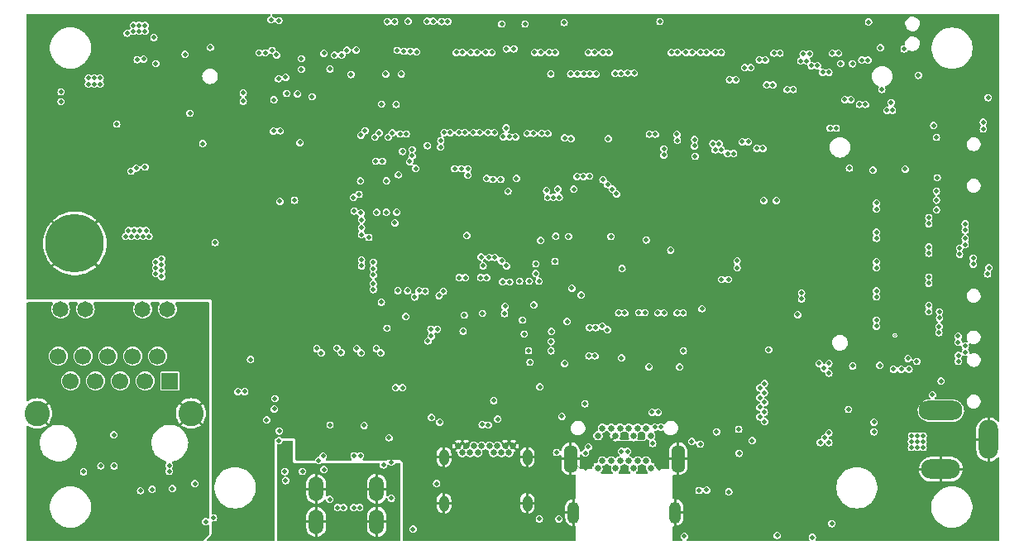
<source format=gbr>
G04 #@! TF.GenerationSoftware,KiCad,Pcbnew,7.0.1*
G04 #@! TF.CreationDate,2023-05-22T16:21:23+08:00*
G04 #@! TF.ProjectId,jetson-nano-baseboard,6a657473-6f6e-42d6-9e61-6e6f2d626173,1.6.1*
G04 #@! TF.SameCoordinates,Original*
G04 #@! TF.FileFunction,Copper,L5,Inr*
G04 #@! TF.FilePolarity,Positive*
%FSLAX46Y46*%
G04 Gerber Fmt 4.6, Leading zero omitted, Abs format (unit mm)*
G04 Created by KiCad (PCBNEW 7.0.1) date 2023-05-22 16:21:23*
%MOMM*%
%LPD*%
G01*
G04 APERTURE LIST*
G04 #@! TA.AperFunction,NonConductor*
%ADD10C,0.050000*%
G04 #@! TD*
G04 #@! TA.AperFunction,ComponentPad*
%ADD11C,0.650000*%
G04 #@! TD*
G04 #@! TA.AperFunction,ComponentPad*
%ADD12O,1.400000X2.850000*%
G04 #@! TD*
G04 #@! TA.AperFunction,ComponentPad*
%ADD13O,1.200000X2.250000*%
G04 #@! TD*
G04 #@! TA.AperFunction,ComponentPad*
%ADD14O,4.500000X2.000000*%
G04 #@! TD*
G04 #@! TA.AperFunction,ComponentPad*
%ADD15O,1.990000X4.000000*%
G04 #@! TD*
G04 #@! TA.AperFunction,ComponentPad*
%ADD16O,4.000000X2.000000*%
G04 #@! TD*
G04 #@! TA.AperFunction,ComponentPad*
%ADD17O,1.000000X1.600000*%
G04 #@! TD*
G04 #@! TA.AperFunction,ComponentPad*
%ADD18O,1.500000X2.550000*%
G04 #@! TD*
G04 #@! TA.AperFunction,ComponentPad*
%ADD19R,1.700000X1.700000*%
G04 #@! TD*
G04 #@! TA.AperFunction,ComponentPad*
%ADD20C,1.700000*%
G04 #@! TD*
G04 #@! TA.AperFunction,ComponentPad*
%ADD21C,1.650000*%
G04 #@! TD*
G04 #@! TA.AperFunction,ComponentPad*
%ADD22C,2.600000*%
G04 #@! TD*
G04 #@! TA.AperFunction,ComponentPad*
%ADD23C,6.000000*%
G04 #@! TD*
G04 #@! TA.AperFunction,ViaPad*
%ADD24C,0.500000*%
G04 #@! TD*
G04 #@! TA.AperFunction,Conductor*
%ADD25C,0.125000*%
G04 #@! TD*
G04 APERTURE END LIST*
D10*
X164446250Y-108331020D02*
G75*
G03*
X164446250Y-108331020I-100000J0D01*
G01*
X164446250Y-108331020D02*
G75*
G03*
X164446250Y-108331020I-100000J0D01*
G01*
D11*
X133960000Y-121955000D03*
X133960000Y-118605000D03*
X134410000Y-121180000D03*
X134410000Y-117830000D03*
X135310000Y-121180000D03*
X135310000Y-117830000D03*
X135760000Y-121955000D03*
X135760000Y-118605000D03*
X136210000Y-121180000D03*
X136210000Y-117830000D03*
X137110000Y-121180000D03*
X137110000Y-117830000D03*
X137568000Y-121955000D03*
X137568000Y-118605000D03*
X138009990Y-121180000D03*
X138009990Y-117830000D03*
X138909990Y-121180000D03*
X138909990Y-117830000D03*
X139360000Y-121955000D03*
X139360000Y-118605000D03*
D12*
X131160000Y-120955000D03*
D13*
X131460000Y-126455000D03*
X141860000Y-126455000D03*
D12*
X142160000Y-120955000D03*
D14*
X169057400Y-116030000D03*
D15*
X173937000Y-118980000D03*
D16*
X169057400Y-122030000D03*
D11*
X125259920Y-119645000D03*
X124859920Y-120345000D03*
X124059920Y-120345000D03*
X123659920Y-119645000D03*
X123259920Y-120345000D03*
X122859920Y-119645000D03*
X122059920Y-119645000D03*
X121659920Y-120345000D03*
X121259920Y-119645000D03*
X120859920Y-120345000D03*
X120059920Y-120345000D03*
X119659920Y-119645000D03*
D17*
X126729920Y-125525000D03*
X118189920Y-120795000D03*
X126729920Y-120795000D03*
D11*
X124459920Y-119645000D03*
X120459920Y-119645000D03*
D17*
X118189920Y-125525000D03*
D18*
X111308400Y-127406010D03*
X111308400Y-124046010D03*
X105108400Y-124046010D03*
X105108400Y-127406010D03*
D19*
X90140000Y-113010010D03*
D20*
X88870000Y-110470010D03*
X87600000Y-113010010D03*
X86330000Y-110470010D03*
X85060000Y-113010010D03*
X83790000Y-110470010D03*
X82520000Y-113010010D03*
X81250000Y-110470010D03*
X79980000Y-113010010D03*
X78710000Y-110470010D03*
D21*
X89894000Y-105640010D03*
X87354000Y-105640010D03*
X81504000Y-105640010D03*
X78964000Y-105640010D03*
D22*
X92303180Y-116310010D03*
X76546830Y-116310010D03*
D23*
X80408250Y-98918050D03*
D24*
X136296600Y-81500000D03*
X130000000Y-94200000D03*
X128800000Y-94200000D03*
X129400000Y-94200000D03*
X135700000Y-81500000D03*
X85600000Y-98200000D03*
X86500000Y-97600000D03*
X86800000Y-98200000D03*
X167250000Y-119800000D03*
X167250000Y-118600000D03*
X86200000Y-98200000D03*
X87100000Y-97600000D03*
X166050000Y-119200000D03*
X87400000Y-98200000D03*
X166650000Y-118600000D03*
X167250000Y-119200000D03*
X166050000Y-119800000D03*
X166650000Y-119800000D03*
X85900000Y-97600000D03*
X87000000Y-77200000D03*
X87000000Y-76600000D03*
X88000000Y-98200000D03*
X87600000Y-77200000D03*
X86400000Y-77200000D03*
X166650000Y-119200000D03*
X87700000Y-97600000D03*
X86400000Y-76600000D03*
X166050000Y-118600000D03*
X87600000Y-76600000D03*
X130551990Y-111188360D03*
X145094000Y-124146010D03*
X117450000Y-123500000D03*
X137668200Y-81468210D03*
X136982400Y-81468210D03*
X117500000Y-107700000D03*
X126238200Y-106766610D03*
X131292800Y-103490010D03*
X132250000Y-104200000D03*
X130950000Y-98200000D03*
X168326000Y-86827610D03*
X144424600Y-119466610D03*
X100891200Y-114793010D03*
X138912800Y-98562410D03*
X136423600Y-101483410D03*
X122824502Y-100350000D03*
X88700000Y-101400000D03*
X139179979Y-111529226D03*
X97100000Y-114075000D03*
X89300000Y-100500000D03*
X93800000Y-127400000D03*
X109758400Y-98006010D03*
X84425000Y-121700000D03*
X164100000Y-85300000D03*
X88700000Y-100800000D03*
X114300000Y-106400000D03*
X165000000Y-111800000D03*
X163550825Y-85300000D03*
X88700000Y-102000000D03*
X92200000Y-85600000D03*
X97800000Y-114075000D03*
X123400000Y-100350000D03*
X141400000Y-99600000D03*
X89300000Y-101700000D03*
X136370000Y-110630000D03*
X165800000Y-111800000D03*
X89300000Y-102300000D03*
X109758400Y-96506010D03*
X152300000Y-128800000D03*
X109758400Y-97306010D03*
X164200000Y-111800000D03*
X89300000Y-101100000D03*
X168605400Y-88050000D03*
X116850000Y-107700000D03*
X142700000Y-109900000D03*
X122128461Y-106071539D03*
X120269200Y-106258610D03*
X116916400Y-116723410D03*
X150525000Y-113700000D03*
X151000000Y-114200000D03*
X150525000Y-114700000D03*
X151016800Y-115174990D03*
X151000000Y-113244590D03*
X144300000Y-124200000D03*
X150525000Y-115675000D03*
X151016800Y-117149990D03*
X162800000Y-111400000D03*
X113358400Y-95706010D03*
X154800000Y-104000000D03*
X110958400Y-103641600D03*
X150525000Y-116675000D03*
X159700000Y-91200000D03*
X110958400Y-102141600D03*
X162200000Y-117200000D03*
X151000000Y-116175000D03*
X143550000Y-119175000D03*
X97650000Y-83500000D03*
X154800000Y-104600000D03*
X110958400Y-103041600D03*
X110958400Y-101506010D03*
X110958400Y-100841600D03*
X163020000Y-83160000D03*
X107558400Y-121706010D03*
X108458400Y-125356010D03*
X108858400Y-121756010D03*
X109820039Y-124800496D03*
X95682000Y-120508010D03*
X124351990Y-108106010D03*
X122151990Y-108106010D03*
X123251990Y-108106010D03*
X95978200Y-119897610D03*
X96003600Y-118881610D03*
X123775800Y-87107010D03*
X126085800Y-87665810D03*
X173482200Y-110119410D03*
X83024410Y-101525910D03*
X77800400Y-101534210D03*
X161061600Y-90993210D03*
X161264800Y-89596210D03*
X161061600Y-90307410D03*
X127889200Y-88250010D03*
X141046400Y-76362810D03*
X155778380Y-84660150D03*
X144025790Y-78907010D03*
X160121800Y-109408210D03*
X170993000Y-103947210D03*
X170993000Y-102474010D03*
X145288200Y-117637810D03*
X145288200Y-116494810D03*
X117400000Y-105500000D03*
X116321990Y-114281506D03*
X104165600Y-114589810D03*
X96545600Y-114564410D03*
X98425200Y-116494810D03*
X114020800Y-96784410D03*
X113128890Y-99498010D03*
X130632400Y-115402610D03*
X125247600Y-114031010D03*
X127711400Y-115936010D03*
X127711400Y-117002810D03*
X126099960Y-81361400D03*
X117099980Y-81523930D03*
X127609800Y-81315810D03*
X119025800Y-78907010D03*
X120525780Y-78907010D03*
X122025800Y-78907010D03*
X127025780Y-78907010D03*
X128525780Y-78907010D03*
X131025780Y-78907010D03*
X117525800Y-78907010D03*
X129006800Y-103337610D03*
X129718000Y-103337610D03*
X162915800Y-94317810D03*
X162909390Y-95844890D03*
X162915800Y-97317810D03*
X166979800Y-91577410D03*
X131496000Y-93990410D03*
X128900000Y-94900000D03*
X129277100Y-88134940D03*
X159025820Y-78907010D03*
X160525820Y-78907010D03*
X172443400Y-95948810D03*
X174193400Y-92720410D03*
X174193400Y-89012010D03*
X152694380Y-87965940D03*
X151295590Y-87233370D03*
X149795600Y-87233370D03*
X148295600Y-87233370D03*
X158778380Y-84660150D03*
X157278390Y-84660150D03*
X140386000Y-88656410D03*
X138894000Y-97536010D03*
X145295600Y-87233370D03*
X122275800Y-87107010D03*
X154358790Y-83907900D03*
X130025780Y-78907010D03*
X143865800Y-87234010D03*
X146795600Y-87233370D03*
X165875850Y-107827120D03*
X172826080Y-107623920D03*
X172826080Y-105173920D03*
X162929010Y-104831030D03*
X162915800Y-103317810D03*
X162909630Y-98849560D03*
X162960680Y-100317490D03*
X162960680Y-101849550D03*
X165160640Y-106337990D03*
X110417470Y-113386560D03*
X108917470Y-113386560D03*
X107417470Y-113386560D03*
X105917470Y-113386560D03*
X111497420Y-107615140D03*
X135525790Y-78907010D03*
X134025790Y-78907010D03*
X132525790Y-78907010D03*
X116025790Y-78907010D03*
X162025810Y-78907010D03*
X157525830Y-78907010D03*
X156025820Y-78907010D03*
X154525790Y-78907010D03*
X153025800Y-78907010D03*
X151525780Y-78907010D03*
X147025790Y-78907010D03*
X145525790Y-78907010D03*
X142525790Y-78907010D03*
X94818400Y-120685810D03*
X106013490Y-76284600D03*
X140251990Y-121906010D03*
X132651990Y-121906010D03*
X102300000Y-117300000D03*
X136782080Y-115296040D03*
X173467770Y-115765830D03*
X102484000Y-76150700D03*
X110017080Y-76261070D03*
X91700000Y-92855410D03*
X98291380Y-76200000D03*
X160275870Y-87050280D03*
X161775860Y-87050280D03*
X123525790Y-78907010D03*
X148525790Y-78907010D03*
X150025790Y-78907010D03*
X135293800Y-115304380D03*
X139811520Y-115332510D03*
X113614400Y-117206010D03*
X103175000Y-114615210D03*
X129200000Y-106900000D03*
X135407600Y-103642410D03*
X119278600Y-87109010D03*
X120777000Y-87105810D03*
X117823640Y-87082020D03*
X99692620Y-76200000D03*
X121596370Y-81523930D03*
X120087600Y-81523930D03*
X98550000Y-81900000D03*
X99700000Y-81900000D03*
X92700000Y-91900000D03*
X92697600Y-92900000D03*
X91700000Y-91900000D03*
X102700000Y-80635500D03*
X98300000Y-83000000D03*
X99700000Y-84100000D03*
X98318760Y-84100000D03*
X99700000Y-83000000D03*
X118335680Y-108555380D03*
X170777240Y-97953800D03*
X90716800Y-92874990D03*
X90700000Y-91900000D03*
X90200000Y-92400000D03*
X91200000Y-92400000D03*
X155355410Y-121200000D03*
X154900000Y-120800000D03*
X153900000Y-120800000D03*
X154400000Y-120300000D03*
X155400000Y-120302400D03*
X154400000Y-121200000D03*
X153425010Y-120300000D03*
X153425010Y-121216800D03*
X147699600Y-120482610D03*
X146886800Y-120482610D03*
X76400000Y-84000000D03*
X76400000Y-83400000D03*
X77600000Y-84000000D03*
X77000000Y-84000000D03*
X77000000Y-83400000D03*
X77600000Y-83400000D03*
X100700000Y-92400000D03*
X99000000Y-83600000D03*
X146500000Y-114400000D03*
X126200000Y-101400000D03*
X109058400Y-98906010D03*
X138280000Y-115390000D03*
X84500000Y-76600000D03*
X85100000Y-76600000D03*
X129958400Y-128506010D03*
X119951990Y-113806010D03*
X100350000Y-124150000D03*
X149600000Y-113900000D03*
X131350000Y-113800000D03*
X155455410Y-110300000D03*
X100500000Y-127400000D03*
X153525010Y-109400000D03*
X114393990Y-99450000D03*
X166300000Y-107500000D03*
X99000000Y-82500000D03*
X154150000Y-104250000D03*
X126800000Y-102000000D03*
X92200000Y-81600000D03*
X84350000Y-91350000D03*
X156300000Y-125000000D03*
X110300000Y-84650000D03*
X83900000Y-77200000D03*
X88320722Y-124088819D03*
X120353092Y-101793452D03*
X152950000Y-105200000D03*
X99800000Y-111600000D03*
X92200000Y-92400000D03*
X155000000Y-109900000D03*
X92700000Y-123500000D03*
X81800000Y-84800000D03*
X100700000Y-88200000D03*
X130358400Y-124706010D03*
X154500000Y-110300000D03*
X83000000Y-84800000D03*
X83000000Y-84200000D03*
X109058400Y-99506010D03*
X85700000Y-88000000D03*
X109758400Y-98906010D03*
X84500000Y-77200000D03*
X87125000Y-124225000D03*
X83900000Y-76600000D03*
X164900000Y-76000000D03*
X100700000Y-90000000D03*
X120000000Y-89200000D03*
X95500000Y-110808484D03*
X100700000Y-91800000D03*
X82400000Y-83600000D03*
X100700000Y-91200000D03*
X114300000Y-111700000D03*
X109758400Y-99506010D03*
X93600000Y-99500000D03*
X158958400Y-83156010D03*
X80100000Y-90600000D03*
X154000000Y-109900000D03*
X162305593Y-115305593D03*
X100700000Y-88800000D03*
X164500000Y-124000000D03*
X169400000Y-83800000D03*
X119100000Y-101200000D03*
X121700000Y-101800000D03*
X122850000Y-101800000D03*
X110391639Y-103949500D03*
X96300000Y-128000000D03*
X118750000Y-81450000D03*
X126200000Y-102000000D03*
X81300000Y-122300000D03*
X120700000Y-88500000D03*
X121100000Y-93800000D03*
X81800000Y-84200000D03*
X120000000Y-88500000D03*
X152100000Y-120800000D03*
X166675000Y-107125000D03*
X119300000Y-88500000D03*
X168800000Y-83800000D03*
X85100000Y-77200000D03*
X91700000Y-78600000D03*
X168558400Y-82137500D03*
X154500000Y-123500000D03*
X117900000Y-96500000D03*
X152950000Y-104500000D03*
X119450000Y-101850000D03*
X155500000Y-109402400D03*
X153900000Y-123500000D03*
X100450000Y-128950000D03*
X95200000Y-111800000D03*
X90000000Y-76100000D03*
X154500000Y-109400000D03*
X113650000Y-111700000D03*
X100700000Y-90600000D03*
X85100000Y-88000000D03*
X100700000Y-89400000D03*
X127758400Y-124306010D03*
X148100000Y-105200000D03*
X151450000Y-108800000D03*
X153525010Y-110316800D03*
X82400000Y-84800000D03*
X120700000Y-89200000D03*
X131975000Y-107750000D03*
X81800000Y-83600000D03*
X119300000Y-89200000D03*
X82400000Y-84200000D03*
X142700000Y-98075000D03*
X83000000Y-83600000D03*
X112800000Y-121300000D03*
X169500000Y-84400000D03*
X143650004Y-108550000D03*
X112700000Y-103700000D03*
X113050000Y-111700000D03*
X112573000Y-118806210D03*
X106530000Y-117500000D03*
X101346200Y-118120410D03*
X110020000Y-117550000D03*
X148400000Y-120400000D03*
X151435000Y-109800000D03*
X116886350Y-108413650D03*
X123698000Y-116890800D03*
X117765330Y-117221800D03*
X116549500Y-108900000D03*
X124200000Y-102850000D03*
X144600000Y-105600000D03*
X146100000Y-118200000D03*
X113157200Y-96809810D03*
X100050800Y-116977410D03*
X109758400Y-100606010D03*
X103450000Y-88600000D03*
X109758400Y-101206010D03*
X102900000Y-94500000D03*
X129958400Y-127106010D03*
X142316400Y-111567210D03*
X134930170Y-107750000D03*
X101900000Y-122256010D03*
X103708400Y-122256010D03*
X139555440Y-119383840D03*
X90400000Y-124000000D03*
X83060000Y-121685000D03*
X124387858Y-106093428D03*
X130800000Y-106900000D03*
X124455120Y-105355120D03*
X127384000Y-105206010D03*
X115036800Y-128153410D03*
X111785600Y-104937810D03*
X115196548Y-104396548D03*
X154400000Y-106200000D03*
X142800000Y-128900000D03*
X160020200Y-80528410D03*
X158801000Y-80503010D03*
X131826200Y-92060010D03*
X132461200Y-92060010D03*
X102106920Y-83556920D03*
X94772175Y-98820826D03*
X140098850Y-106022020D03*
X148964491Y-80919500D03*
X139772373Y-117714864D03*
X140723850Y-106022020D03*
X149599895Y-80919500D03*
X140397373Y-117714864D03*
X147421800Y-82154010D03*
X142052360Y-106022020D03*
X139489480Y-116191830D03*
X148089480Y-82162620D03*
X142677360Y-106022020D03*
X140114480Y-116191830D03*
X149750000Y-119100000D03*
X148361351Y-117938648D03*
X136071480Y-106022020D03*
X151964500Y-79432400D03*
X132664400Y-120355610D03*
X136696480Y-106022020D03*
X152589500Y-79432400D03*
X132976980Y-119732610D03*
X138144650Y-106002020D03*
X150464490Y-80135110D03*
X136346500Y-120190660D03*
X138769650Y-106002020D03*
X151089490Y-80135110D03*
X136973500Y-120190660D03*
X139214490Y-87728460D03*
X133080160Y-107533540D03*
X139839490Y-87728460D03*
X133705160Y-107533540D03*
X145964490Y-79368670D03*
X111720971Y-110120971D03*
X146589490Y-79368670D03*
X111279029Y-109679029D03*
X144464490Y-79368670D03*
X109720971Y-110120971D03*
X142964490Y-79368670D03*
X107670971Y-110070971D03*
X145089490Y-79368670D03*
X109279029Y-109679029D03*
X141464490Y-79368670D03*
X105620971Y-110120971D03*
X143589490Y-79368670D03*
X107229029Y-109629029D03*
X142089490Y-79368670D03*
X105179029Y-109679029D03*
X126924000Y-102778810D03*
X123291600Y-115011200D03*
X124917400Y-102855010D03*
X125933400Y-102778810D03*
X127914600Y-102778810D03*
X102000000Y-123200000D03*
X105896761Y-122067649D03*
X106508400Y-125106010D03*
X112807205Y-125007205D03*
X101300000Y-119100000D03*
X112000000Y-121600000D03*
X129724800Y-120306010D03*
X163958400Y-84506010D03*
X161654479Y-76245521D03*
X126416550Y-108192440D03*
X128016000Y-113588800D03*
X112369600Y-107594400D03*
X126851764Y-109898236D03*
X127002664Y-111073733D03*
X129205880Y-107926440D03*
X120157540Y-107906010D03*
X134400000Y-107400000D03*
X127958400Y-127106010D03*
X105829371Y-120685039D03*
X107920900Y-125956010D03*
X105387429Y-121126981D03*
X107295900Y-125956010D03*
X109628812Y-120633688D03*
X109574662Y-125953233D03*
X108949662Y-125953233D03*
X108987500Y-120650000D03*
X130251400Y-116621810D03*
X132626410Y-115326410D03*
X124892000Y-87996010D03*
X133121600Y-81569810D03*
X115650000Y-103751500D03*
X120650200Y-91272610D03*
X124257000Y-87996010D03*
X132486600Y-81569810D03*
X114474470Y-103751500D03*
X119964400Y-91272610D03*
X154714500Y-80235210D03*
X125527000Y-87996010D03*
X116272088Y-103806357D03*
X133756600Y-81569810D03*
X120650200Y-91933010D03*
X124557240Y-87096020D03*
X131851600Y-81569810D03*
X113474470Y-103751500D03*
X119278600Y-91272610D03*
X151229200Y-82681410D03*
X157597710Y-81397440D03*
X153319500Y-83161770D03*
X153944500Y-83161770D03*
X142048990Y-87750500D03*
X142087800Y-88377010D03*
X143850300Y-88278700D03*
X143846910Y-88938950D03*
X140716200Y-89240610D03*
X140709690Y-89871370D03*
X156972710Y-81397440D03*
X151854200Y-82681410D03*
X156421850Y-80722970D03*
X155796850Y-80722970D03*
X155339500Y-80235210D03*
X170850000Y-110994010D03*
X146355000Y-88707210D03*
X170850000Y-110369010D03*
X145714500Y-88710440D03*
X170825000Y-109033430D03*
X147839490Y-89725000D03*
X170825000Y-108408430D03*
X147214490Y-89725000D03*
X145952270Y-89335440D03*
X171566240Y-110033430D03*
X146577270Y-89335440D03*
X171566240Y-109408430D03*
X168860000Y-108040000D03*
X150839490Y-89188110D03*
X168873750Y-107408430D03*
X150214490Y-89188110D03*
X168914190Y-106533440D03*
X149339490Y-88505070D03*
X168914190Y-105908440D03*
X148714490Y-88505070D03*
X158589530Y-79436880D03*
X173838370Y-102033450D03*
X157964530Y-79436880D03*
X173971570Y-101407210D03*
X161589510Y-80150650D03*
X172365790Y-101033450D03*
X160964510Y-80150650D03*
X172365790Y-100408450D03*
X125603200Y-92263210D03*
X124003000Y-92364810D03*
X117691733Y-104258182D03*
X123190200Y-92364810D03*
X118135600Y-103818880D03*
X122555200Y-92263210D03*
X159214520Y-84190790D03*
X171551480Y-96908450D03*
X159839520Y-84190790D03*
X171551480Y-97533450D03*
X171551480Y-98408450D03*
X160714510Y-84679850D03*
X171551480Y-99033450D03*
X161339510Y-84679850D03*
X170980970Y-99408450D03*
X157714530Y-87117670D03*
X170980970Y-100033450D03*
X158339530Y-87117670D03*
X111303000Y-95717610D03*
X106985000Y-79639410D03*
X112293600Y-95717610D03*
X107721600Y-79639410D03*
X135864800Y-93838010D03*
X122200000Y-101200000D03*
X113970000Y-113675410D03*
X134950400Y-92898210D03*
X124600000Y-101200000D03*
X134467800Y-92390210D03*
X113233400Y-113675410D03*
X124100000Y-100700000D03*
X133030160Y-110422270D03*
X133655160Y-110422270D03*
X115299620Y-91239079D03*
X111899996Y-90500004D03*
X114681200Y-90536010D03*
X114750000Y-79258410D03*
X114935200Y-89951810D03*
X115400000Y-79300000D03*
X114935200Y-89316810D03*
X109200670Y-79107140D03*
X113400000Y-79150000D03*
X129150000Y-108950000D03*
X124600000Y-79000000D03*
X165300000Y-79000000D03*
X154950000Y-79525000D03*
X108266060Y-79122840D03*
X155625000Y-79500000D03*
X129150000Y-109900000D03*
X114100000Y-79250000D03*
X166758400Y-81706010D03*
X125350000Y-79000000D03*
X162860000Y-78880000D03*
X129641098Y-98187520D03*
X103600000Y-81100000D03*
X100500000Y-76000000D03*
X160030000Y-111450000D03*
X128100000Y-98600000D03*
X165400000Y-91300000D03*
X112300000Y-92500000D03*
X109700000Y-95800000D03*
X168200000Y-114400000D03*
X162100000Y-91400000D03*
X113538200Y-91882210D03*
X109652000Y-92500000D03*
X135280600Y-98206810D03*
X103600000Y-80000000D03*
X97650000Y-84350000D03*
X100784000Y-84206010D03*
X100838200Y-115859810D03*
X135433000Y-93355410D03*
X122000000Y-100300000D03*
X134464490Y-79368670D03*
X90068544Y-121629304D03*
X135089490Y-79368670D03*
X90068544Y-122254304D03*
X132964480Y-79368670D03*
X122105110Y-117462090D03*
X133589480Y-79368670D03*
X122732110Y-117506040D03*
X94291840Y-78845290D03*
X128214480Y-87645560D03*
X167820400Y-96270800D03*
X128839480Y-87645560D03*
X167820400Y-96895800D03*
X167820400Y-99290310D03*
X126714480Y-87645560D03*
X167820400Y-99915310D03*
X127339480Y-87645560D03*
X122714490Y-87563600D03*
X167820400Y-102356580D03*
X123339490Y-87563600D03*
X167820400Y-102981580D03*
X167820400Y-105275890D03*
X121214500Y-87563600D03*
X167820400Y-105900890D03*
X121839500Y-87563600D03*
X121589500Y-79368670D03*
X162457790Y-107393530D03*
X120964500Y-79368670D03*
X162457790Y-106768530D03*
X162457790Y-104393530D03*
X123089500Y-79368670D03*
X162457790Y-103768530D03*
X122464500Y-79368670D03*
X162457790Y-101393530D03*
X128089480Y-79368670D03*
X162457790Y-100768530D03*
X127464480Y-79368670D03*
X129589480Y-79368670D03*
X162457790Y-98393530D03*
X128964480Y-79368670D03*
X162457790Y-97768530D03*
X162457790Y-95393530D03*
X120339490Y-87563600D03*
X162457790Y-94768530D03*
X119714490Y-87563600D03*
X101989460Y-81898910D03*
X118589500Y-76208570D03*
X101254150Y-82056110D03*
X117964500Y-76208570D03*
X112236480Y-81567720D03*
X105904220Y-79444470D03*
X114527270Y-76178930D03*
X101300000Y-76100000D03*
X117089490Y-76179190D03*
X99892690Y-79407390D03*
X116464490Y-76179190D03*
X99267690Y-79407390D03*
X101052880Y-79609690D03*
X117873910Y-88391090D03*
X100610940Y-79167750D03*
X117839420Y-89055290D03*
X122575000Y-102417570D03*
X118214490Y-87574230D03*
X121950000Y-102417570D03*
X118839490Y-87574230D03*
X119464490Y-79368670D03*
X120375000Y-102417570D03*
X120089490Y-79368670D03*
X119750000Y-102417570D03*
X114339505Y-87706117D03*
X113714505Y-87706117D03*
X112920971Y-87596729D03*
X112479029Y-88038671D03*
X113300000Y-84679979D03*
X111800000Y-84650000D03*
X110120971Y-87379029D03*
X109679029Y-87820971D03*
X111119386Y-88038671D03*
X111561328Y-87596729D03*
X147300000Y-102600000D03*
X100750000Y-87400000D03*
X127600000Y-102000000D03*
X146600000Y-102600000D03*
X127600000Y-101000000D03*
X101410878Y-87389125D03*
X106527800Y-81061810D03*
X129133800Y-81569810D03*
X113831370Y-81556130D03*
X131165800Y-81570010D03*
X168605400Y-94473010D03*
X131496000Y-93355410D03*
X150927000Y-94523810D03*
X133096200Y-92034610D03*
X168605000Y-95463610D03*
X152222400Y-94523810D03*
X129845000Y-93355410D03*
X120524799Y-98093096D03*
X129550000Y-100750000D03*
X109000000Y-95600000D03*
X87450000Y-80050000D03*
X93500000Y-88700000D03*
X169088000Y-112989610D03*
X111200000Y-90500000D03*
X82400000Y-82000000D03*
X85750000Y-77400000D03*
X81800000Y-82000000D03*
X83000000Y-82600000D03*
X88700000Y-80500000D03*
X81800000Y-82600000D03*
X82400000Y-82600000D03*
X83000000Y-82000000D03*
X156700000Y-119300000D03*
X157200000Y-118800000D03*
X157600000Y-111200000D03*
X157600000Y-119300000D03*
X157600000Y-118300000D03*
X156600000Y-111200000D03*
X157600000Y-112200000D03*
X157100000Y-111700000D03*
X159600000Y-115900000D03*
X162200000Y-118200000D03*
X87600000Y-91100000D03*
X84700000Y-86700000D03*
X173400000Y-87200000D03*
X143900000Y-90000000D03*
X173400000Y-86500000D03*
X135000000Y-88200000D03*
X128700000Y-93500000D03*
X108917000Y-94200000D03*
X166600000Y-111000000D03*
X101400000Y-94600000D03*
X148200000Y-101400000D03*
X108675000Y-81625000D03*
X103200000Y-83600000D03*
X109500000Y-93896309D03*
X148200000Y-100700000D03*
X165700000Y-110700000D03*
X168681600Y-92187010D03*
X116494141Y-88906100D03*
X104700000Y-83900000D03*
X168605400Y-93558610D03*
X113950000Y-89500000D03*
X124750000Y-93576310D03*
X173900000Y-84000000D03*
X91700000Y-79550000D03*
X88500000Y-77850000D03*
X86800000Y-80100000D03*
X94600000Y-127000000D03*
X112400000Y-76205510D03*
X79000000Y-84400000D03*
X79000000Y-83400000D03*
X113150000Y-76205510D03*
X126500000Y-76450500D03*
X86164494Y-91521304D03*
X130500000Y-76300000D03*
X110500000Y-98300000D03*
X124100000Y-76450500D03*
X86700000Y-91200000D03*
X140300000Y-76200000D03*
X131210000Y-88190000D03*
X84400000Y-118500000D03*
X130537000Y-88100000D03*
X98400000Y-110810000D03*
X157900000Y-127600000D03*
X147345600Y-124343410D03*
X155900000Y-129000000D03*
D25*
X132111010Y-121906010D02*
X131160000Y-120955000D01*
X132651990Y-121906010D02*
X132111010Y-121906010D01*
G04 #@! TA.AperFunction,NonConductor*
G36*
X134942185Y-121490463D02*
G01*
X134946942Y-121494585D01*
X134946945Y-121494589D01*
X135050282Y-121584130D01*
X135174658Y-121640931D01*
X135205911Y-121645424D01*
X135255900Y-121664069D01*
X135293628Y-121701796D01*
X135312273Y-121751785D01*
X135308468Y-121805003D01*
X135284500Y-121886633D01*
X135284500Y-122023369D01*
X135323020Y-122154558D01*
X135323022Y-122154561D01*
X135395656Y-122267584D01*
X135396946Y-122269590D01*
X135434526Y-122302153D01*
X135469291Y-122351467D01*
X135477024Y-122411305D01*
X135455939Y-122467837D01*
X135410909Y-122507996D01*
X135352342Y-122522500D01*
X134367658Y-122522500D01*
X134309091Y-122507996D01*
X134264061Y-122467837D01*
X134242976Y-122411305D01*
X134250709Y-122351467D01*
X134285474Y-122302153D01*
X134303895Y-122286191D01*
X134323055Y-122269589D01*
X134396978Y-122154561D01*
X134404344Y-122129475D01*
X134435500Y-122023369D01*
X134435500Y-121886631D01*
X134411532Y-121805004D01*
X134407725Y-121751786D01*
X134426371Y-121701796D01*
X134464099Y-121664069D01*
X134514087Y-121645424D01*
X134545342Y-121640931D01*
X134669718Y-121584130D01*
X134773055Y-121494589D01*
X134773057Y-121494585D01*
X134777815Y-121490463D01*
X134830412Y-121463348D01*
X134889588Y-121463348D01*
X134942185Y-121490463D01*
G37*
G04 #@! TD.AperFunction*
G04 #@! TA.AperFunction,NonConductor*
G36*
X136742185Y-121490463D02*
G01*
X136746942Y-121494585D01*
X136746945Y-121494589D01*
X136850282Y-121584130D01*
X136974658Y-121640931D01*
X136998222Y-121644319D01*
X137013587Y-121646528D01*
X137077912Y-121675904D01*
X137116143Y-121735393D01*
X137116144Y-121806107D01*
X137092500Y-121886633D01*
X137092500Y-122023369D01*
X137131020Y-122154558D01*
X137131022Y-122154561D01*
X137203656Y-122267584D01*
X137204946Y-122269590D01*
X137242526Y-122302153D01*
X137277291Y-122351467D01*
X137285024Y-122411305D01*
X137263939Y-122467837D01*
X137218909Y-122507996D01*
X137160342Y-122522500D01*
X136167658Y-122522500D01*
X136109091Y-122507996D01*
X136064061Y-122467837D01*
X136042976Y-122411305D01*
X136050709Y-122351467D01*
X136085474Y-122302153D01*
X136103895Y-122286191D01*
X136123055Y-122269589D01*
X136196978Y-122154561D01*
X136204344Y-122129475D01*
X136235500Y-122023369D01*
X136235500Y-121886631D01*
X136211532Y-121805004D01*
X136207725Y-121751786D01*
X136226371Y-121701796D01*
X136264099Y-121664069D01*
X136314087Y-121645424D01*
X136345342Y-121640931D01*
X136469718Y-121584130D01*
X136573055Y-121494589D01*
X136573057Y-121494585D01*
X136577815Y-121490463D01*
X136630412Y-121463348D01*
X136689588Y-121463348D01*
X136742185Y-121490463D01*
G37*
G04 #@! TD.AperFunction*
G04 #@! TA.AperFunction,NonConductor*
G36*
X138542175Y-121490463D02*
G01*
X138546932Y-121494585D01*
X138546935Y-121494589D01*
X138650272Y-121584130D01*
X138774648Y-121640931D01*
X138805911Y-121645425D01*
X138855900Y-121664070D01*
X138893627Y-121701796D01*
X138912273Y-121751786D01*
X138908468Y-121805005D01*
X138884500Y-121886634D01*
X138884500Y-122023369D01*
X138923020Y-122154558D01*
X138923022Y-122154561D01*
X138995656Y-122267584D01*
X138996946Y-122269590D01*
X139034526Y-122302153D01*
X139069291Y-122351467D01*
X139077024Y-122411305D01*
X139055939Y-122467837D01*
X139010909Y-122507996D01*
X138952342Y-122522500D01*
X137975658Y-122522500D01*
X137917091Y-122507996D01*
X137872061Y-122467837D01*
X137850976Y-122411305D01*
X137858709Y-122351467D01*
X137893474Y-122302153D01*
X137911895Y-122286191D01*
X137931055Y-122269589D01*
X138004978Y-122154561D01*
X138012344Y-122129475D01*
X138043500Y-122023369D01*
X138043500Y-121886633D01*
X138019855Y-121806107D01*
X138019206Y-121803898D01*
X138015400Y-121750681D01*
X138034046Y-121700691D01*
X138071774Y-121662964D01*
X138121763Y-121644319D01*
X138145332Y-121640931D01*
X138269708Y-121584130D01*
X138373045Y-121494589D01*
X138373047Y-121494585D01*
X138377805Y-121490463D01*
X138430402Y-121463348D01*
X138489578Y-121463348D01*
X138542175Y-121490463D01*
G37*
G04 #@! TD.AperFunction*
G04 #@! TA.AperFunction,NonConductor*
G36*
X136814875Y-118213922D02*
G01*
X136844435Y-118231459D01*
X136850280Y-118234128D01*
X136850282Y-118234130D01*
X136974658Y-118290931D01*
X136998222Y-118294319D01*
X137013587Y-118296528D01*
X137077912Y-118325904D01*
X137116143Y-118385393D01*
X137116144Y-118456107D01*
X137092500Y-118536633D01*
X137092500Y-118673369D01*
X137131021Y-118804560D01*
X137136227Y-118812661D01*
X137156069Y-118876032D01*
X137140797Y-118940657D01*
X137094687Y-118988442D01*
X137030649Y-119006010D01*
X136297351Y-119006010D01*
X136233313Y-118988442D01*
X136187203Y-118940657D01*
X136171931Y-118876032D01*
X136191773Y-118812661D01*
X136194006Y-118809184D01*
X136196978Y-118804561D01*
X136209818Y-118760829D01*
X136235500Y-118673369D01*
X136235500Y-118536631D01*
X136211532Y-118455004D01*
X136207725Y-118401786D01*
X136226371Y-118351796D01*
X136264099Y-118314069D01*
X136314087Y-118295424D01*
X136345342Y-118290931D01*
X136469718Y-118234130D01*
X136469720Y-118234127D01*
X136475564Y-118231459D01*
X136505125Y-118213922D01*
X136548980Y-118206010D01*
X136771020Y-118206010D01*
X136814875Y-118213922D01*
G37*
G04 #@! TD.AperFunction*
G04 #@! TA.AperFunction,NonConductor*
G36*
X138614866Y-118213922D02*
G01*
X138644430Y-118231462D01*
X138678626Y-118247079D01*
X138732068Y-118293387D01*
X138751990Y-118361237D01*
X138751990Y-118880510D01*
X138735176Y-118943260D01*
X138689240Y-118989196D01*
X138626490Y-119006010D01*
X138105351Y-119006010D01*
X138041313Y-118988442D01*
X137995203Y-118940657D01*
X137979931Y-118876032D01*
X137999773Y-118812661D01*
X138002006Y-118809184D01*
X138004978Y-118804561D01*
X138017818Y-118760829D01*
X138043500Y-118673369D01*
X138043500Y-118536633D01*
X138019855Y-118456107D01*
X138019206Y-118453898D01*
X138015400Y-118400681D01*
X138034046Y-118350691D01*
X138071774Y-118312964D01*
X138121763Y-118294319D01*
X138145332Y-118290931D01*
X138269708Y-118234130D01*
X138269710Y-118234127D01*
X138275554Y-118231459D01*
X138305115Y-118213922D01*
X138348970Y-118206010D01*
X138571011Y-118206010D01*
X138614866Y-118213922D01*
G37*
G04 #@! TD.AperFunction*
G04 #@! TA.AperFunction,Conductor*
G36*
X100359272Y-75433947D02*
G01*
X100405364Y-75481510D01*
X100420825Y-75545912D01*
X100401350Y-75609217D01*
X100352363Y-75653790D01*
X100306950Y-75676929D01*
X100276534Y-75692427D01*
X100192426Y-75776535D01*
X100138426Y-75882517D01*
X100119819Y-76000000D01*
X100138426Y-76117482D01*
X100191522Y-76221690D01*
X100192427Y-76223465D01*
X100276535Y-76307573D01*
X100382518Y-76361574D01*
X100500000Y-76380181D01*
X100617482Y-76361574D01*
X100723465Y-76307573D01*
X100774135Y-76256902D01*
X100824094Y-76226288D01*
X100882508Y-76221690D01*
X100936642Y-76244113D01*
X100974697Y-76288669D01*
X100992186Y-76322992D01*
X100992427Y-76323465D01*
X101076535Y-76407573D01*
X101182518Y-76461574D01*
X101300000Y-76480181D01*
X101417482Y-76461574D01*
X101523465Y-76407573D01*
X101607573Y-76323465D01*
X101661574Y-76217482D01*
X101663470Y-76205510D01*
X112019819Y-76205510D01*
X112038426Y-76322992D01*
X112089619Y-76423465D01*
X112092427Y-76428975D01*
X112176535Y-76513083D01*
X112282518Y-76567084D01*
X112400000Y-76585691D01*
X112517482Y-76567084D01*
X112623465Y-76513083D01*
X112686258Y-76450290D01*
X112742518Y-76417808D01*
X112807482Y-76417808D01*
X112863742Y-76450290D01*
X112926535Y-76513083D01*
X113032518Y-76567084D01*
X113150000Y-76585691D01*
X113267482Y-76567084D01*
X113373465Y-76513083D01*
X113457573Y-76428975D01*
X113511574Y-76322992D01*
X113530181Y-76205510D01*
X113525971Y-76178930D01*
X114147089Y-76178930D01*
X114155588Y-76232590D01*
X114165696Y-76296412D01*
X114209203Y-76381801D01*
X114219697Y-76402395D01*
X114303805Y-76486503D01*
X114409788Y-76540504D01*
X114527270Y-76559111D01*
X114644752Y-76540504D01*
X114750735Y-76486503D01*
X114834843Y-76402395D01*
X114888844Y-76296412D01*
X114907410Y-76179190D01*
X116084309Y-76179190D01*
X116102916Y-76296672D01*
X116156784Y-76402395D01*
X116156917Y-76402655D01*
X116241025Y-76486763D01*
X116347008Y-76540764D01*
X116464490Y-76559371D01*
X116581972Y-76540764D01*
X116687955Y-76486763D01*
X116688247Y-76486470D01*
X116744508Y-76453988D01*
X116809472Y-76453988D01*
X116865732Y-76486470D01*
X116866025Y-76486763D01*
X116972008Y-76540764D01*
X117089490Y-76559371D01*
X117206972Y-76540764D01*
X117312955Y-76486763D01*
X117397063Y-76402655D01*
X117407689Y-76381799D01*
X117453936Y-76331770D01*
X117519510Y-76313276D01*
X117585084Y-76331770D01*
X117631331Y-76381800D01*
X117655367Y-76428975D01*
X117656927Y-76432035D01*
X117741035Y-76516143D01*
X117847018Y-76570144D01*
X117964500Y-76588751D01*
X118081982Y-76570144D01*
X118187965Y-76516143D01*
X118188258Y-76515849D01*
X118244518Y-76483368D01*
X118309482Y-76483368D01*
X118365742Y-76515850D01*
X118366035Y-76516143D01*
X118472018Y-76570144D01*
X118589500Y-76588751D01*
X118706982Y-76570144D01*
X118812965Y-76516143D01*
X118878608Y-76450500D01*
X123719819Y-76450500D01*
X123738426Y-76567982D01*
X123758598Y-76607573D01*
X123792427Y-76673965D01*
X123876535Y-76758073D01*
X123982518Y-76812074D01*
X124100000Y-76830681D01*
X124217482Y-76812074D01*
X124323465Y-76758073D01*
X124407573Y-76673965D01*
X124461574Y-76567982D01*
X124480181Y-76450500D01*
X126119819Y-76450500D01*
X126138426Y-76567982D01*
X126158598Y-76607573D01*
X126192427Y-76673965D01*
X126276535Y-76758073D01*
X126382518Y-76812074D01*
X126500000Y-76830681D01*
X126617482Y-76812074D01*
X126723465Y-76758073D01*
X126807573Y-76673965D01*
X126861574Y-76567982D01*
X126880181Y-76450500D01*
X126861574Y-76333018D01*
X126844750Y-76300000D01*
X130119819Y-76300000D01*
X130138426Y-76417482D01*
X130184329Y-76507573D01*
X130192427Y-76523465D01*
X130276535Y-76607573D01*
X130382518Y-76661574D01*
X130500000Y-76680181D01*
X130617482Y-76661574D01*
X130723465Y-76607573D01*
X130807573Y-76523465D01*
X130861574Y-76417482D01*
X130880181Y-76300000D01*
X130864343Y-76200000D01*
X139919819Y-76200000D01*
X139938426Y-76317482D01*
X139991866Y-76422365D01*
X139992427Y-76423465D01*
X140076535Y-76507573D01*
X140182518Y-76561574D01*
X140300000Y-76580181D01*
X140417482Y-76561574D01*
X140523465Y-76507573D01*
X140607573Y-76423465D01*
X140661574Y-76317482D01*
X140672971Y-76245521D01*
X161274298Y-76245521D01*
X161292905Y-76363003D01*
X161343128Y-76461573D01*
X161346906Y-76468986D01*
X161431014Y-76553094D01*
X161536997Y-76607095D01*
X161654479Y-76625702D01*
X161771961Y-76607095D01*
X161877944Y-76553094D01*
X161939364Y-76491674D01*
X165405191Y-76491674D01*
X165435473Y-76663409D01*
X165504547Y-76823539D01*
X165561469Y-76900000D01*
X165608685Y-76963422D01*
X165618536Y-76971688D01*
X165742276Y-77075518D01*
X165898116Y-77153783D01*
X166067804Y-77194000D01*
X166067805Y-77194000D01*
X166198455Y-77194000D01*
X166198459Y-77194000D01*
X166328209Y-77178835D01*
X166415259Y-77147151D01*
X166492084Y-77119189D01*
X166637784Y-77023360D01*
X166757458Y-76896513D01*
X166844653Y-76745487D01*
X166894668Y-76578423D01*
X166904808Y-76404329D01*
X166904807Y-76404328D01*
X166904808Y-76404325D01*
X166874526Y-76232590D01*
X166874526Y-76232588D01*
X166805453Y-76072461D01*
X166701315Y-75932578D01*
X166641656Y-75882518D01*
X166567723Y-75820481D01*
X166411883Y-75742216D01*
X166242196Y-75702000D01*
X166242195Y-75702000D01*
X166111545Y-75702000D01*
X166111541Y-75702000D01*
X165981790Y-75717164D01*
X165817919Y-75776809D01*
X165672214Y-75872641D01*
X165552540Y-75999487D01*
X165465347Y-76150512D01*
X165415332Y-76317576D01*
X165405191Y-76491674D01*
X161939364Y-76491674D01*
X161962052Y-76468986D01*
X162016053Y-76363003D01*
X162034660Y-76245521D01*
X162016053Y-76128039D01*
X161962052Y-76022056D01*
X161877944Y-75937948D01*
X161877943Y-75937947D01*
X161771961Y-75883947D01*
X161736363Y-75878309D01*
X161654479Y-75865340D01*
X161654478Y-75865340D01*
X161536996Y-75883947D01*
X161431014Y-75937947D01*
X161346905Y-76022056D01*
X161292905Y-76128038D01*
X161274298Y-76245521D01*
X140672971Y-76245521D01*
X140680181Y-76200000D01*
X140661574Y-76082518D01*
X140607573Y-75976535D01*
X140523465Y-75892427D01*
X140523464Y-75892426D01*
X140417482Y-75838426D01*
X140300000Y-75819819D01*
X140182517Y-75838426D01*
X140076535Y-75892426D01*
X139992426Y-75976535D01*
X139938426Y-76082517D01*
X139919819Y-76200000D01*
X130864343Y-76200000D01*
X130861574Y-76182518D01*
X130807573Y-76076535D01*
X130723465Y-75992427D01*
X130723464Y-75992426D01*
X130617482Y-75938426D01*
X130588097Y-75933772D01*
X130500000Y-75919819D01*
X130499999Y-75919819D01*
X130382517Y-75938426D01*
X130276535Y-75992426D01*
X130192426Y-76076535D01*
X130138426Y-76182517D01*
X130119819Y-76300000D01*
X126844750Y-76300000D01*
X126807573Y-76227035D01*
X126723465Y-76142927D01*
X126723464Y-76142926D01*
X126617482Y-76088926D01*
X126500000Y-76070319D01*
X126382517Y-76088926D01*
X126276535Y-76142926D01*
X126192426Y-76227035D01*
X126138426Y-76333017D01*
X126119819Y-76450500D01*
X124480181Y-76450500D01*
X124461574Y-76333018D01*
X124407573Y-76227035D01*
X124323465Y-76142927D01*
X124323464Y-76142926D01*
X124217482Y-76088926D01*
X124100000Y-76070319D01*
X123982517Y-76088926D01*
X123876535Y-76142926D01*
X123792426Y-76227035D01*
X123738426Y-76333017D01*
X123719819Y-76450500D01*
X118878608Y-76450500D01*
X118897073Y-76432035D01*
X118951074Y-76326052D01*
X118969681Y-76208570D01*
X118951074Y-76091088D01*
X118897073Y-75985105D01*
X118812965Y-75900997D01*
X118812964Y-75900996D01*
X118706982Y-75846996D01*
X118589500Y-75828389D01*
X118589499Y-75828389D01*
X118472017Y-75846996D01*
X118366035Y-75900996D01*
X118365742Y-75901290D01*
X118309482Y-75933772D01*
X118244518Y-75933772D01*
X118188258Y-75901290D01*
X118187964Y-75900996D01*
X118081982Y-75846996D01*
X117964500Y-75828389D01*
X117964499Y-75828389D01*
X117847017Y-75846996D01*
X117741035Y-75900996D01*
X117656925Y-75985106D01*
X117646299Y-76005961D01*
X117600050Y-76055991D01*
X117534477Y-76074483D01*
X117468904Y-76055989D01*
X117422659Y-76005960D01*
X117397063Y-75955725D01*
X117312955Y-75871617D01*
X117312954Y-75871616D01*
X117206972Y-75817616D01*
X117089490Y-75799009D01*
X116972007Y-75817616D01*
X116866025Y-75871616D01*
X116865732Y-75871910D01*
X116809472Y-75904392D01*
X116744508Y-75904392D01*
X116688248Y-75871910D01*
X116687954Y-75871616D01*
X116581972Y-75817616D01*
X116464490Y-75799009D01*
X116347007Y-75817616D01*
X116241025Y-75871616D01*
X116156916Y-75955725D01*
X116102916Y-76061707D01*
X116084309Y-76179190D01*
X114907410Y-76179190D01*
X114907451Y-76178930D01*
X114888844Y-76061448D01*
X114834843Y-75955465D01*
X114750735Y-75871357D01*
X114750734Y-75871356D01*
X114644752Y-75817356D01*
X114527270Y-75798749D01*
X114409787Y-75817356D01*
X114303805Y-75871356D01*
X114219696Y-75955465D01*
X114165696Y-76061447D01*
X114161001Y-76091088D01*
X114147089Y-76178930D01*
X113525971Y-76178930D01*
X113511574Y-76088028D01*
X113457573Y-75982045D01*
X113373465Y-75897937D01*
X113373464Y-75897936D01*
X113267482Y-75843936D01*
X113150000Y-75825329D01*
X113032517Y-75843936D01*
X112926535Y-75897936D01*
X112863742Y-75960730D01*
X112807482Y-75993212D01*
X112742518Y-75993212D01*
X112686258Y-75960730D01*
X112623464Y-75897936D01*
X112517482Y-75843936D01*
X112400000Y-75825329D01*
X112282517Y-75843936D01*
X112176535Y-75897936D01*
X112092426Y-75982045D01*
X112038426Y-76088027D01*
X112019819Y-76205510D01*
X101663470Y-76205510D01*
X101680181Y-76100000D01*
X101661574Y-75982518D01*
X101607573Y-75876535D01*
X101523465Y-75792427D01*
X101523464Y-75792426D01*
X101417482Y-75738426D01*
X101417481Y-75738425D01*
X101300000Y-75719819D01*
X101299999Y-75719819D01*
X101182517Y-75738426D01*
X101076534Y-75792426D01*
X101025864Y-75843097D01*
X100975904Y-75873712D01*
X100917490Y-75878309D01*
X100863356Y-75855885D01*
X100825302Y-75811330D01*
X100807573Y-75776535D01*
X100723465Y-75692427D01*
X100647636Y-75653790D01*
X100598650Y-75609217D01*
X100579175Y-75545912D01*
X100594636Y-75481510D01*
X100640728Y-75433947D01*
X100704613Y-75416470D01*
X174931000Y-75416470D01*
X174993750Y-75433284D01*
X175039686Y-75479220D01*
X175056500Y-75541970D01*
X175056500Y-117023716D01*
X175043076Y-117080189D01*
X175005675Y-117124581D01*
X174952300Y-117147395D01*
X174894367Y-117143751D01*
X174844272Y-117114427D01*
X174718885Y-116994544D01*
X174531257Y-116870693D01*
X174324517Y-116782327D01*
X174105339Y-116732301D01*
X174064000Y-116730445D01*
X174064000Y-121228203D01*
X174216047Y-121207606D01*
X174429872Y-121138131D01*
X174627852Y-121031593D01*
X174803626Y-120891418D01*
X174836490Y-120853803D01*
X174885850Y-120819278D01*
X174945611Y-120811728D01*
X175002007Y-120832894D01*
X175042044Y-120877899D01*
X175056500Y-120936375D01*
X175056500Y-129270050D01*
X175039686Y-129332800D01*
X174993750Y-129378736D01*
X174931000Y-129395550D01*
X156324689Y-129395550D01*
X156263367Y-129379548D01*
X156217683Y-129335624D01*
X156199286Y-129274978D01*
X156212867Y-129213075D01*
X156218100Y-129202804D01*
X156261574Y-129117482D01*
X156280181Y-129000000D01*
X156261574Y-128882518D01*
X156207573Y-128776535D01*
X156123465Y-128692427D01*
X156123465Y-128692426D01*
X156123464Y-128692426D01*
X156017482Y-128638426D01*
X155900000Y-128619819D01*
X155782517Y-128638426D01*
X155676535Y-128692426D01*
X155592426Y-128776535D01*
X155538426Y-128882517D01*
X155538425Y-128882518D01*
X155538426Y-128882518D01*
X155519819Y-129000000D01*
X155538426Y-129117482D01*
X155559188Y-129158229D01*
X155587133Y-129213075D01*
X155600714Y-129274978D01*
X155582317Y-129335624D01*
X155536633Y-129379548D01*
X155475311Y-129395550D01*
X152481023Y-129395550D01*
X152417138Y-129378073D01*
X152371046Y-129330510D01*
X152355585Y-129266108D01*
X152375060Y-129202804D01*
X152424047Y-129158229D01*
X152492275Y-129123465D01*
X152523465Y-129107573D01*
X152607573Y-129023465D01*
X152661574Y-128917482D01*
X152680181Y-128800000D01*
X152661574Y-128682518D01*
X152607573Y-128576535D01*
X152523465Y-128492427D01*
X152523464Y-128492426D01*
X152417482Y-128438426D01*
X152300000Y-128419819D01*
X152182517Y-128438426D01*
X152076535Y-128492426D01*
X151992426Y-128576535D01*
X151938426Y-128682517D01*
X151919819Y-128800000D01*
X151938426Y-128917482D01*
X151992426Y-129023464D01*
X152076535Y-129107573D01*
X152175953Y-129158229D01*
X152224940Y-129202804D01*
X152244415Y-129266108D01*
X152228954Y-129330510D01*
X152182862Y-129378073D01*
X152118977Y-129395550D01*
X143138472Y-129395550D01*
X143081496Y-129381871D01*
X143036940Y-129343817D01*
X143014517Y-129289683D01*
X143019114Y-129231268D01*
X143049730Y-129181308D01*
X143072809Y-129158229D01*
X143107573Y-129123465D01*
X143161574Y-129017482D01*
X143180181Y-128900000D01*
X143161574Y-128782518D01*
X143107573Y-128676535D01*
X143023465Y-128592427D01*
X143023465Y-128592426D01*
X143023464Y-128592426D01*
X142917482Y-128538426D01*
X142800000Y-128519819D01*
X142682517Y-128538426D01*
X142576535Y-128592426D01*
X142492426Y-128676535D01*
X142438426Y-128782517D01*
X142419819Y-128900000D01*
X142438426Y-129017482D01*
X142492426Y-129123464D01*
X142550270Y-129181308D01*
X142580886Y-129231268D01*
X142585483Y-129289683D01*
X142563060Y-129343817D01*
X142518504Y-129381871D01*
X142461528Y-129395550D01*
X141740960Y-129395550D01*
X141678210Y-129378736D01*
X141632274Y-129332800D01*
X141615460Y-129270050D01*
X141615460Y-127953060D01*
X141627059Y-127900364D01*
X141659713Y-127857409D01*
X141707386Y-127832134D01*
X141725246Y-127831165D01*
X141733000Y-127824580D01*
X141733000Y-126582000D01*
X141987000Y-126582000D01*
X141987000Y-127828369D01*
X141998977Y-127827720D01*
X142177960Y-127778024D01*
X142342081Y-127691014D01*
X142449230Y-127600000D01*
X157519819Y-127600000D01*
X157538425Y-127717481D01*
X157538426Y-127717482D01*
X157584406Y-127807724D01*
X157592427Y-127823465D01*
X157676535Y-127907573D01*
X157782518Y-127961574D01*
X157900000Y-127980181D01*
X158017482Y-127961574D01*
X158123465Y-127907573D01*
X158207573Y-127823465D01*
X158261574Y-127717482D01*
X158280181Y-127600000D01*
X158261574Y-127482518D01*
X158207573Y-127376535D01*
X158123465Y-127292427D01*
X158123464Y-127292426D01*
X158017482Y-127238426D01*
X157900000Y-127219819D01*
X157782517Y-127238426D01*
X157676535Y-127292426D01*
X157592426Y-127376535D01*
X157538426Y-127482517D01*
X157538425Y-127482518D01*
X157538426Y-127482518D01*
X157519819Y-127600000D01*
X142449230Y-127600000D01*
X142483655Y-127570759D01*
X142596070Y-127422880D01*
X142674068Y-127254291D01*
X142714000Y-127072878D01*
X142714000Y-126582000D01*
X141987000Y-126582000D01*
X141733000Y-126582000D01*
X141733000Y-125085420D01*
X141987000Y-125085420D01*
X141987000Y-126328000D01*
X142714000Y-126328000D01*
X142714000Y-126049929D01*
X168080000Y-126049929D01*
X168119193Y-126335081D01*
X168196851Y-126612244D01*
X168311523Y-126876245D01*
X168461081Y-127122182D01*
X168642728Y-127345457D01*
X168853087Y-127541918D01*
X169088239Y-127707907D01*
X169343805Y-127840331D01*
X169615026Y-127936723D01*
X169896837Y-127995283D01*
X170112125Y-128010010D01*
X170255875Y-128010010D01*
X170471162Y-127995283D01*
X170752973Y-127936723D01*
X171024194Y-127840331D01*
X171279760Y-127707907D01*
X171514912Y-127541918D01*
X171725271Y-127345457D01*
X171906918Y-127122182D01*
X172056476Y-126876245D01*
X172171148Y-126612244D01*
X172248806Y-126335081D01*
X172288000Y-126049929D01*
X172288000Y-125762091D01*
X172248806Y-125476938D01*
X172171148Y-125199775D01*
X172056476Y-124935774D01*
X171906918Y-124689837D01*
X171725271Y-124466562D01*
X171514912Y-124270101D01*
X171279760Y-124104112D01*
X171024194Y-123971688D01*
X170752973Y-123875296D01*
X170471162Y-123816736D01*
X170255875Y-123802010D01*
X170112125Y-123802010D01*
X169896837Y-123816736D01*
X169615026Y-123875296D01*
X169343805Y-123971688D01*
X169088239Y-124104112D01*
X168853087Y-124270101D01*
X168642728Y-124466562D01*
X168461081Y-124689837D01*
X168311523Y-124935774D01*
X168196851Y-125199775D01*
X168119193Y-125476938D01*
X168080000Y-125762091D01*
X168080000Y-126049929D01*
X142714000Y-126049929D01*
X142714000Y-125883692D01*
X142698952Y-125745331D01*
X142639641Y-125569303D01*
X142543870Y-125410130D01*
X142416129Y-125275276D01*
X142262380Y-125171031D01*
X142089816Y-125102275D01*
X141987000Y-125085420D01*
X141733000Y-125085420D01*
X141733000Y-125081631D01*
X141727435Y-125076359D01*
X141682171Y-125066394D01*
X141633423Y-125020215D01*
X141615460Y-124955515D01*
X141615460Y-124200000D01*
X143919819Y-124200000D01*
X143923925Y-124225927D01*
X143938426Y-124317482D01*
X143964917Y-124369475D01*
X143992427Y-124423465D01*
X144076535Y-124507573D01*
X144182518Y-124561574D01*
X144300000Y-124580181D01*
X144417482Y-124561574D01*
X144523465Y-124507573D01*
X144607573Y-124423465D01*
X144607746Y-124423125D01*
X144645795Y-124378571D01*
X144699930Y-124356145D01*
X144758347Y-124360741D01*
X144808309Y-124391356D01*
X144870535Y-124453583D01*
X144976518Y-124507584D01*
X145094000Y-124526191D01*
X145211482Y-124507584D01*
X145317465Y-124453583D01*
X145401573Y-124369475D01*
X145414854Y-124343410D01*
X146965419Y-124343410D01*
X146984026Y-124460892D01*
X147018194Y-124527952D01*
X147038027Y-124566875D01*
X147122135Y-124650983D01*
X147228118Y-124704984D01*
X147345600Y-124723591D01*
X147463082Y-124704984D01*
X147569065Y-124650983D01*
X147653173Y-124566875D01*
X147707174Y-124460892D01*
X147725781Y-124343410D01*
X147707174Y-124225928D01*
X147653173Y-124119945D01*
X147607147Y-124073919D01*
X158356000Y-124073919D01*
X158395193Y-124359071D01*
X158472851Y-124636234D01*
X158587523Y-124900235D01*
X158737081Y-125146172D01*
X158918728Y-125369447D01*
X159129087Y-125565908D01*
X159364239Y-125731897D01*
X159619805Y-125864321D01*
X159891026Y-125960713D01*
X160172837Y-126019273D01*
X160388125Y-126034000D01*
X160531875Y-126034000D01*
X160747162Y-126019273D01*
X161028973Y-125960713D01*
X161300194Y-125864321D01*
X161555760Y-125731897D01*
X161790912Y-125565908D01*
X162001271Y-125369447D01*
X162182918Y-125146172D01*
X162332476Y-124900235D01*
X162447148Y-124636234D01*
X162524806Y-124359071D01*
X162564000Y-124073919D01*
X162564000Y-123786081D01*
X162524806Y-123500928D01*
X162447148Y-123223765D01*
X162332476Y-122959764D01*
X162182918Y-122713827D01*
X162001271Y-122490552D01*
X161790912Y-122294091D01*
X161596699Y-122157000D01*
X166809150Y-122157000D01*
X166829897Y-122310164D01*
X166899651Y-122524845D01*
X167006616Y-122723618D01*
X167147351Y-122900095D01*
X167317340Y-123048609D01*
X167511107Y-123164381D01*
X167722443Y-123243696D01*
X167944537Y-123284000D01*
X168930400Y-123284000D01*
X168930400Y-122157000D01*
X169184400Y-122157000D01*
X169184400Y-123284000D01*
X170113717Y-123284000D01*
X170282217Y-123268834D01*
X170499803Y-123208784D01*
X170703175Y-123110846D01*
X170885791Y-122978168D01*
X171041778Y-122815018D01*
X171166130Y-122626633D01*
X171254847Y-122419068D01*
X171305073Y-122199014D01*
X171306961Y-122157000D01*
X169184400Y-122157000D01*
X168930400Y-122157000D01*
X166809150Y-122157000D01*
X161596699Y-122157000D01*
X161555760Y-122128102D01*
X161300194Y-121995678D01*
X161039423Y-121903000D01*
X166807839Y-121903000D01*
X168930400Y-121903000D01*
X168930400Y-120776000D01*
X169184400Y-120776000D01*
X169184400Y-121903000D01*
X171305650Y-121903000D01*
X171284902Y-121749835D01*
X171215148Y-121535154D01*
X171108183Y-121336381D01*
X170967448Y-121159904D01*
X170797459Y-121011390D01*
X170603692Y-120895618D01*
X170392356Y-120816303D01*
X170170263Y-120776000D01*
X169184400Y-120776000D01*
X168930400Y-120776000D01*
X168001083Y-120776000D01*
X167832582Y-120791165D01*
X167614996Y-120851215D01*
X167411624Y-120949153D01*
X167229008Y-121081831D01*
X167073021Y-121244981D01*
X166948669Y-121433366D01*
X166859952Y-121640931D01*
X166809726Y-121860985D01*
X166807839Y-121903000D01*
X161039423Y-121903000D01*
X161028973Y-121899286D01*
X160747162Y-121840726D01*
X160531875Y-121826000D01*
X160388125Y-121826000D01*
X160172837Y-121840726D01*
X159891026Y-121899286D01*
X159619805Y-121995678D01*
X159364239Y-122128102D01*
X159129087Y-122294091D01*
X158918728Y-122490552D01*
X158737081Y-122713827D01*
X158587523Y-122959764D01*
X158472851Y-123223765D01*
X158395193Y-123500928D01*
X158356000Y-123786081D01*
X158356000Y-124073919D01*
X147607147Y-124073919D01*
X147569065Y-124035837D01*
X147569064Y-124035836D01*
X147463082Y-123981836D01*
X147345600Y-123963229D01*
X147228117Y-123981836D01*
X147122135Y-124035836D01*
X147038026Y-124119945D01*
X146984026Y-124225927D01*
X146965419Y-124343410D01*
X145414854Y-124343410D01*
X145455574Y-124263492D01*
X145474181Y-124146010D01*
X145455574Y-124028528D01*
X145401573Y-123922545D01*
X145317465Y-123838437D01*
X145317465Y-123838436D01*
X145317464Y-123838436D01*
X145211482Y-123784436D01*
X145094000Y-123765829D01*
X144976517Y-123784436D01*
X144870535Y-123838436D01*
X144786426Y-123922545D01*
X144786253Y-123922886D01*
X144748199Y-123967442D01*
X144694064Y-123989865D01*
X144635650Y-123985268D01*
X144585690Y-123954652D01*
X144523464Y-123892426D01*
X144417482Y-123838426D01*
X144300000Y-123819819D01*
X144182517Y-123838426D01*
X144076535Y-123892426D01*
X143992426Y-123976535D01*
X143938426Y-124082517D01*
X143938425Y-124082518D01*
X143938426Y-124082518D01*
X143919819Y-124200000D01*
X141615460Y-124200000D01*
X141615460Y-122676829D01*
X141631229Y-122615924D01*
X141674575Y-122570324D01*
X141734603Y-122551490D01*
X141796229Y-122564154D01*
X141826961Y-122579228D01*
X142014795Y-122627862D01*
X142032999Y-122628785D01*
X142033000Y-122628785D01*
X142033000Y-121082000D01*
X142287000Y-121082000D01*
X142287000Y-122625673D01*
X142400358Y-122608308D01*
X142582302Y-122540924D01*
X142746961Y-122438290D01*
X142887587Y-122304614D01*
X142998427Y-122145365D01*
X143074942Y-121967065D01*
X143114000Y-121777012D01*
X143114000Y-121082000D01*
X142287000Y-121082000D01*
X142033000Y-121082000D01*
X141206000Y-121082000D01*
X141206000Y-121728385D01*
X141219622Y-121862344D01*
X141207440Y-121930310D01*
X141161151Y-121981545D01*
X141094766Y-122000540D01*
X140060052Y-122000540D01*
X140002102Y-121986360D01*
X139957248Y-121947024D01*
X139935626Y-121891421D01*
X139924098Y-121803854D01*
X139865752Y-121662998D01*
X139846004Y-121637260D01*
X139831242Y-121632429D01*
X139831242Y-121639584D01*
X139798760Y-121695844D01*
X139751990Y-121742614D01*
X139751990Y-121406010D01*
X139572584Y-121406010D01*
X139524556Y-121396457D01*
X139511145Y-121390901D01*
X139494609Y-121388725D01*
X139439006Y-121367103D01*
X139399670Y-121322249D01*
X139385490Y-121264299D01*
X139385490Y-121111631D01*
X139346969Y-120980441D01*
X139337258Y-120965330D01*
X139273045Y-120865411D01*
X139229870Y-120828000D01*
X141206000Y-120828000D01*
X142033000Y-120828000D01*
X142033000Y-119284327D01*
X142032999Y-119284326D01*
X141919641Y-119301691D01*
X141737697Y-119369075D01*
X141573038Y-119471709D01*
X141432412Y-119605385D01*
X141321572Y-119764634D01*
X141245057Y-119942934D01*
X141206000Y-120132988D01*
X141206000Y-120828000D01*
X139229870Y-120828000D01*
X139169708Y-120775870D01*
X139045332Y-120719069D01*
X138944001Y-120704500D01*
X138875979Y-120704500D01*
X138774648Y-120719069D01*
X138650272Y-120775870D01*
X138546935Y-120865411D01*
X138546934Y-120865412D01*
X138542175Y-120869536D01*
X138489578Y-120896651D01*
X138430402Y-120896651D01*
X138377805Y-120869536D01*
X138373045Y-120865412D01*
X138373045Y-120865411D01*
X138269708Y-120775870D01*
X138145332Y-120719069D01*
X138044001Y-120704500D01*
X137975979Y-120704500D01*
X137887766Y-120717183D01*
X137874648Y-120719069D01*
X137750269Y-120775871D01*
X137642179Y-120869531D01*
X137589582Y-120896646D01*
X137530408Y-120896646D01*
X137477811Y-120869531D01*
X137369720Y-120775871D01*
X137343680Y-120763979D01*
X137245342Y-120719069D01*
X137245341Y-120719068D01*
X137228928Y-120711573D01*
X137230327Y-120708507D01*
X137195510Y-120692978D01*
X137156916Y-120636312D01*
X137153861Y-120567820D01*
X137187255Y-120507943D01*
X137281072Y-120414126D01*
X137281073Y-120414125D01*
X137335074Y-120308142D01*
X137353681Y-120190660D01*
X137335074Y-120073178D01*
X137281073Y-119967195D01*
X137196965Y-119883087D01*
X137196964Y-119883086D01*
X137090982Y-119829086D01*
X136973500Y-119810479D01*
X136856017Y-119829086D01*
X136750035Y-119883086D01*
X136748742Y-119884380D01*
X136692482Y-119916862D01*
X136627518Y-119916862D01*
X136571258Y-119884380D01*
X136569964Y-119883086D01*
X136463982Y-119829086D01*
X136346500Y-119810479D01*
X136229017Y-119829086D01*
X136123035Y-119883086D01*
X136038926Y-119967195D01*
X135984926Y-120073177D01*
X135966319Y-120190660D01*
X135984926Y-120308142D01*
X136038926Y-120414124D01*
X136132745Y-120507943D01*
X136166138Y-120567820D01*
X136163083Y-120636311D01*
X136124491Y-120692976D01*
X136089671Y-120708507D01*
X136091072Y-120711573D01*
X136074658Y-120719068D01*
X136074658Y-120719069D01*
X135950282Y-120775870D01*
X135846945Y-120865411D01*
X135846944Y-120865412D01*
X135842185Y-120869536D01*
X135789588Y-120896651D01*
X135730412Y-120896651D01*
X135677815Y-120869536D01*
X135673055Y-120865412D01*
X135673055Y-120865411D01*
X135569718Y-120775870D01*
X135445342Y-120719069D01*
X135344011Y-120704500D01*
X135275989Y-120704500D01*
X135174658Y-120719069D01*
X135050282Y-120775870D01*
X134946945Y-120865411D01*
X134946944Y-120865412D01*
X134942185Y-120869536D01*
X134889588Y-120896651D01*
X134830412Y-120896651D01*
X134777815Y-120869536D01*
X134773055Y-120865412D01*
X134773055Y-120865411D01*
X134669718Y-120775870D01*
X134545342Y-120719069D01*
X134444011Y-120704500D01*
X134375989Y-120704500D01*
X134287776Y-120717183D01*
X134274658Y-120719069D01*
X134150282Y-120775870D01*
X134046945Y-120865411D01*
X133973020Y-120980441D01*
X133934500Y-121111631D01*
X133934500Y-121264300D01*
X133920320Y-121322249D01*
X133880984Y-121367103D01*
X133825382Y-121388726D01*
X133808854Y-121390901D01*
X133795444Y-121396457D01*
X133747416Y-121406010D01*
X133551990Y-121406010D01*
X133551990Y-121726595D01*
X133521240Y-121695845D01*
X133488758Y-121639585D01*
X133488758Y-121628235D01*
X133478291Y-121631661D01*
X133454244Y-121663002D01*
X133395902Y-121803853D01*
X133384374Y-121891421D01*
X133362752Y-121947024D01*
X133317898Y-121986360D01*
X133259948Y-122000540D01*
X132221977Y-122000540D01*
X132168139Y-121988405D01*
X132124712Y-121954349D01*
X132100094Y-121904955D01*
X132099046Y-121849776D01*
X132114000Y-121777011D01*
X132114000Y-121082000D01*
X131287000Y-121082000D01*
X131287000Y-122625673D01*
X131400356Y-122608308D01*
X131535453Y-122558274D01*
X131594895Y-122551468D01*
X131650734Y-122572956D01*
X131690278Y-122617856D01*
X131704540Y-122675962D01*
X131704540Y-124956940D01*
X131692941Y-125009636D01*
X131660287Y-125052591D01*
X131612614Y-125077866D01*
X131594753Y-125078834D01*
X131587000Y-125085421D01*
X131587000Y-127828369D01*
X131592564Y-127833640D01*
X131637829Y-127843606D01*
X131686577Y-127889785D01*
X131704540Y-127954485D01*
X131704540Y-129270050D01*
X131687726Y-129332800D01*
X131641790Y-129378736D01*
X131579040Y-129395550D01*
X122841990Y-129395555D01*
X114104939Y-129395559D01*
X114042190Y-129378746D01*
X113996254Y-129332810D01*
X113979440Y-129270060D01*
X113979440Y-128153410D01*
X114656619Y-128153410D01*
X114675226Y-128270892D01*
X114719154Y-128357107D01*
X114729227Y-128376875D01*
X114813335Y-128460983D01*
X114919318Y-128514984D01*
X115036800Y-128533591D01*
X115154282Y-128514984D01*
X115260265Y-128460983D01*
X115344373Y-128376875D01*
X115398374Y-128270892D01*
X115416981Y-128153410D01*
X115398374Y-128035928D01*
X115344373Y-127929945D01*
X115260265Y-127845837D01*
X115260264Y-127845836D01*
X115154282Y-127791836D01*
X115036800Y-127773229D01*
X114919317Y-127791836D01*
X114813335Y-127845836D01*
X114729226Y-127929945D01*
X114675226Y-128035927D01*
X114656619Y-128153410D01*
X113979440Y-128153410D01*
X113979440Y-127106009D01*
X127578219Y-127106009D01*
X127596826Y-127223492D01*
X127631949Y-127292426D01*
X127650827Y-127329475D01*
X127734935Y-127413583D01*
X127840918Y-127467584D01*
X127958400Y-127486191D01*
X128075882Y-127467584D01*
X128181865Y-127413583D01*
X128265973Y-127329475D01*
X128319974Y-127223492D01*
X128338581Y-127106010D01*
X128338581Y-127106009D01*
X129578219Y-127106009D01*
X129596826Y-127223492D01*
X129631949Y-127292426D01*
X129650827Y-127329475D01*
X129734935Y-127413583D01*
X129840918Y-127467584D01*
X129958400Y-127486191D01*
X130075882Y-127467584D01*
X130181865Y-127413583D01*
X130265973Y-127329475D01*
X130319974Y-127223492D01*
X130338581Y-127106010D01*
X130319974Y-126988528D01*
X130265973Y-126882545D01*
X130181865Y-126798437D01*
X130181864Y-126798436D01*
X130075882Y-126744436D01*
X129958400Y-126725829D01*
X129840917Y-126744436D01*
X129734935Y-126798436D01*
X129650826Y-126882545D01*
X129596826Y-126988527D01*
X129578219Y-127106009D01*
X128338581Y-127106009D01*
X128319974Y-126988528D01*
X128265973Y-126882545D01*
X128181865Y-126798437D01*
X128181864Y-126798436D01*
X128075882Y-126744436D01*
X127958400Y-126725829D01*
X127840917Y-126744436D01*
X127734935Y-126798436D01*
X127650826Y-126882545D01*
X127596826Y-126988527D01*
X127578219Y-127106009D01*
X113979440Y-127106009D01*
X113979440Y-126582000D01*
X130606000Y-126582000D01*
X130606000Y-127026308D01*
X130621047Y-127164668D01*
X130680358Y-127340696D01*
X130776129Y-127499869D01*
X130903870Y-127634723D01*
X131057619Y-127738968D01*
X131230183Y-127807724D01*
X131332999Y-127824579D01*
X131333000Y-127824579D01*
X131333000Y-126582000D01*
X130606000Y-126582000D01*
X113979440Y-126582000D01*
X113979440Y-125652000D01*
X117435920Y-125652000D01*
X117435920Y-125868918D01*
X117451249Y-126000064D01*
X117511535Y-126165699D01*
X117608389Y-126312960D01*
X117736597Y-126433919D01*
X117889241Y-126522047D01*
X118058101Y-126572600D01*
X118062920Y-126572881D01*
X118062920Y-125652000D01*
X118316920Y-125652000D01*
X118316920Y-126568238D01*
X118407641Y-126552241D01*
X118569484Y-126482428D01*
X118710870Y-126377171D01*
X118824163Y-126242152D01*
X118903272Y-126084636D01*
X118943920Y-125913131D01*
X118943920Y-125652000D01*
X125975920Y-125652000D01*
X125975920Y-125868918D01*
X125991249Y-126000064D01*
X126051535Y-126165699D01*
X126148389Y-126312960D01*
X126276597Y-126433919D01*
X126429241Y-126522047D01*
X126598101Y-126572600D01*
X126602920Y-126572881D01*
X126602920Y-125652000D01*
X126856920Y-125652000D01*
X126856920Y-126568238D01*
X126947641Y-126552241D01*
X127109484Y-126482428D01*
X127250870Y-126377171D01*
X127292129Y-126328000D01*
X130606000Y-126328000D01*
X131333000Y-126328000D01*
X131333000Y-125081630D01*
X131321022Y-125082279D01*
X131142039Y-125131975D01*
X130977918Y-125218985D01*
X130836344Y-125339240D01*
X130723929Y-125487119D01*
X130645931Y-125655708D01*
X130606000Y-125837122D01*
X130606000Y-126328000D01*
X127292129Y-126328000D01*
X127364163Y-126242152D01*
X127443272Y-126084636D01*
X127483920Y-125913131D01*
X127483920Y-125652000D01*
X126856920Y-125652000D01*
X126602920Y-125652000D01*
X125975920Y-125652000D01*
X118943920Y-125652000D01*
X118316920Y-125652000D01*
X118062920Y-125652000D01*
X117435920Y-125652000D01*
X113979440Y-125652000D01*
X113979440Y-125398000D01*
X117435920Y-125398000D01*
X118062920Y-125398000D01*
X118062920Y-124481762D01*
X118062919Y-124481761D01*
X117972198Y-124497758D01*
X117810355Y-124567571D01*
X117668969Y-124672828D01*
X117555676Y-124807847D01*
X117476567Y-124965363D01*
X117435920Y-125136869D01*
X117435920Y-125398000D01*
X113979440Y-125398000D01*
X113979440Y-124477118D01*
X118316920Y-124477118D01*
X118316920Y-125398000D01*
X118943920Y-125398000D01*
X125975920Y-125398000D01*
X126602920Y-125398000D01*
X126602920Y-124481762D01*
X126602919Y-124481761D01*
X126512198Y-124497758D01*
X126350355Y-124567571D01*
X126208969Y-124672828D01*
X126095676Y-124807847D01*
X126016567Y-124965363D01*
X125975920Y-125136869D01*
X125975920Y-125398000D01*
X118943920Y-125398000D01*
X118943920Y-125181082D01*
X118928590Y-125049935D01*
X118868304Y-124884300D01*
X118771450Y-124737039D01*
X118643242Y-124616080D01*
X118490598Y-124527952D01*
X118321738Y-124477399D01*
X118316920Y-124477118D01*
X126856920Y-124477118D01*
X126856920Y-125398000D01*
X127483920Y-125398000D01*
X127483920Y-125181082D01*
X127468590Y-125049935D01*
X127408304Y-124884300D01*
X127311450Y-124737039D01*
X127183242Y-124616080D01*
X127030598Y-124527952D01*
X126861738Y-124477399D01*
X126856920Y-124477118D01*
X118316920Y-124477118D01*
X113979440Y-124477118D01*
X113979440Y-123500000D01*
X117069819Y-123500000D01*
X117088426Y-123617482D01*
X117142427Y-123723465D01*
X117226535Y-123807573D01*
X117332518Y-123861574D01*
X117450000Y-123880181D01*
X117567482Y-123861574D01*
X117673465Y-123807573D01*
X117757573Y-123723465D01*
X117811574Y-123617482D01*
X117830181Y-123500000D01*
X117811574Y-123382518D01*
X117757573Y-123276535D01*
X117673465Y-123192427D01*
X117673464Y-123192426D01*
X117567482Y-123138426D01*
X117450000Y-123119819D01*
X117332517Y-123138426D01*
X117226535Y-123192426D01*
X117142426Y-123276535D01*
X117088426Y-123382517D01*
X117088425Y-123382518D01*
X117088426Y-123382518D01*
X117069819Y-123500000D01*
X113979440Y-123500000D01*
X113979440Y-122156012D01*
X113972613Y-122086570D01*
X113970238Y-122062410D01*
X113969651Y-122052048D01*
X113958400Y-121306005D01*
X113758400Y-121106015D01*
X113758399Y-121106014D01*
X113708477Y-121106010D01*
X113708475Y-121106010D01*
X113708400Y-121106010D01*
X110969599Y-121118808D01*
X109973644Y-121123462D01*
X109916500Y-121109996D01*
X109871733Y-121072014D01*
X109849140Y-121017827D01*
X109853664Y-120959292D01*
X109876493Y-120922000D01*
X117435920Y-120922000D01*
X117435920Y-121138918D01*
X117451249Y-121270064D01*
X117511535Y-121435699D01*
X117608389Y-121582960D01*
X117736597Y-121703919D01*
X117889241Y-121792047D01*
X118058101Y-121842600D01*
X118062920Y-121842881D01*
X118062920Y-120922000D01*
X118316920Y-120922000D01*
X118316920Y-121838238D01*
X118407641Y-121822241D01*
X118569484Y-121752428D01*
X118710870Y-121647171D01*
X118824163Y-121512152D01*
X118903272Y-121354636D01*
X118943920Y-121183131D01*
X118943920Y-120922000D01*
X125975920Y-120922000D01*
X125975920Y-121138918D01*
X125991249Y-121270064D01*
X126051535Y-121435699D01*
X126148389Y-121582960D01*
X126276597Y-121703919D01*
X126429241Y-121792047D01*
X126598101Y-121842600D01*
X126602920Y-121842881D01*
X126602920Y-120922000D01*
X126856920Y-120922000D01*
X126856920Y-121838238D01*
X126947641Y-121822241D01*
X127109484Y-121752428D01*
X127250870Y-121647171D01*
X127364163Y-121512152D01*
X127443272Y-121354636D01*
X127483920Y-121183131D01*
X127483920Y-121082000D01*
X130206000Y-121082000D01*
X130206000Y-121728384D01*
X130220709Y-121873030D01*
X130278792Y-122058154D01*
X130372954Y-122227801D01*
X130499336Y-122375019D01*
X130652765Y-122493781D01*
X130826959Y-122579228D01*
X131014795Y-122627862D01*
X131032999Y-122628785D01*
X131033000Y-122628785D01*
X131033000Y-121082000D01*
X130206000Y-121082000D01*
X127483920Y-121082000D01*
X127483920Y-120922000D01*
X126856920Y-120922000D01*
X126602920Y-120922000D01*
X125975920Y-120922000D01*
X118943920Y-120922000D01*
X118316920Y-120922000D01*
X118062920Y-120922000D01*
X117435920Y-120922000D01*
X109876493Y-120922000D01*
X109884315Y-120909222D01*
X109936385Y-120857153D01*
X109990386Y-120751170D01*
X110003559Y-120668000D01*
X117435920Y-120668000D01*
X118062920Y-120668000D01*
X118062920Y-119751762D01*
X118062919Y-119751761D01*
X117972198Y-119767758D01*
X117810355Y-119837571D01*
X117668969Y-119942828D01*
X117555676Y-120077847D01*
X117476567Y-120235363D01*
X117435920Y-120406869D01*
X117435920Y-120668000D01*
X110003559Y-120668000D01*
X110008993Y-120633688D01*
X109990386Y-120516206D01*
X109936385Y-120410223D01*
X109852277Y-120326115D01*
X109852276Y-120326114D01*
X109746294Y-120272114D01*
X109628812Y-120253507D01*
X109511329Y-120272114D01*
X109405347Y-120326114D01*
X109388742Y-120342720D01*
X109332482Y-120375202D01*
X109267518Y-120375202D01*
X109211258Y-120342720D01*
X109210964Y-120342426D01*
X109104982Y-120288426D01*
X108987500Y-120269819D01*
X108870017Y-120288426D01*
X108764035Y-120342426D01*
X108679926Y-120426535D01*
X108625926Y-120532517D01*
X108609902Y-120633688D01*
X108607319Y-120650000D01*
X108616817Y-120709969D01*
X108625926Y-120767482D01*
X108679926Y-120873464D01*
X108721943Y-120915481D01*
X108752522Y-120965330D01*
X108757192Y-121023624D01*
X108734939Y-121077705D01*
X108690594Y-121115831D01*
X108633787Y-121129722D01*
X106207958Y-121141058D01*
X106150814Y-121127592D01*
X106106047Y-121089610D01*
X106083454Y-121035422D01*
X106087979Y-120976887D01*
X106118629Y-120926818D01*
X106136944Y-120908504D01*
X106190945Y-120802521D01*
X106209552Y-120685039D01*
X106190945Y-120567557D01*
X106136944Y-120461574D01*
X106052836Y-120377466D01*
X106052835Y-120377465D01*
X105946853Y-120323465D01*
X105829371Y-120304858D01*
X105711888Y-120323465D01*
X105605906Y-120377465D01*
X105521797Y-120461574D01*
X105467797Y-120567556D01*
X105455009Y-120648297D01*
X105436307Y-120697016D01*
X105399406Y-120733917D01*
X105350687Y-120752619D01*
X105269946Y-120765407D01*
X105163964Y-120819407D01*
X105079855Y-120903516D01*
X105025855Y-121009498D01*
X105020816Y-121041316D01*
X104998507Y-121095292D01*
X104954185Y-121133326D01*
X104897447Y-121147182D01*
X103132798Y-121155428D01*
X103070291Y-121139089D01*
X103024193Y-121093821D01*
X103006723Y-121031623D01*
X102989416Y-119747118D01*
X118316920Y-119747118D01*
X118316920Y-120668000D01*
X118943920Y-120668000D01*
X118943920Y-120451082D01*
X118928590Y-120319935D01*
X118868304Y-120154300D01*
X118856220Y-120135927D01*
X119348596Y-120135927D01*
X119367918Y-120150752D01*
X119524037Y-120215420D01*
X119522765Y-120218489D01*
X119556673Y-120232612D01*
X119596204Y-120284764D01*
X119601374Y-120327267D01*
X119602220Y-120327146D01*
X119611216Y-120389727D01*
X119612142Y-120398201D01*
X119615754Y-120446378D01*
X119616127Y-120447329D01*
X119622626Y-120471921D01*
X119643621Y-120517894D01*
X119646280Y-120524159D01*
X119665368Y-120572794D01*
X119666117Y-120574702D01*
X119674042Y-120587605D01*
X119677037Y-120591061D01*
X119677038Y-120591063D01*
X119705114Y-120623465D01*
X119711763Y-120631138D01*
X119715035Y-120635074D01*
X119753336Y-120683102D01*
X119754869Y-120684467D01*
X119761870Y-120688966D01*
X119761871Y-120688967D01*
X119809805Y-120719771D01*
X119812572Y-120721603D01*
X119862247Y-120755472D01*
X119862249Y-120755472D01*
X119864840Y-120757239D01*
X119870850Y-120759003D01*
X119870851Y-120759004D01*
X119879604Y-120761574D01*
X119929223Y-120776143D01*
X119930858Y-120776635D01*
X119992018Y-120795500D01*
X119995148Y-120795500D01*
X120093682Y-120795500D01*
X120124691Y-120795500D01*
X120124692Y-120795500D01*
X120149215Y-120788299D01*
X120165840Y-120784623D01*
X120194207Y-120780348D01*
X120212938Y-120771326D01*
X120232029Y-120763983D01*
X120248989Y-120759004D01*
X120273795Y-120743061D01*
X120287176Y-120735575D01*
X120316562Y-120721425D01*
X120328911Y-120709966D01*
X120346415Y-120696392D01*
X120357969Y-120688967D01*
X120363286Y-120682829D01*
X120407164Y-120650328D01*
X120460693Y-120639537D01*
X120513738Y-120652500D01*
X120534035Y-120668856D01*
X120534407Y-120668311D01*
X120544304Y-120675058D01*
X120554869Y-120684467D01*
X120561870Y-120688966D01*
X120561871Y-120688967D01*
X120609805Y-120719771D01*
X120612572Y-120721603D01*
X120662247Y-120755472D01*
X120662249Y-120755472D01*
X120664840Y-120757239D01*
X120670850Y-120759003D01*
X120670851Y-120759004D01*
X120679604Y-120761574D01*
X120729223Y-120776143D01*
X120730858Y-120776635D01*
X120792018Y-120795500D01*
X120795148Y-120795500D01*
X120893682Y-120795500D01*
X120924691Y-120795500D01*
X120924692Y-120795500D01*
X120949215Y-120788299D01*
X120965840Y-120784623D01*
X120994207Y-120780348D01*
X121012938Y-120771326D01*
X121032029Y-120763983D01*
X121048989Y-120759004D01*
X121073795Y-120743061D01*
X121087176Y-120735575D01*
X121116562Y-120721425D01*
X121128911Y-120709966D01*
X121146415Y-120696392D01*
X121157969Y-120688967D01*
X121163286Y-120682829D01*
X121207164Y-120650328D01*
X121260693Y-120639537D01*
X121313738Y-120652500D01*
X121334035Y-120668856D01*
X121334407Y-120668311D01*
X121344304Y-120675058D01*
X121354869Y-120684467D01*
X121361870Y-120688966D01*
X121361871Y-120688967D01*
X121409805Y-120719771D01*
X121412572Y-120721603D01*
X121462247Y-120755472D01*
X121462249Y-120755472D01*
X121464840Y-120757239D01*
X121470850Y-120759003D01*
X121470851Y-120759004D01*
X121479604Y-120761574D01*
X121529223Y-120776143D01*
X121530858Y-120776635D01*
X121592018Y-120795500D01*
X121595148Y-120795500D01*
X121693682Y-120795500D01*
X121724691Y-120795500D01*
X121724692Y-120795500D01*
X121749215Y-120788299D01*
X121765840Y-120784623D01*
X121794207Y-120780348D01*
X121812938Y-120771326D01*
X121832029Y-120763983D01*
X121848989Y-120759004D01*
X121873795Y-120743061D01*
X121887176Y-120735575D01*
X121916562Y-120721425D01*
X121928911Y-120709966D01*
X121946415Y-120696392D01*
X121957969Y-120688967D01*
X121979854Y-120663708D01*
X121989327Y-120653907D01*
X122016114Y-120629055D01*
X122022564Y-120617881D01*
X122036406Y-120598443D01*
X122042802Y-120591063D01*
X122058309Y-120557104D01*
X122063781Y-120546491D01*
X122067833Y-120539474D01*
X122084016Y-120511445D01*
X122086006Y-120502723D01*
X122094205Y-120478506D01*
X122096617Y-120473226D01*
X122102488Y-120432384D01*
X122104353Y-120422337D01*
X122114235Y-120379046D01*
X122113862Y-120374071D01*
X122114790Y-120346828D01*
X122115053Y-120344997D01*
X122108622Y-120300268D01*
X122107695Y-120291785D01*
X122104086Y-120243622D01*
X122104084Y-120243619D01*
X122102850Y-120227142D01*
X122097788Y-120193558D01*
X122114251Y-120140184D01*
X122152243Y-120099240D01*
X122177524Y-120089318D01*
X122177159Y-120088559D01*
X122194207Y-120080348D01*
X122212938Y-120071326D01*
X122232029Y-120063983D01*
X122248989Y-120059004D01*
X122273795Y-120043061D01*
X122287176Y-120035575D01*
X122316562Y-120021425D01*
X122328911Y-120009966D01*
X122346415Y-119996392D01*
X122357969Y-119988967D01*
X122363286Y-119982829D01*
X122407164Y-119950328D01*
X122460693Y-119939537D01*
X122513738Y-119952500D01*
X122534035Y-119968856D01*
X122534407Y-119968311D01*
X122544304Y-119975058D01*
X122554869Y-119984467D01*
X122561870Y-119988966D01*
X122561871Y-119988967D01*
X122609805Y-120019771D01*
X122612572Y-120021603D01*
X122662247Y-120055472D01*
X122662249Y-120055472D01*
X122664840Y-120057239D01*
X122729223Y-120076143D01*
X122730838Y-120076629D01*
X122731754Y-120076911D01*
X122736079Y-120078245D01*
X122786521Y-120108126D01*
X122817887Y-120157661D01*
X122823328Y-120216038D01*
X122817349Y-120257616D01*
X122815481Y-120267676D01*
X122805604Y-120310955D01*
X122805977Y-120315938D01*
X122805052Y-120343150D01*
X122804786Y-120344999D01*
X122811216Y-120389727D01*
X122812142Y-120398201D01*
X122815754Y-120446378D01*
X122816127Y-120447329D01*
X122822626Y-120471921D01*
X122843621Y-120517894D01*
X122846280Y-120524159D01*
X122865368Y-120572794D01*
X122866117Y-120574702D01*
X122874042Y-120587605D01*
X122877037Y-120591061D01*
X122877038Y-120591063D01*
X122905114Y-120623465D01*
X122911763Y-120631138D01*
X122915035Y-120635074D01*
X122953336Y-120683102D01*
X122954869Y-120684467D01*
X122961870Y-120688966D01*
X122961871Y-120688967D01*
X123009805Y-120719771D01*
X123012572Y-120721603D01*
X123062247Y-120755472D01*
X123062249Y-120755472D01*
X123064840Y-120757239D01*
X123070850Y-120759003D01*
X123070851Y-120759004D01*
X123079604Y-120761574D01*
X123129223Y-120776143D01*
X123130858Y-120776635D01*
X123192018Y-120795500D01*
X123195148Y-120795500D01*
X123293682Y-120795500D01*
X123324691Y-120795500D01*
X123324692Y-120795500D01*
X123349215Y-120788299D01*
X123365840Y-120784623D01*
X123394207Y-120780348D01*
X123412938Y-120771326D01*
X123432029Y-120763983D01*
X123448989Y-120759004D01*
X123473795Y-120743061D01*
X123487176Y-120735575D01*
X123516562Y-120721425D01*
X123528911Y-120709966D01*
X123546415Y-120696392D01*
X123557969Y-120688967D01*
X123563286Y-120682829D01*
X123607164Y-120650328D01*
X123660693Y-120639537D01*
X123713738Y-120652500D01*
X123734035Y-120668856D01*
X123734407Y-120668311D01*
X123744304Y-120675058D01*
X123754869Y-120684467D01*
X123761870Y-120688966D01*
X123761871Y-120688967D01*
X123809805Y-120719771D01*
X123812572Y-120721603D01*
X123862247Y-120755472D01*
X123862249Y-120755472D01*
X123864840Y-120757239D01*
X123870850Y-120759003D01*
X123870851Y-120759004D01*
X123879604Y-120761574D01*
X123929223Y-120776143D01*
X123930858Y-120776635D01*
X123992018Y-120795500D01*
X123995148Y-120795500D01*
X124093682Y-120795500D01*
X124124691Y-120795500D01*
X124124692Y-120795500D01*
X124149215Y-120788299D01*
X124165840Y-120784623D01*
X124194207Y-120780348D01*
X124212938Y-120771326D01*
X124232029Y-120763983D01*
X124248989Y-120759004D01*
X124273795Y-120743061D01*
X124287176Y-120735575D01*
X124316562Y-120721425D01*
X124328911Y-120709966D01*
X124346415Y-120696392D01*
X124357969Y-120688967D01*
X124363286Y-120682829D01*
X124407164Y-120650328D01*
X124460693Y-120639537D01*
X124513738Y-120652500D01*
X124534035Y-120668856D01*
X124534407Y-120668311D01*
X124544304Y-120675058D01*
X124554869Y-120684467D01*
X124561870Y-120688966D01*
X124561871Y-120688967D01*
X124609805Y-120719771D01*
X124612572Y-120721603D01*
X124662247Y-120755472D01*
X124662249Y-120755472D01*
X124664840Y-120757239D01*
X124670850Y-120759003D01*
X124670851Y-120759004D01*
X124679604Y-120761574D01*
X124729223Y-120776143D01*
X124730858Y-120776635D01*
X124792018Y-120795500D01*
X124795148Y-120795500D01*
X124893682Y-120795500D01*
X124924691Y-120795500D01*
X124924692Y-120795500D01*
X124949215Y-120788299D01*
X124965840Y-120784623D01*
X124994207Y-120780348D01*
X125012938Y-120771326D01*
X125032029Y-120763983D01*
X125048989Y-120759004D01*
X125073795Y-120743061D01*
X125087176Y-120735575D01*
X125116562Y-120721425D01*
X125128911Y-120709966D01*
X125146415Y-120696392D01*
X125157969Y-120688967D01*
X125176135Y-120668000D01*
X125975920Y-120668000D01*
X126602920Y-120668000D01*
X126602920Y-119751762D01*
X126602919Y-119751761D01*
X126512198Y-119767758D01*
X126350355Y-119837571D01*
X126208969Y-119942828D01*
X126095676Y-120077847D01*
X126016567Y-120235363D01*
X125975920Y-120406869D01*
X125975920Y-120668000D01*
X125176135Y-120668000D01*
X125179854Y-120663708D01*
X125189327Y-120653907D01*
X125216114Y-120629055D01*
X125222564Y-120617881D01*
X125236406Y-120598443D01*
X125242802Y-120591063D01*
X125258309Y-120557104D01*
X125263781Y-120546491D01*
X125267833Y-120539474D01*
X125284016Y-120511445D01*
X125286006Y-120502723D01*
X125294205Y-120478506D01*
X125296617Y-120473226D01*
X125302488Y-120432384D01*
X125304353Y-120422337D01*
X125314235Y-120379046D01*
X125313862Y-120374071D01*
X125314790Y-120346828D01*
X125317623Y-120327133D01*
X125318468Y-120327254D01*
X125323637Y-120284760D01*
X125363180Y-120232601D01*
X125397075Y-120218490D01*
X125395804Y-120215420D01*
X125551917Y-120150755D01*
X125571241Y-120135926D01*
X125259920Y-119824605D01*
X125182452Y-119902072D01*
X125124744Y-119934932D01*
X125058347Y-119933743D01*
X125055068Y-119932780D01*
X125000117Y-119899506D01*
X124968829Y-119843399D01*
X124969404Y-119779161D01*
X125001690Y-119723624D01*
X125080315Y-119645000D01*
X125439525Y-119645000D01*
X125750846Y-119956321D01*
X125765675Y-119936997D01*
X125824017Y-119796146D01*
X125830472Y-119747118D01*
X126856920Y-119747118D01*
X126856920Y-120668000D01*
X127483920Y-120668000D01*
X127483920Y-120451082D01*
X127468590Y-120319935D01*
X127463522Y-120306010D01*
X129344619Y-120306010D01*
X129347967Y-120327146D01*
X129363226Y-120423492D01*
X129410465Y-120516205D01*
X129417227Y-120529475D01*
X129501335Y-120613583D01*
X129607318Y-120667584D01*
X129724800Y-120686191D01*
X129842282Y-120667584D01*
X129948265Y-120613583D01*
X129991758Y-120570089D01*
X130041718Y-120539474D01*
X130100133Y-120534877D01*
X130154267Y-120557300D01*
X130192321Y-120601856D01*
X130206000Y-120658832D01*
X130206000Y-120828000D01*
X131033000Y-120828000D01*
X131033000Y-119284327D01*
X131032999Y-119284326D01*
X130919641Y-119301691D01*
X130737697Y-119369075D01*
X130573038Y-119471709D01*
X130432412Y-119605385D01*
X130321572Y-119764634D01*
X130245057Y-119942934D01*
X130231906Y-120006927D01*
X130201563Y-120066385D01*
X130145025Y-120101874D01*
X130078288Y-120103353D01*
X130020233Y-120070405D01*
X129948264Y-119998436D01*
X129842282Y-119944436D01*
X129724800Y-119925829D01*
X129607317Y-119944436D01*
X129501335Y-119998436D01*
X129417226Y-120082545D01*
X129363226Y-120188527D01*
X129346196Y-120296049D01*
X129344619Y-120306010D01*
X127463522Y-120306010D01*
X127408304Y-120154300D01*
X127311450Y-120007039D01*
X127183242Y-119886080D01*
X127030598Y-119797952D01*
X126861738Y-119747399D01*
X126856920Y-119747118D01*
X125830472Y-119747118D01*
X125843916Y-119645000D01*
X125824018Y-119493854D01*
X125765672Y-119352998D01*
X125750847Y-119333676D01*
X125439525Y-119645000D01*
X125080315Y-119645000D01*
X124859920Y-119424605D01*
X124639525Y-119645000D01*
X124718149Y-119723624D01*
X124750435Y-119779162D01*
X124751009Y-119843400D01*
X124719722Y-119899506D01*
X124664771Y-119932780D01*
X124661492Y-119933743D01*
X124595094Y-119934931D01*
X124537386Y-119902071D01*
X124067137Y-119431822D01*
X124057748Y-119421314D01*
X124056301Y-119419499D01*
X124040275Y-119393405D01*
X124037018Y-119386274D01*
X124026709Y-119318054D01*
X124028369Y-119314202D01*
X124013811Y-119317267D01*
X123952492Y-119297513D01*
X123910048Y-119270235D01*
X123907202Y-119268351D01*
X123855003Y-119232761D01*
X123790620Y-119213857D01*
X123790524Y-119213828D01*
X124140965Y-119213828D01*
X124179599Y-119211895D01*
X124239917Y-119245392D01*
X124459919Y-119465394D01*
X124771177Y-119154136D01*
X124771261Y-119154087D01*
X124948576Y-119154087D01*
X124948661Y-119154136D01*
X125259919Y-119465394D01*
X125444099Y-119281214D01*
X131287000Y-119281214D01*
X131287000Y-120828000D01*
X132114000Y-120828000D01*
X132114000Y-120625245D01*
X132131477Y-120561360D01*
X132179040Y-120515268D01*
X132243442Y-120499807D01*
X132306747Y-120519282D01*
X132351321Y-120568268D01*
X132356827Y-120579075D01*
X132440935Y-120663183D01*
X132546918Y-120717184D01*
X132664400Y-120735791D01*
X132781882Y-120717184D01*
X132887865Y-120663183D01*
X132971973Y-120579075D01*
X133025974Y-120473092D01*
X133044581Y-120355610D01*
X133025974Y-120238128D01*
X133025972Y-120238124D01*
X133024255Y-120227282D01*
X133026986Y-120175167D01*
X133050678Y-120128669D01*
X133091235Y-120095827D01*
X133094458Y-120094184D01*
X133094462Y-120094184D01*
X133200445Y-120040183D01*
X133284553Y-119956075D01*
X133338554Y-119850092D01*
X133357161Y-119732610D01*
X133338554Y-119615128D01*
X133284553Y-119509145D01*
X133200445Y-119425037D01*
X133200444Y-119425036D01*
X133094462Y-119371036D01*
X132976980Y-119352429D01*
X132859497Y-119371036D01*
X132753515Y-119425036D01*
X132669406Y-119509145D01*
X132615406Y-119615127D01*
X132596799Y-119732610D01*
X132617124Y-119860938D01*
X132614393Y-119913052D01*
X132590701Y-119959550D01*
X132550145Y-119992391D01*
X132440935Y-120048036D01*
X132356825Y-120132146D01*
X132343751Y-120157806D01*
X132301309Y-120205408D01*
X132240952Y-120226003D01*
X132178264Y-120214275D01*
X132129436Y-120173250D01*
X132107075Y-120113523D01*
X132099290Y-120036969D01*
X132041207Y-119851845D01*
X131947045Y-119682198D01*
X131820663Y-119534980D01*
X131667234Y-119416218D01*
X131493040Y-119330771D01*
X131305204Y-119282137D01*
X131287000Y-119281214D01*
X125444099Y-119281214D01*
X125571241Y-119154072D01*
X125571241Y-119154071D01*
X125551918Y-119139244D01*
X125411066Y-119080902D01*
X125259920Y-119061003D01*
X125108773Y-119080902D01*
X124967920Y-119139245D01*
X124948576Y-119154087D01*
X124771261Y-119154087D01*
X124751918Y-119139244D01*
X124611066Y-119080902D01*
X124459920Y-119061003D01*
X124308773Y-119080902D01*
X124167922Y-119139244D01*
X124148596Y-119154072D01*
X124145575Y-119200150D01*
X124140965Y-119213828D01*
X123790524Y-119213828D01*
X123788988Y-119213366D01*
X123727822Y-119194500D01*
X123724692Y-119194500D01*
X123595148Y-119194500D01*
X123595147Y-119194500D01*
X123570637Y-119201696D01*
X123553996Y-119205376D01*
X123541727Y-119207225D01*
X123525631Y-119209652D01*
X123506897Y-119218674D01*
X123487810Y-119226015D01*
X123470853Y-119230994D01*
X123446046Y-119246936D01*
X123432656Y-119254426D01*
X123403276Y-119268575D01*
X123390924Y-119280036D01*
X123373425Y-119293606D01*
X123361870Y-119301032D01*
X123356548Y-119307175D01*
X123312667Y-119339674D01*
X123259139Y-119350462D01*
X123206096Y-119337496D01*
X123185797Y-119321137D01*
X123185425Y-119321684D01*
X123175527Y-119314935D01*
X123164965Y-119305529D01*
X123110049Y-119270236D01*
X123107202Y-119268351D01*
X123055003Y-119232761D01*
X122990620Y-119213857D01*
X122988988Y-119213366D01*
X122927822Y-119194500D01*
X122924692Y-119194500D01*
X122795148Y-119194500D01*
X122795147Y-119194500D01*
X122770637Y-119201696D01*
X122753996Y-119205376D01*
X122741727Y-119207225D01*
X122725631Y-119209652D01*
X122706897Y-119218674D01*
X122687810Y-119226015D01*
X122670853Y-119230994D01*
X122646046Y-119246936D01*
X122632656Y-119254426D01*
X122603276Y-119268575D01*
X122590924Y-119280036D01*
X122573425Y-119293606D01*
X122561870Y-119301032D01*
X122556548Y-119307175D01*
X122512667Y-119339674D01*
X122459139Y-119350462D01*
X122406096Y-119337496D01*
X122385797Y-119321137D01*
X122385425Y-119321684D01*
X122375527Y-119314935D01*
X122364965Y-119305529D01*
X122310049Y-119270236D01*
X122307202Y-119268351D01*
X122255003Y-119232761D01*
X122190620Y-119213857D01*
X122188988Y-119213366D01*
X122127822Y-119194500D01*
X122124692Y-119194500D01*
X121995148Y-119194500D01*
X121995147Y-119194500D01*
X121970637Y-119201696D01*
X121953996Y-119205376D01*
X121941727Y-119207225D01*
X121925631Y-119209652D01*
X121906897Y-119218674D01*
X121887810Y-119226015D01*
X121870853Y-119230994D01*
X121846046Y-119246936D01*
X121832656Y-119254426D01*
X121803276Y-119268575D01*
X121790924Y-119280036D01*
X121773425Y-119293606D01*
X121761870Y-119301032D01*
X121756548Y-119307175D01*
X121712667Y-119339674D01*
X121659139Y-119350462D01*
X121606096Y-119337496D01*
X121585797Y-119321137D01*
X121585425Y-119321684D01*
X121575527Y-119314935D01*
X121564965Y-119305529D01*
X121510049Y-119270236D01*
X121507202Y-119268351D01*
X121455003Y-119232761D01*
X121390620Y-119213857D01*
X121388988Y-119213366D01*
X121327822Y-119194500D01*
X121324692Y-119194500D01*
X121195148Y-119194500D01*
X121195147Y-119194500D01*
X121170637Y-119201696D01*
X121153996Y-119205376D01*
X121141727Y-119207225D01*
X121125631Y-119209652D01*
X121106897Y-119218674D01*
X121087810Y-119226015D01*
X121070853Y-119230994D01*
X121046046Y-119246936D01*
X121032656Y-119254426D01*
X121003276Y-119268575D01*
X120990924Y-119280036D01*
X120973416Y-119293612D01*
X120967341Y-119297516D01*
X120906022Y-119317267D01*
X120891470Y-119314203D01*
X120893133Y-119318060D01*
X120882818Y-119386281D01*
X120879251Y-119394089D01*
X120853841Y-119430682D01*
X120459920Y-119824605D01*
X120459919Y-119824605D01*
X120382452Y-119902071D01*
X120324744Y-119934932D01*
X120258347Y-119933743D01*
X120255068Y-119932780D01*
X120200117Y-119899506D01*
X120168829Y-119843399D01*
X120169404Y-119779161D01*
X120201690Y-119723624D01*
X120280315Y-119645000D01*
X120059920Y-119424605D01*
X119839525Y-119645000D01*
X119918149Y-119723624D01*
X119950435Y-119779162D01*
X119951009Y-119843400D01*
X119919722Y-119899506D01*
X119864771Y-119932780D01*
X119861492Y-119933743D01*
X119795094Y-119934931D01*
X119737386Y-119902071D01*
X119659920Y-119824605D01*
X119348596Y-120135927D01*
X118856220Y-120135927D01*
X118771450Y-120007039D01*
X118643242Y-119886080D01*
X118490598Y-119797952D01*
X118321738Y-119747399D01*
X118316920Y-119747118D01*
X102989416Y-119747118D01*
X102988040Y-119645000D01*
X119075923Y-119645000D01*
X119095822Y-119796146D01*
X119154164Y-119936998D01*
X119168991Y-119956321D01*
X119168992Y-119956321D01*
X119480315Y-119645000D01*
X119168992Y-119333677D01*
X119154164Y-119353002D01*
X119095822Y-119493853D01*
X119075923Y-119645000D01*
X102988040Y-119645000D01*
X102979430Y-119006010D01*
X102969730Y-118957240D01*
X102942110Y-118915890D01*
X102913827Y-118896998D01*
X102900760Y-118888269D01*
X102851990Y-118878570D01*
X101661592Y-118878570D01*
X101613565Y-118869017D01*
X101572850Y-118841812D01*
X101537248Y-118806210D01*
X112192819Y-118806210D01*
X112203946Y-118876462D01*
X112211426Y-118923692D01*
X112263734Y-119026354D01*
X112265427Y-119029675D01*
X112349535Y-119113783D01*
X112455518Y-119167784D01*
X112573000Y-119186391D01*
X112690482Y-119167784D01*
X112717393Y-119154072D01*
X119348597Y-119154072D01*
X119659919Y-119465394D01*
X119971177Y-119154136D01*
X119971261Y-119154087D01*
X120148576Y-119154087D01*
X120148661Y-119154136D01*
X120459919Y-119465394D01*
X120679924Y-119245390D01*
X120740244Y-119211893D01*
X120778871Y-119213826D01*
X120774262Y-119200146D01*
X120771241Y-119154071D01*
X120751918Y-119139244D01*
X120611066Y-119080902D01*
X120459920Y-119061003D01*
X120308773Y-119080902D01*
X120167920Y-119139245D01*
X120148576Y-119154087D01*
X119971261Y-119154087D01*
X119951918Y-119139244D01*
X119811066Y-119080902D01*
X119659920Y-119061003D01*
X119508773Y-119080902D01*
X119367922Y-119139244D01*
X119348597Y-119154072D01*
X112717393Y-119154072D01*
X112796465Y-119113783D01*
X112880573Y-119029675D01*
X112934574Y-118923692D01*
X112953181Y-118806210D01*
X112934574Y-118688728D01*
X112926748Y-118673369D01*
X133484500Y-118673369D01*
X133523020Y-118804558D01*
X133523022Y-118804561D01*
X133596945Y-118919589D01*
X133700282Y-119009130D01*
X133824658Y-119065931D01*
X133925989Y-119080500D01*
X133994009Y-119080500D01*
X133994011Y-119080500D01*
X134095342Y-119065931D01*
X134219718Y-119009130D01*
X134323055Y-118919589D01*
X134396978Y-118804561D01*
X134396979Y-118804557D01*
X134435500Y-118673369D01*
X134435500Y-118536631D01*
X134411532Y-118455004D01*
X134407725Y-118401786D01*
X134426371Y-118351796D01*
X134464099Y-118314069D01*
X134514087Y-118295424D01*
X134545342Y-118290931D01*
X134669718Y-118234130D01*
X134773055Y-118144589D01*
X134773056Y-118144585D01*
X134777814Y-118140464D01*
X134830411Y-118113348D01*
X134889586Y-118113348D01*
X134942184Y-118140463D01*
X134946944Y-118144587D01*
X134946945Y-118144589D01*
X135050282Y-118234130D01*
X135139118Y-118274700D01*
X135188339Y-118314851D01*
X135211595Y-118373960D01*
X135202930Y-118436885D01*
X135195902Y-118453851D01*
X135176003Y-118605000D01*
X135195902Y-118756146D01*
X135254244Y-118896998D01*
X135269071Y-118916321D01*
X135671257Y-118514136D01*
X135727517Y-118481654D01*
X135792481Y-118481654D01*
X135848741Y-118514136D01*
X135850862Y-118516257D01*
X135883344Y-118572517D01*
X135883344Y-118637481D01*
X135850862Y-118693741D01*
X135448676Y-119095927D01*
X135467998Y-119110752D01*
X135608854Y-119169098D01*
X135760000Y-119188996D01*
X135911146Y-119169097D01*
X136067263Y-119104432D01*
X136067430Y-119104836D01*
X136090413Y-119093558D01*
X136139784Y-119090615D01*
X136186455Y-119106975D01*
X136197930Y-119113783D01*
X136198790Y-119114293D01*
X136262822Y-119131859D01*
X136262826Y-119131860D01*
X136297351Y-119136510D01*
X137030649Y-119136510D01*
X137065174Y-119131860D01*
X137125731Y-119115247D01*
X137129209Y-119114293D01*
X137129209Y-119114292D01*
X137129212Y-119114292D01*
X137141544Y-119106975D01*
X137188213Y-119090616D01*
X137237581Y-119093556D01*
X137260570Y-119104836D01*
X137260738Y-119104432D01*
X137416853Y-119169097D01*
X137568000Y-119188996D01*
X137719146Y-119169097D01*
X137875263Y-119104432D01*
X137875430Y-119104836D01*
X137898413Y-119093558D01*
X137947784Y-119090615D01*
X137994455Y-119106975D01*
X138005930Y-119113783D01*
X138006790Y-119114293D01*
X138070822Y-119131859D01*
X138070826Y-119131860D01*
X138105351Y-119136510D01*
X138626490Y-119136510D01*
X138660266Y-119132063D01*
X138723016Y-119115249D01*
X138781517Y-119081473D01*
X138827453Y-119035537D01*
X138852343Y-118992427D01*
X138852593Y-118991994D01*
X138889704Y-118951656D01*
X138940467Y-118930982D01*
X138995201Y-118933915D01*
X139043462Y-118959896D01*
X139100282Y-119009130D01*
X139163367Y-119037940D01*
X139214490Y-119080767D01*
X139236453Y-119143740D01*
X139223054Y-119209073D01*
X139193866Y-119266358D01*
X139177598Y-119369075D01*
X139175259Y-119383840D01*
X139190518Y-119480181D01*
X139193866Y-119501322D01*
X139246888Y-119605385D01*
X139247867Y-119607305D01*
X139331975Y-119691413D01*
X139437958Y-119745414D01*
X139555440Y-119764021D01*
X139672922Y-119745414D01*
X139778905Y-119691413D01*
X139863013Y-119607305D01*
X139917014Y-119501322D01*
X139935621Y-119383840D01*
X139919367Y-119281214D01*
X142287000Y-119281214D01*
X142287000Y-120828000D01*
X143114000Y-120828000D01*
X143114000Y-120400000D01*
X148019819Y-120400000D01*
X148038426Y-120517482D01*
X148089581Y-120617881D01*
X148092427Y-120623465D01*
X148176535Y-120707573D01*
X148282518Y-120761574D01*
X148400000Y-120780181D01*
X148517482Y-120761574D01*
X148623465Y-120707573D01*
X148707573Y-120623465D01*
X148761574Y-120517482D01*
X148780181Y-120400000D01*
X148761574Y-120282518D01*
X148707573Y-120176535D01*
X148623465Y-120092427D01*
X148623465Y-120092426D01*
X148623464Y-120092426D01*
X148517482Y-120038426D01*
X148400000Y-120019819D01*
X148282517Y-120038426D01*
X148176535Y-120092426D01*
X148092426Y-120176535D01*
X148038426Y-120282517D01*
X148019819Y-120400000D01*
X143114000Y-120400000D01*
X143114000Y-120181616D01*
X143099290Y-120036969D01*
X143041207Y-119851845D01*
X142947045Y-119682198D01*
X142820663Y-119534980D01*
X142667234Y-119416218D01*
X142493040Y-119330771D01*
X142305204Y-119282137D01*
X142287000Y-119281214D01*
X139919367Y-119281214D01*
X139917014Y-119266358D01*
X139870465Y-119175000D01*
X143169819Y-119175000D01*
X143188426Y-119292482D01*
X143240596Y-119394873D01*
X143242427Y-119398465D01*
X143326535Y-119482573D01*
X143432518Y-119536574D01*
X143550000Y-119555181D01*
X143667482Y-119536574D01*
X143773465Y-119482573D01*
X143835388Y-119420650D01*
X143894832Y-119387359D01*
X143962911Y-119390033D01*
X144019561Y-119427885D01*
X144048085Y-119489758D01*
X144063026Y-119584092D01*
X144113176Y-119682518D01*
X144117027Y-119690075D01*
X144201135Y-119774183D01*
X144307118Y-119828184D01*
X144424600Y-119846791D01*
X144542082Y-119828184D01*
X144597396Y-119800000D01*
X165669819Y-119800000D01*
X165688426Y-119917482D01*
X165741387Y-120021425D01*
X165742427Y-120023465D01*
X165826535Y-120107573D01*
X165932518Y-120161574D01*
X166050000Y-120180181D01*
X166167482Y-120161574D01*
X166273465Y-120107573D01*
X166273464Y-120107573D01*
X166291176Y-120098549D01*
X166292734Y-120101607D01*
X166317518Y-120087298D01*
X166382482Y-120087298D01*
X166407265Y-120101607D01*
X166408824Y-120098549D01*
X166444559Y-120116756D01*
X166532518Y-120161574D01*
X166650000Y-120180181D01*
X166767482Y-120161574D01*
X166873465Y-120107573D01*
X166873464Y-120107573D01*
X166891176Y-120098549D01*
X166892734Y-120101607D01*
X166917518Y-120087298D01*
X166982482Y-120087298D01*
X167007265Y-120101607D01*
X167008824Y-120098549D01*
X167044559Y-120116756D01*
X167132518Y-120161574D01*
X167250000Y-120180181D01*
X167367482Y-120161574D01*
X167473465Y-120107573D01*
X167557573Y-120023465D01*
X167611574Y-119917482D01*
X167630181Y-119800000D01*
X167611574Y-119682518D01*
X167565549Y-119592189D01*
X167548549Y-119558824D01*
X167551607Y-119557265D01*
X167537298Y-119532482D01*
X167537298Y-119467518D01*
X167551607Y-119442734D01*
X167548549Y-119441176D01*
X167560762Y-119417206D01*
X167611574Y-119317482D01*
X167630181Y-119200000D01*
X167615452Y-119107000D01*
X172688000Y-119107000D01*
X172688000Y-120041085D01*
X172703105Y-120208921D01*
X172762916Y-120425639D01*
X172860463Y-120628199D01*
X172992613Y-120810088D01*
X173155114Y-120965455D01*
X173342742Y-121089306D01*
X173549482Y-121177672D01*
X173768660Y-121227698D01*
X173810000Y-121229555D01*
X173810000Y-119107000D01*
X172688000Y-119107000D01*
X167615452Y-119107000D01*
X167611574Y-119082518D01*
X167565450Y-118991994D01*
X167548549Y-118958824D01*
X167551607Y-118957265D01*
X167537298Y-118932482D01*
X167537298Y-118867518D01*
X167545680Y-118853000D01*
X172688000Y-118853000D01*
X173810000Y-118853000D01*
X173810000Y-116731797D01*
X173657952Y-116752393D01*
X173444127Y-116821868D01*
X173246147Y-116928406D01*
X173070370Y-117068583D01*
X172922454Y-117237887D01*
X172807142Y-117430886D01*
X172728143Y-117641379D01*
X172688000Y-117862587D01*
X172688000Y-118853000D01*
X167545680Y-118853000D01*
X167551607Y-118842734D01*
X167548549Y-118841176D01*
X167567205Y-118804561D01*
X167611574Y-118717482D01*
X167630181Y-118600000D01*
X167611574Y-118482518D01*
X167557573Y-118376535D01*
X167473465Y-118292427D01*
X167473465Y-118292426D01*
X167473464Y-118292426D01*
X167367482Y-118238426D01*
X167250000Y-118219819D01*
X167132517Y-118238426D01*
X167008824Y-118301451D01*
X167007265Y-118298392D01*
X166982482Y-118312702D01*
X166917518Y-118312702D01*
X166892734Y-118298392D01*
X166891176Y-118301451D01*
X166767482Y-118238426D01*
X166650000Y-118219819D01*
X166532517Y-118238426D01*
X166408824Y-118301451D01*
X166407265Y-118298392D01*
X166382482Y-118312702D01*
X166317518Y-118312702D01*
X166292734Y-118298392D01*
X166291176Y-118301451D01*
X166167482Y-118238426D01*
X166050000Y-118219819D01*
X165932517Y-118238426D01*
X165826535Y-118292426D01*
X165742426Y-118376535D01*
X165688426Y-118482517D01*
X165676883Y-118555395D01*
X165669819Y-118600000D01*
X165675755Y-118637481D01*
X165688426Y-118717482D01*
X165751451Y-118841176D01*
X165748392Y-118842734D01*
X165762702Y-118867518D01*
X165762702Y-118932482D01*
X165748392Y-118957265D01*
X165751451Y-118958824D01*
X165688426Y-119082517D01*
X165669819Y-119200000D01*
X165688426Y-119317482D01*
X165751451Y-119441176D01*
X165748392Y-119442734D01*
X165762702Y-119467518D01*
X165762702Y-119532482D01*
X165748392Y-119557265D01*
X165751451Y-119558824D01*
X165688426Y-119682517D01*
X165669819Y-119800000D01*
X144597396Y-119800000D01*
X144648065Y-119774183D01*
X144732173Y-119690075D01*
X144786174Y-119584092D01*
X144804781Y-119466610D01*
X144786174Y-119349128D01*
X144732173Y-119243145D01*
X144648065Y-119159037D01*
X144648064Y-119159036D01*
X144542082Y-119105036D01*
X144510279Y-119099999D01*
X149369819Y-119099999D01*
X149388426Y-119217482D01*
X149441519Y-119321684D01*
X149442427Y-119323465D01*
X149526535Y-119407573D01*
X149632518Y-119461574D01*
X149750000Y-119480181D01*
X149867482Y-119461574D01*
X149973465Y-119407573D01*
X150057573Y-119323465D01*
X150069529Y-119300000D01*
X156319819Y-119300000D01*
X156324693Y-119330771D01*
X156338426Y-119417482D01*
X156389017Y-119516774D01*
X156392427Y-119523465D01*
X156476535Y-119607573D01*
X156582518Y-119661574D01*
X156700000Y-119680181D01*
X156817482Y-119661574D01*
X156923465Y-119607573D01*
X157007573Y-119523465D01*
X157038179Y-119463396D01*
X157084426Y-119413367D01*
X157150000Y-119394873D01*
X157215574Y-119413367D01*
X157261820Y-119463396D01*
X157292427Y-119523465D01*
X157376535Y-119607573D01*
X157482518Y-119661574D01*
X157600000Y-119680181D01*
X157717482Y-119661574D01*
X157823465Y-119607573D01*
X157907573Y-119523465D01*
X157961574Y-119417482D01*
X157980181Y-119300000D01*
X157961574Y-119182518D01*
X157907573Y-119076535D01*
X157823465Y-118992427D01*
X157823464Y-118992426D01*
X157717482Y-118938426D01*
X157686106Y-118933456D01*
X157626760Y-118907033D01*
X157588575Y-118854477D01*
X157584887Y-118819391D01*
X157583292Y-118819644D01*
X157581786Y-118810141D01*
X157582850Y-118800006D01*
X157581785Y-118789869D01*
X157583290Y-118780367D01*
X157584886Y-118780619D01*
X157588572Y-118745528D01*
X157626757Y-118692967D01*
X157686105Y-118666543D01*
X157717482Y-118661574D01*
X157823465Y-118607573D01*
X157907573Y-118523465D01*
X157961574Y-118417482D01*
X157980181Y-118300000D01*
X157964343Y-118200000D01*
X161819819Y-118200000D01*
X161835443Y-118298649D01*
X161838426Y-118317482D01*
X161889378Y-118417482D01*
X161892427Y-118423465D01*
X161976535Y-118507573D01*
X162082518Y-118561574D01*
X162200000Y-118580181D01*
X162317482Y-118561574D01*
X162423465Y-118507573D01*
X162507573Y-118423465D01*
X162561574Y-118317482D01*
X162580181Y-118200000D01*
X162561574Y-118082518D01*
X162507573Y-117976535D01*
X162423465Y-117892427D01*
X162423464Y-117892426D01*
X162317482Y-117838426D01*
X162226109Y-117823954D01*
X162199999Y-117811667D01*
X162173889Y-117823954D01*
X162111741Y-117833797D01*
X162082517Y-117838426D01*
X161976535Y-117892426D01*
X161892426Y-117976535D01*
X161838426Y-118082517D01*
X161822542Y-118182804D01*
X161819819Y-118200000D01*
X157964343Y-118200000D01*
X157961574Y-118182518D01*
X157907573Y-118076535D01*
X157823465Y-117992427D01*
X157823464Y-117992426D01*
X157717482Y-117938426D01*
X157600000Y-117919819D01*
X157482517Y-117938426D01*
X157376535Y-117992426D01*
X157292426Y-118076535D01*
X157238426Y-118182517D01*
X157238425Y-118182518D01*
X157238426Y-118182518D01*
X157220438Y-118296096D01*
X157216710Y-118319632D01*
X157215113Y-118319379D01*
X157211420Y-118354485D01*
X157173236Y-118407036D01*
X157113893Y-118433456D01*
X157100823Y-118435526D01*
X157082516Y-118438426D01*
X156976535Y-118492426D01*
X156892426Y-118576535D01*
X156838426Y-118682516D01*
X156817700Y-118813378D01*
X156798998Y-118862097D01*
X156762097Y-118898998D01*
X156713378Y-118917700D01*
X156582516Y-118938426D01*
X156476535Y-118992426D01*
X156392426Y-119076535D01*
X156338426Y-119182517D01*
X156324831Y-119268351D01*
X156319819Y-119300000D01*
X150069529Y-119300000D01*
X150111574Y-119217482D01*
X150130181Y-119100000D01*
X150111574Y-118982518D01*
X150057573Y-118876535D01*
X149973465Y-118792427D01*
X149973464Y-118792426D01*
X149867482Y-118738426D01*
X149750000Y-118719819D01*
X149632517Y-118738426D01*
X149526535Y-118792426D01*
X149442426Y-118876535D01*
X149388426Y-118982517D01*
X149369819Y-119099999D01*
X144510279Y-119099999D01*
X144424600Y-119086429D01*
X144307117Y-119105036D01*
X144201132Y-119159037D01*
X144139210Y-119220960D01*
X144079766Y-119254251D01*
X144011687Y-119251575D01*
X143955038Y-119213723D01*
X143926514Y-119151850D01*
X143911574Y-119057518D01*
X143857573Y-118951535D01*
X143773465Y-118867427D01*
X143773464Y-118867426D01*
X143667482Y-118813426D01*
X143550000Y-118794819D01*
X143432517Y-118813426D01*
X143326535Y-118867426D01*
X143242426Y-118951535D01*
X143188426Y-119057517D01*
X143169819Y-119175000D01*
X139870465Y-119175000D01*
X139863013Y-119160375D01*
X139778905Y-119076267D01*
X139764850Y-119062212D01*
X139765585Y-119061476D01*
X139734079Y-119032142D01*
X139716065Y-118965542D01*
X139735973Y-118899487D01*
X139796978Y-118804561D01*
X139818724Y-118730501D01*
X139835500Y-118673369D01*
X139835500Y-118536631D01*
X139796979Y-118405441D01*
X139783088Y-118383826D01*
X139723055Y-118290411D01*
X139723053Y-118290409D01*
X139717593Y-118281913D01*
X139698023Y-118223462D01*
X139708643Y-118162744D01*
X139746891Y-118114406D01*
X139803535Y-118090109D01*
X139889855Y-118076438D01*
X139995838Y-118022437D01*
X139996131Y-118022143D01*
X140052391Y-117989662D01*
X140117355Y-117989662D01*
X140173615Y-118022143D01*
X140173908Y-118022437D01*
X140279891Y-118076438D01*
X140397373Y-118095045D01*
X140514855Y-118076438D01*
X140555412Y-118055772D01*
X140621623Y-118042436D01*
X140685162Y-118065352D01*
X140727620Y-118117886D01*
X140739139Y-118144589D01*
X140755623Y-118182804D01*
X140810278Y-118256218D01*
X140860391Y-118323532D01*
X140994784Y-118436301D01*
X140994786Y-118436302D01*
X141151567Y-118515040D01*
X141322279Y-118555500D01*
X141453709Y-118555500D01*
X141453712Y-118555500D01*
X141509657Y-118548960D01*
X141584255Y-118540241D01*
X141749117Y-118480237D01*
X141895696Y-118383830D01*
X142016092Y-118256218D01*
X142048549Y-118200000D01*
X145719819Y-118200000D01*
X145738426Y-118317482D01*
X145789378Y-118417482D01*
X145792427Y-118423465D01*
X145876535Y-118507573D01*
X145982518Y-118561574D01*
X146100000Y-118580181D01*
X146217482Y-118561574D01*
X146323465Y-118507573D01*
X146407573Y-118423465D01*
X146461574Y-118317482D01*
X146480181Y-118200000D01*
X146461574Y-118082518D01*
X146407573Y-117976535D01*
X146369686Y-117938648D01*
X147981170Y-117938648D01*
X147999777Y-118056130D01*
X148042746Y-118140463D01*
X148053778Y-118162113D01*
X148137886Y-118246221D01*
X148243869Y-118300222D01*
X148361351Y-118318829D01*
X148478833Y-118300222D01*
X148584816Y-118246221D01*
X148668924Y-118162113D01*
X148722925Y-118056130D01*
X148741532Y-117938648D01*
X148722925Y-117821166D01*
X148668924Y-117715183D01*
X148584816Y-117631075D01*
X148584815Y-117631074D01*
X148478833Y-117577074D01*
X148361351Y-117558467D01*
X148243868Y-117577074D01*
X148137886Y-117631074D01*
X148053777Y-117715183D01*
X147999777Y-117821165D01*
X147981170Y-117938648D01*
X146369686Y-117938648D01*
X146323465Y-117892427D01*
X146323464Y-117892426D01*
X146217482Y-117838426D01*
X146100000Y-117819819D01*
X145982517Y-117838426D01*
X145876535Y-117892426D01*
X145792426Y-117976535D01*
X145738426Y-118082517D01*
X145719819Y-118200000D01*
X142048549Y-118200000D01*
X142103812Y-118104281D01*
X142154130Y-117936210D01*
X142164331Y-117761065D01*
X142164102Y-117759769D01*
X142133865Y-117588289D01*
X142129027Y-117577074D01*
X142064377Y-117427196D01*
X141959610Y-117286470D01*
X141959608Y-117286467D01*
X141825215Y-117173698D01*
X141668433Y-117094960D01*
X141497721Y-117054500D01*
X141366291Y-117054500D01*
X141366288Y-117054500D01*
X141235748Y-117069758D01*
X141235745Y-117069758D01*
X141235745Y-117069759D01*
X141070883Y-117129763D01*
X140924304Y-117226170D01*
X140924303Y-117226170D01*
X140924300Y-117226173D01*
X140803907Y-117353781D01*
X140797970Y-117364066D01*
X140753921Y-117408889D01*
X140693665Y-117426738D01*
X140632310Y-117413136D01*
X140554429Y-117373454D01*
X140514855Y-117353290D01*
X140397373Y-117334683D01*
X140279890Y-117353290D01*
X140173908Y-117407290D01*
X140173615Y-117407584D01*
X140117355Y-117440066D01*
X140052391Y-117440066D01*
X139996131Y-117407584D01*
X139995837Y-117407290D01*
X139889855Y-117353290D01*
X139772373Y-117334683D01*
X139654890Y-117353290D01*
X139548908Y-117407290D01*
X139450745Y-117505454D01*
X139450012Y-117504721D01*
X139434122Y-117523662D01*
X139382601Y-117546632D01*
X139326224Y-117544716D01*
X139276382Y-117518302D01*
X139169710Y-117425871D01*
X139164442Y-117423465D01*
X139045332Y-117369069D01*
X138944001Y-117354500D01*
X138875979Y-117354500D01*
X138774648Y-117369069D01*
X138650272Y-117425870D01*
X138546935Y-117515411D01*
X138546934Y-117515412D01*
X138542175Y-117519536D01*
X138489578Y-117546651D01*
X138430402Y-117546651D01*
X138377805Y-117519536D01*
X138373045Y-117515412D01*
X138373045Y-117515411D01*
X138269708Y-117425870D01*
X138145332Y-117369069D01*
X138044001Y-117354500D01*
X137975979Y-117354500D01*
X137874648Y-117369068D01*
X137874648Y-117369069D01*
X137750269Y-117425871D01*
X137642179Y-117519531D01*
X137589582Y-117546646D01*
X137530408Y-117546646D01*
X137477811Y-117519531D01*
X137369720Y-117425871D01*
X137364452Y-117423465D01*
X137245342Y-117369069D01*
X137144011Y-117354500D01*
X137075989Y-117354500D01*
X136974658Y-117369069D01*
X136850282Y-117425870D01*
X136746945Y-117515411D01*
X136746944Y-117515412D01*
X136742185Y-117519536D01*
X136689588Y-117546651D01*
X136630412Y-117546651D01*
X136577815Y-117519536D01*
X136573055Y-117515412D01*
X136573055Y-117515411D01*
X136469718Y-117425870D01*
X136345342Y-117369069D01*
X136244011Y-117354500D01*
X136175989Y-117354500D01*
X136074658Y-117369069D01*
X135950282Y-117425870D01*
X135846945Y-117515411D01*
X135846944Y-117515412D01*
X135842185Y-117519536D01*
X135789588Y-117546651D01*
X135730412Y-117546651D01*
X135677815Y-117519536D01*
X135673055Y-117515412D01*
X135673055Y-117515411D01*
X135569718Y-117425870D01*
X135445342Y-117369069D01*
X135344011Y-117354500D01*
X135275989Y-117354500D01*
X135174658Y-117369069D01*
X135050282Y-117425870D01*
X134946945Y-117515411D01*
X134946944Y-117515412D01*
X134942185Y-117519536D01*
X134889588Y-117546651D01*
X134830412Y-117546651D01*
X134777815Y-117519536D01*
X134773055Y-117515412D01*
X134773055Y-117515411D01*
X134669718Y-117425870D01*
X134545342Y-117369069D01*
X134444011Y-117354500D01*
X134375989Y-117354500D01*
X134274658Y-117369068D01*
X134274658Y-117369069D01*
X134150282Y-117425870D01*
X134046945Y-117515411D01*
X133973020Y-117630441D01*
X133934500Y-117761631D01*
X133934500Y-117761633D01*
X133934500Y-117898367D01*
X133945612Y-117936210D01*
X133958468Y-117979995D01*
X133958467Y-118050710D01*
X133920236Y-118110198D01*
X133855913Y-118139574D01*
X133824661Y-118144067D01*
X133700282Y-118200870D01*
X133596945Y-118290411D01*
X133523020Y-118405441D01*
X133484500Y-118536631D01*
X133484500Y-118673369D01*
X112926748Y-118673369D01*
X112880573Y-118582745D01*
X112796465Y-118498637D01*
X112796464Y-118498636D01*
X112690482Y-118444636D01*
X112573000Y-118426029D01*
X112455517Y-118444636D01*
X112349535Y-118498636D01*
X112265426Y-118582745D01*
X112211426Y-118688727D01*
X112193080Y-118804558D01*
X112192819Y-118806210D01*
X101537248Y-118806210D01*
X101523464Y-118792426D01*
X101472452Y-118766435D01*
X101417482Y-118738426D01*
X101417480Y-118738425D01*
X101417479Y-118738425D01*
X101413641Y-118737817D01*
X101350279Y-118708000D01*
X101320777Y-118661511D01*
X101295918Y-118700684D01*
X101232556Y-118730500D01*
X101212724Y-118733641D01*
X101182517Y-118738426D01*
X101076534Y-118792426D01*
X101026845Y-118842116D01*
X100997263Y-118864055D01*
X100962586Y-118876462D01*
X100903219Y-118888269D01*
X100861285Y-118916280D01*
X100858418Y-118921064D01*
X100834239Y-118957239D01*
X100824540Y-119006009D01*
X100824540Y-129270060D01*
X100807726Y-129332810D01*
X100761790Y-129378746D01*
X100699040Y-129395560D01*
X94041624Y-129395560D01*
X93984648Y-129381881D01*
X93940092Y-129343827D01*
X93917669Y-129289693D01*
X93922266Y-129231278D01*
X93952882Y-129181318D01*
X94026627Y-129107573D01*
X94356090Y-128778110D01*
X94378190Y-128745030D01*
X94381297Y-128729422D01*
X94385960Y-128706013D01*
X94385960Y-127493222D01*
X94397488Y-127440680D01*
X94429954Y-127397791D01*
X94477394Y-127372434D01*
X94531090Y-127369267D01*
X94600000Y-127380181D01*
X94717482Y-127361574D01*
X94823465Y-127307573D01*
X94907573Y-127223465D01*
X94961574Y-127117482D01*
X94980181Y-127000000D01*
X94961574Y-126882518D01*
X94907573Y-126776535D01*
X94823465Y-126692427D01*
X94823464Y-126692426D01*
X94717482Y-126638426D01*
X94648913Y-126627566D01*
X94600000Y-126619819D01*
X94599999Y-126619819D01*
X94572125Y-126624233D01*
X94531090Y-126630732D01*
X94477394Y-126627566D01*
X94429954Y-126602209D01*
X94397488Y-126559320D01*
X94385960Y-126506778D01*
X94385960Y-124073919D01*
X94704400Y-124073919D01*
X94743593Y-124359071D01*
X94821251Y-124636234D01*
X94935923Y-124900235D01*
X95085481Y-125146172D01*
X95267128Y-125369447D01*
X95477487Y-125565908D01*
X95712639Y-125731897D01*
X95968205Y-125864321D01*
X96239426Y-125960713D01*
X96521237Y-126019273D01*
X96736525Y-126034000D01*
X96880275Y-126034000D01*
X97095562Y-126019273D01*
X97377373Y-125960713D01*
X97648594Y-125864321D01*
X97904160Y-125731897D01*
X98139312Y-125565908D01*
X98349671Y-125369447D01*
X98531318Y-125146172D01*
X98680876Y-124900235D01*
X98795548Y-124636234D01*
X98873206Y-124359071D01*
X98912400Y-124073919D01*
X98912400Y-123786081D01*
X98873206Y-123500928D01*
X98795548Y-123223765D01*
X98680876Y-122959764D01*
X98531318Y-122713827D01*
X98349671Y-122490552D01*
X98139312Y-122294091D01*
X97904160Y-122128102D01*
X97648594Y-121995678D01*
X97377373Y-121899286D01*
X97095562Y-121840726D01*
X96880275Y-121826000D01*
X96736525Y-121826000D01*
X96521237Y-121840726D01*
X96239426Y-121899286D01*
X95968205Y-121995678D01*
X95712639Y-122128102D01*
X95477487Y-122294091D01*
X95267128Y-122490552D01*
X95085481Y-122713827D01*
X94935923Y-122959764D01*
X94821251Y-123223765D01*
X94743593Y-123500928D01*
X94704400Y-123786081D01*
X94704400Y-124073919D01*
X94385960Y-124073919D01*
X94385960Y-118120410D01*
X100966019Y-118120410D01*
X100984626Y-118237892D01*
X101028740Y-118324472D01*
X101038627Y-118343875D01*
X101122735Y-118427983D01*
X101228718Y-118481984D01*
X101232555Y-118482591D01*
X101295917Y-118512406D01*
X101325421Y-118558897D01*
X101350283Y-118519723D01*
X101413641Y-118489909D01*
X101463682Y-118481984D01*
X101569665Y-118427983D01*
X101653773Y-118343875D01*
X101707774Y-118237892D01*
X101726381Y-118120410D01*
X101707774Y-118002928D01*
X101653773Y-117896945D01*
X101569665Y-117812837D01*
X101569664Y-117812836D01*
X101463682Y-117758836D01*
X101346200Y-117740229D01*
X101228717Y-117758836D01*
X101122735Y-117812836D01*
X101038626Y-117896945D01*
X100984626Y-118002927D01*
X100966019Y-118120410D01*
X94385960Y-118120410D01*
X94385960Y-117500000D01*
X106149819Y-117500000D01*
X106151651Y-117511564D01*
X106168426Y-117617482D01*
X106221913Y-117722458D01*
X106222427Y-117723465D01*
X106306535Y-117807573D01*
X106412518Y-117861574D01*
X106530000Y-117880181D01*
X106647482Y-117861574D01*
X106753465Y-117807573D01*
X106837573Y-117723465D01*
X106891574Y-117617482D01*
X106902262Y-117550000D01*
X109639819Y-117550000D01*
X109658426Y-117667482D01*
X109710489Y-117769663D01*
X109712427Y-117773465D01*
X109796535Y-117857573D01*
X109902518Y-117911574D01*
X110020000Y-117930181D01*
X110137482Y-117911574D01*
X110243465Y-117857573D01*
X110327573Y-117773465D01*
X110381574Y-117667482D01*
X110400181Y-117550000D01*
X110381574Y-117432518D01*
X110327573Y-117326535D01*
X110243465Y-117242427D01*
X110243464Y-117242426D01*
X110202981Y-117221799D01*
X117385149Y-117221799D01*
X117403756Y-117339282D01*
X117451261Y-117432517D01*
X117457757Y-117445265D01*
X117541865Y-117529373D01*
X117647848Y-117583374D01*
X117765330Y-117601981D01*
X117882812Y-117583374D01*
X117988795Y-117529373D01*
X118056078Y-117462090D01*
X121724929Y-117462090D01*
X121732765Y-117511563D01*
X121743536Y-117579572D01*
X121792041Y-117674770D01*
X121797537Y-117685555D01*
X121881645Y-117769663D01*
X121987628Y-117823664D01*
X122105110Y-117842271D01*
X122222592Y-117823664D01*
X122328575Y-117769663D01*
X122328576Y-117769661D01*
X122337505Y-117765112D01*
X122387912Y-117751605D01*
X122439456Y-117759769D01*
X122483222Y-117788190D01*
X122508645Y-117813613D01*
X122614628Y-117867614D01*
X122732110Y-117886221D01*
X122849592Y-117867614D01*
X122886250Y-117848936D01*
X131155668Y-117848936D01*
X131186134Y-118021710D01*
X131255622Y-118182802D01*
X131255623Y-118182804D01*
X131293833Y-118234129D01*
X131360391Y-118323532D01*
X131494784Y-118436301D01*
X131494786Y-118436302D01*
X131651567Y-118515040D01*
X131822279Y-118555500D01*
X131953709Y-118555500D01*
X131953712Y-118555500D01*
X132009657Y-118548960D01*
X132084255Y-118540241D01*
X132249117Y-118480237D01*
X132395696Y-118383830D01*
X132516092Y-118256218D01*
X132603812Y-118104281D01*
X132654130Y-117936210D01*
X132664331Y-117761065D01*
X132664102Y-117759769D01*
X132633865Y-117588289D01*
X132629027Y-117577074D01*
X132564377Y-117427196D01*
X132459610Y-117286470D01*
X132459608Y-117286467D01*
X132325215Y-117173698D01*
X132168433Y-117094960D01*
X131997721Y-117054500D01*
X131866291Y-117054500D01*
X131866288Y-117054500D01*
X131735748Y-117069758D01*
X131735745Y-117069758D01*
X131735745Y-117069759D01*
X131570883Y-117129763D01*
X131424304Y-117226170D01*
X131424303Y-117226170D01*
X131424300Y-117226173D01*
X131303908Y-117353781D01*
X131216188Y-117505717D01*
X131165870Y-117673790D01*
X131155668Y-117848936D01*
X122886250Y-117848936D01*
X122955575Y-117813613D01*
X123039683Y-117729505D01*
X123093684Y-117623522D01*
X123112291Y-117506040D01*
X123093684Y-117388558D01*
X123039683Y-117282575D01*
X122955575Y-117198467D01*
X122955574Y-117198466D01*
X122849592Y-117144466D01*
X122732110Y-117125859D01*
X122614628Y-117144466D01*
X122499713Y-117203018D01*
X122449306Y-117216524D01*
X122397763Y-117208360D01*
X122353996Y-117179938D01*
X122328574Y-117154516D01*
X122222592Y-117100516D01*
X122105110Y-117081909D01*
X121987627Y-117100516D01*
X121881645Y-117154516D01*
X121797536Y-117238625D01*
X121743536Y-117344607D01*
X121727788Y-117444035D01*
X121724929Y-117462090D01*
X118056078Y-117462090D01*
X118072903Y-117445265D01*
X118126904Y-117339282D01*
X118145511Y-117221800D01*
X118126904Y-117104318D01*
X118072903Y-116998335D01*
X117988795Y-116914227D01*
X117988794Y-116914226D01*
X117942817Y-116890800D01*
X123317819Y-116890800D01*
X123322797Y-116922230D01*
X123336426Y-117008282D01*
X123389380Y-117112212D01*
X123390427Y-117114265D01*
X123474535Y-117198373D01*
X123580518Y-117252374D01*
X123698000Y-117270981D01*
X123815482Y-117252374D01*
X123921465Y-117198373D01*
X124005573Y-117114265D01*
X124059574Y-117008282D01*
X124078181Y-116890800D01*
X124059574Y-116773318D01*
X124005573Y-116667335D01*
X123960048Y-116621810D01*
X129871219Y-116621810D01*
X129889826Y-116739292D01*
X129942370Y-116842417D01*
X129943827Y-116845275D01*
X130027935Y-116929383D01*
X130133918Y-116983384D01*
X130251400Y-117001991D01*
X130368882Y-116983384D01*
X130474865Y-116929383D01*
X130558973Y-116845275D01*
X130612974Y-116739292D01*
X130623157Y-116675000D01*
X150144819Y-116675000D01*
X150163426Y-116792482D01*
X150188868Y-116842416D01*
X150217427Y-116898465D01*
X150301535Y-116982573D01*
X150407518Y-117036574D01*
X150525000Y-117055181D01*
X150525003Y-117055180D01*
X150534029Y-117056610D01*
X150582749Y-117075312D01*
X150619650Y-117112212D01*
X150638352Y-117160932D01*
X150655226Y-117267473D01*
X150704443Y-117364066D01*
X150709227Y-117373455D01*
X150793335Y-117457563D01*
X150899318Y-117511564D01*
X151016800Y-117530171D01*
X151134282Y-117511564D01*
X151240265Y-117457563D01*
X151324373Y-117373455D01*
X151378374Y-117267472D01*
X151389060Y-117200000D01*
X161819819Y-117200000D01*
X161838426Y-117317482D01*
X161866945Y-117373455D01*
X161892427Y-117423465D01*
X161976535Y-117507573D01*
X162082518Y-117561574D01*
X162173889Y-117576045D01*
X162199999Y-117588332D01*
X162226109Y-117576045D01*
X162317482Y-117561574D01*
X162423465Y-117507573D01*
X162507573Y-117423465D01*
X162561574Y-117317482D01*
X162580181Y-117200000D01*
X162561574Y-117082518D01*
X162507573Y-116976535D01*
X162423465Y-116892427D01*
X162423464Y-116892426D01*
X162317482Y-116838426D01*
X162200000Y-116819819D01*
X162082517Y-116838426D01*
X161976535Y-116892426D01*
X161892426Y-116976535D01*
X161838426Y-117082517D01*
X161819819Y-117200000D01*
X151389060Y-117200000D01*
X151396981Y-117149990D01*
X151378374Y-117032508D01*
X151324373Y-116926525D01*
X151240265Y-116842417D01*
X151240264Y-116842416D01*
X151134283Y-116788416D01*
X151124829Y-116786918D01*
X151113463Y-116785118D01*
X151050102Y-116755302D01*
X151012581Y-116696175D01*
X151012582Y-116626148D01*
X151050106Y-116567023D01*
X151113467Y-116537209D01*
X151117482Y-116536574D01*
X151223465Y-116482573D01*
X151307573Y-116398465D01*
X151361574Y-116292482D01*
X151380181Y-116175000D01*
X151361574Y-116057518D01*
X151307573Y-115951535D01*
X151256037Y-115899999D01*
X159219819Y-115899999D01*
X159238426Y-116017482D01*
X159272214Y-116083796D01*
X159292427Y-116123465D01*
X159376535Y-116207573D01*
X159482518Y-116261574D01*
X159600000Y-116280181D01*
X159717482Y-116261574D01*
X159823465Y-116207573D01*
X159907573Y-116123465D01*
X159961574Y-116017482D01*
X159968112Y-115976203D01*
X166678061Y-115976203D01*
X166688287Y-116190906D01*
X166738962Y-116399787D01*
X166738963Y-116399790D01*
X166822736Y-116583227D01*
X166828255Y-116595312D01*
X166952931Y-116770396D01*
X166952933Y-116770398D01*
X166952934Y-116770399D01*
X167108497Y-116918727D01*
X167108499Y-116918728D01*
X167108500Y-116918729D01*
X167152296Y-116946875D01*
X167289320Y-117034935D01*
X167488868Y-117114822D01*
X167657875Y-117147395D01*
X167699927Y-117155500D01*
X167699928Y-117155500D01*
X170361015Y-117155500D01*
X170361018Y-117155500D01*
X170521371Y-117140188D01*
X170727609Y-117079631D01*
X170918659Y-116981138D01*
X171087617Y-116848268D01*
X171228376Y-116685824D01*
X171335848Y-116499677D01*
X171406150Y-116296554D01*
X171436739Y-116083797D01*
X171426512Y-115869096D01*
X171426512Y-115869093D01*
X171387089Y-115706591D01*
X171375837Y-115660210D01*
X171286546Y-115464690D01*
X171286544Y-115464687D01*
X171161868Y-115289603D01*
X171161866Y-115289601D01*
X171053282Y-115186067D01*
X171723830Y-115186067D01*
X171741471Y-115257642D01*
X171764540Y-115351235D01*
X171789323Y-115398454D01*
X171843596Y-115501863D01*
X171956402Y-115629194D01*
X172096397Y-115725827D01*
X172096400Y-115725828D01*
X172255458Y-115786150D01*
X172381958Y-115801510D01*
X172466701Y-115801510D01*
X172466702Y-115801510D01*
X172593202Y-115786150D01*
X172752260Y-115725828D01*
X172752260Y-115725827D01*
X172752262Y-115725827D01*
X172845189Y-115661683D01*
X172892259Y-115629193D01*
X173005064Y-115501862D01*
X173084120Y-115351235D01*
X173124830Y-115186066D01*
X173124830Y-115015954D01*
X173122764Y-115007573D01*
X173107726Y-114946560D01*
X173084120Y-114850785D01*
X173005064Y-114700158D01*
X173005063Y-114700156D01*
X172900844Y-114582518D01*
X172892259Y-114572827D01*
X172892258Y-114572826D01*
X172892257Y-114572825D01*
X172752262Y-114476192D01*
X172593202Y-114415870D01*
X172568157Y-114412829D01*
X172466702Y-114400510D01*
X172381958Y-114400510D01*
X172318708Y-114408189D01*
X172255457Y-114415870D01*
X172096397Y-114476192D01*
X171956402Y-114572825D01*
X171843596Y-114700156D01*
X171764539Y-114850787D01*
X171723830Y-115015953D01*
X171723830Y-115186067D01*
X171053282Y-115186067D01*
X171006303Y-115141273D01*
X171006300Y-115141271D01*
X171006299Y-115141270D01*
X170825482Y-115025066D01*
X170809923Y-115018837D01*
X170625932Y-114945178D01*
X170494319Y-114919812D01*
X170414873Y-114904500D01*
X170414872Y-114904500D01*
X168529522Y-114904500D01*
X168472546Y-114890821D01*
X168427990Y-114852767D01*
X168405567Y-114798633D01*
X168410164Y-114740218D01*
X168440780Y-114690258D01*
X168455511Y-114675527D01*
X168507573Y-114623465D01*
X168561574Y-114517482D01*
X168580181Y-114400000D01*
X168561574Y-114282518D01*
X168507573Y-114176535D01*
X168423465Y-114092427D01*
X168423465Y-114092426D01*
X168423464Y-114092426D01*
X168317482Y-114038426D01*
X168200000Y-114019819D01*
X168082517Y-114038426D01*
X167976535Y-114092426D01*
X167892426Y-114176535D01*
X167838426Y-114282517D01*
X167821018Y-114392426D01*
X167819819Y-114400000D01*
X167833351Y-114485437D01*
X167838426Y-114517482D01*
X167892426Y-114623464D01*
X167959220Y-114690258D01*
X167989836Y-114740218D01*
X167994433Y-114798633D01*
X167972010Y-114852767D01*
X167927454Y-114890821D01*
X167870478Y-114904500D01*
X167753782Y-114904500D01*
X167691032Y-114910492D01*
X167593426Y-114919812D01*
X167387191Y-114980368D01*
X167196142Y-115078860D01*
X167027183Y-115211731D01*
X166886422Y-115374178D01*
X166778953Y-115560320D01*
X166708650Y-115763446D01*
X166678061Y-115976203D01*
X159968112Y-115976203D01*
X159980181Y-115900000D01*
X159961574Y-115782518D01*
X159907573Y-115676535D01*
X159823465Y-115592427D01*
X159823464Y-115592426D01*
X159717482Y-115538426D01*
X159600000Y-115519819D01*
X159482517Y-115538426D01*
X159376535Y-115592426D01*
X159292426Y-115676535D01*
X159238426Y-115782517D01*
X159219819Y-115899999D01*
X151256037Y-115899999D01*
X151223465Y-115867427D01*
X151223465Y-115867426D01*
X151223464Y-115867426D01*
X151117483Y-115813426D01*
X151075804Y-115806824D01*
X151034478Y-115800279D01*
X150971117Y-115770464D01*
X150933595Y-115711338D01*
X150933595Y-115641311D01*
X150971118Y-115582186D01*
X151034477Y-115552371D01*
X151134282Y-115536564D01*
X151240265Y-115482563D01*
X151324373Y-115398455D01*
X151378374Y-115292472D01*
X151396981Y-115174990D01*
X151378374Y-115057508D01*
X151324373Y-114951525D01*
X151240265Y-114867417D01*
X151240265Y-114867416D01*
X151240264Y-114867416D01*
X151134283Y-114813416D01*
X151124829Y-114811918D01*
X151113463Y-114810118D01*
X151050102Y-114780302D01*
X151012581Y-114721175D01*
X151012582Y-114651148D01*
X151050106Y-114592023D01*
X151113467Y-114562209D01*
X151117482Y-114561574D01*
X151223465Y-114507573D01*
X151307573Y-114423465D01*
X151361574Y-114317482D01*
X151380181Y-114200000D01*
X151361574Y-114082518D01*
X151307573Y-113976535D01*
X151223465Y-113892427D01*
X151223464Y-113892426D01*
X151109022Y-113834115D01*
X151058991Y-113787867D01*
X151040498Y-113722293D01*
X151058992Y-113656720D01*
X151109023Y-113610472D01*
X151117476Y-113606164D01*
X151117482Y-113606164D01*
X151223465Y-113552163D01*
X151307573Y-113468055D01*
X151361574Y-113362072D01*
X151380181Y-113244590D01*
X151361574Y-113127108D01*
X151307573Y-113021125D01*
X151276058Y-112989610D01*
X168707819Y-112989610D01*
X168726425Y-113107091D01*
X168726426Y-113107092D01*
X168778156Y-113208619D01*
X168780427Y-113213075D01*
X168864535Y-113297183D01*
X168970518Y-113351184D01*
X169088000Y-113369791D01*
X169205482Y-113351184D01*
X169311465Y-113297183D01*
X169395573Y-113213075D01*
X169449574Y-113107092D01*
X169468181Y-112989610D01*
X169449574Y-112872128D01*
X169395573Y-112766145D01*
X169311465Y-112682037D01*
X169311464Y-112682036D01*
X169205482Y-112628036D01*
X169088000Y-112609429D01*
X168970517Y-112628036D01*
X168864535Y-112682036D01*
X168780426Y-112766145D01*
X168726426Y-112872127D01*
X168724701Y-112883016D01*
X168707819Y-112989610D01*
X151276058Y-112989610D01*
X151223465Y-112937017D01*
X151223465Y-112937016D01*
X151223464Y-112937016D01*
X151117482Y-112883016D01*
X151000000Y-112864409D01*
X150882517Y-112883016D01*
X150776535Y-112937016D01*
X150692426Y-113021125D01*
X150638426Y-113127106D01*
X150624301Y-113216292D01*
X150605599Y-113265011D01*
X150568698Y-113301912D01*
X150519979Y-113320614D01*
X150407516Y-113338426D01*
X150301535Y-113392426D01*
X150217426Y-113476535D01*
X150163426Y-113582517D01*
X150144819Y-113700000D01*
X150163426Y-113817482D01*
X150204897Y-113898875D01*
X150217427Y-113923465D01*
X150301535Y-114007573D01*
X150407518Y-114061574D01*
X150498889Y-114076045D01*
X150562251Y-114105861D01*
X150599773Y-114164987D01*
X150599773Y-114235013D01*
X150562251Y-114294139D01*
X150498889Y-114323954D01*
X150436741Y-114333797D01*
X150407517Y-114338426D01*
X150301535Y-114392426D01*
X150217426Y-114476535D01*
X150163426Y-114582517D01*
X150161920Y-114592023D01*
X150144819Y-114700000D01*
X150148173Y-114721175D01*
X150163426Y-114817482D01*
X150215565Y-114919812D01*
X150217427Y-114923465D01*
X150301535Y-115007573D01*
X150407518Y-115061574D01*
X150419967Y-115063545D01*
X150483328Y-115093361D01*
X150520850Y-115152487D01*
X150520850Y-115222513D01*
X150483328Y-115281639D01*
X150419967Y-115311454D01*
X150412143Y-115312693D01*
X150407516Y-115313426D01*
X150301535Y-115367426D01*
X150217426Y-115451535D01*
X150163426Y-115557517D01*
X150163425Y-115557518D01*
X150163426Y-115557518D01*
X150144819Y-115675000D01*
X150150574Y-115711338D01*
X150163426Y-115792482D01*
X150210187Y-115884257D01*
X150217427Y-115898465D01*
X150301535Y-115982573D01*
X150407518Y-116036574D01*
X150498889Y-116051045D01*
X150562251Y-116080861D01*
X150599773Y-116139987D01*
X150599773Y-116210013D01*
X150562251Y-116269139D01*
X150498889Y-116298954D01*
X150436741Y-116308797D01*
X150407517Y-116313426D01*
X150301535Y-116367426D01*
X150217426Y-116451535D01*
X150163426Y-116557517D01*
X150144819Y-116675000D01*
X130623157Y-116675000D01*
X130631581Y-116621810D01*
X130612974Y-116504328D01*
X130558973Y-116398345D01*
X130474865Y-116314237D01*
X130474864Y-116314236D01*
X130368882Y-116260236D01*
X130251400Y-116241629D01*
X130133917Y-116260236D01*
X130027935Y-116314236D01*
X129943826Y-116398345D01*
X129889826Y-116504327D01*
X129871219Y-116621810D01*
X123960048Y-116621810D01*
X123921465Y-116583227D01*
X123921464Y-116583226D01*
X123815482Y-116529226D01*
X123698000Y-116510619D01*
X123580517Y-116529226D01*
X123474535Y-116583226D01*
X123390426Y-116667335D01*
X123336426Y-116773317D01*
X123321003Y-116870693D01*
X123317819Y-116890800D01*
X117942817Y-116890800D01*
X117882812Y-116860226D01*
X117765330Y-116841619D01*
X117647847Y-116860226D01*
X117541864Y-116914226D01*
X117487629Y-116968462D01*
X117433901Y-117000236D01*
X117386478Y-117001725D01*
X117400921Y-117022978D01*
X117406796Y-117085122D01*
X117385149Y-117221799D01*
X110202981Y-117221799D01*
X110137482Y-117188426D01*
X110020000Y-117169819D01*
X109902517Y-117188426D01*
X109796535Y-117242426D01*
X109712426Y-117326535D01*
X109658426Y-117432517D01*
X109639819Y-117550000D01*
X106902262Y-117550000D01*
X106910181Y-117500000D01*
X106891574Y-117382518D01*
X106837573Y-117276535D01*
X106753465Y-117192427D01*
X106753464Y-117192426D01*
X106647482Y-117138426D01*
X106530000Y-117119819D01*
X106412517Y-117138426D01*
X106306535Y-117192426D01*
X106222426Y-117276535D01*
X106168426Y-117382517D01*
X106164502Y-117407290D01*
X106149819Y-117500000D01*
X94385960Y-117500000D01*
X94385960Y-116977410D01*
X99670619Y-116977410D01*
X99682829Y-117054500D01*
X99689226Y-117094892D01*
X99741999Y-117198466D01*
X99743227Y-117200875D01*
X99827335Y-117284983D01*
X99933318Y-117338984D01*
X100050800Y-117357591D01*
X100168282Y-117338984D01*
X100274265Y-117284983D01*
X100358373Y-117200875D01*
X100412374Y-117094892D01*
X100430981Y-116977410D01*
X100412374Y-116859928D01*
X100358373Y-116753945D01*
X100327838Y-116723410D01*
X116536219Y-116723410D01*
X116540809Y-116752393D01*
X116554826Y-116840892D01*
X116607857Y-116944973D01*
X116608827Y-116946875D01*
X116692935Y-117030983D01*
X116798918Y-117084984D01*
X116916400Y-117103591D01*
X117033882Y-117084984D01*
X117139865Y-117030983D01*
X117194100Y-116976747D01*
X117247827Y-116944973D01*
X117295249Y-116943482D01*
X117280807Y-116922230D01*
X117274933Y-116860086D01*
X117277972Y-116840894D01*
X117277974Y-116840892D01*
X117296581Y-116723410D01*
X117277974Y-116605928D01*
X117223973Y-116499945D01*
X117139865Y-116415837D01*
X117139864Y-116415836D01*
X117033882Y-116361836D01*
X116916400Y-116343229D01*
X116798917Y-116361836D01*
X116692935Y-116415836D01*
X116608826Y-116499945D01*
X116554826Y-116605927D01*
X116540532Y-116696175D01*
X116536219Y-116723410D01*
X100327838Y-116723410D01*
X100274265Y-116669837D01*
X100274264Y-116669836D01*
X100168282Y-116615836D01*
X100050800Y-116597229D01*
X99933317Y-116615836D01*
X99827335Y-116669836D01*
X99743226Y-116753945D01*
X99689226Y-116859927D01*
X99670757Y-116976535D01*
X99670619Y-116977410D01*
X94385960Y-116977410D01*
X94385960Y-115859810D01*
X100458019Y-115859810D01*
X100459489Y-115869093D01*
X100476626Y-115977292D01*
X100526194Y-116074576D01*
X100530627Y-116083275D01*
X100614735Y-116167383D01*
X100720718Y-116221384D01*
X100838200Y-116239991D01*
X100955682Y-116221384D01*
X101013685Y-116191830D01*
X139109299Y-116191830D01*
X139127906Y-116309312D01*
X139176979Y-116405625D01*
X139181907Y-116415295D01*
X139266015Y-116499403D01*
X139371998Y-116553404D01*
X139489480Y-116572011D01*
X139606962Y-116553404D01*
X139712945Y-116499403D01*
X139713238Y-116499110D01*
X139769498Y-116466628D01*
X139834462Y-116466628D01*
X139890722Y-116499110D01*
X139891015Y-116499403D01*
X139996998Y-116553404D01*
X140114480Y-116572011D01*
X140231962Y-116553404D01*
X140337945Y-116499403D01*
X140422053Y-116415295D01*
X140476054Y-116309312D01*
X140494661Y-116191830D01*
X140476054Y-116074348D01*
X140422053Y-115968365D01*
X140337945Y-115884257D01*
X140337945Y-115884256D01*
X140337944Y-115884256D01*
X140231962Y-115830256D01*
X140114480Y-115811649D01*
X139996997Y-115830256D01*
X139891015Y-115884256D01*
X139890722Y-115884550D01*
X139834462Y-115917032D01*
X139769498Y-115917032D01*
X139713238Y-115884550D01*
X139712944Y-115884256D01*
X139606962Y-115830256D01*
X139489480Y-115811649D01*
X139371997Y-115830256D01*
X139266015Y-115884256D01*
X139181906Y-115968365D01*
X139127906Y-116074347D01*
X139109299Y-116191830D01*
X101013685Y-116191830D01*
X101061665Y-116167383D01*
X101145773Y-116083275D01*
X101199774Y-115977292D01*
X101218381Y-115859810D01*
X101199774Y-115742328D01*
X101145773Y-115636345D01*
X101061665Y-115552237D01*
X101061664Y-115552236D01*
X100955682Y-115498236D01*
X100838200Y-115479629D01*
X100720717Y-115498236D01*
X100614735Y-115552236D01*
X100530626Y-115636345D01*
X100476626Y-115742327D01*
X100467252Y-115801510D01*
X100458019Y-115859810D01*
X94385960Y-115859810D01*
X94385960Y-114793010D01*
X100511019Y-114793010D01*
X100529625Y-114910491D01*
X100529626Y-114910492D01*
X100583361Y-115015954D01*
X100583627Y-115016475D01*
X100667735Y-115100583D01*
X100773718Y-115154584D01*
X100891200Y-115173191D01*
X101008682Y-115154584D01*
X101114665Y-115100583D01*
X101198773Y-115016475D01*
X101201461Y-115011200D01*
X122911419Y-115011200D01*
X122930026Y-115128682D01*
X122972341Y-115211731D01*
X122984027Y-115234665D01*
X123068135Y-115318773D01*
X123174118Y-115372774D01*
X123291600Y-115391381D01*
X123409082Y-115372774D01*
X123500077Y-115326410D01*
X132246229Y-115326410D01*
X132264836Y-115443892D01*
X132312054Y-115536564D01*
X132318837Y-115549875D01*
X132402945Y-115633983D01*
X132508928Y-115687984D01*
X132626410Y-115706591D01*
X132743892Y-115687984D01*
X132849875Y-115633983D01*
X132933983Y-115549875D01*
X132987984Y-115443892D01*
X133006591Y-115326410D01*
X132987984Y-115208928D01*
X132933983Y-115102945D01*
X132849875Y-115018837D01*
X132849874Y-115018836D01*
X132743892Y-114964836D01*
X132626410Y-114946229D01*
X132508927Y-114964836D01*
X132402945Y-115018836D01*
X132318836Y-115102945D01*
X132264836Y-115208927D01*
X132246229Y-115326410D01*
X123500077Y-115326410D01*
X123515065Y-115318773D01*
X123599173Y-115234665D01*
X123653174Y-115128682D01*
X123671781Y-115011200D01*
X123653174Y-114893718D01*
X123599173Y-114787735D01*
X123515065Y-114703627D01*
X123515064Y-114703626D01*
X123409082Y-114649626D01*
X123291600Y-114631019D01*
X123174117Y-114649626D01*
X123068135Y-114703626D01*
X122984026Y-114787735D01*
X122930026Y-114893717D01*
X122911419Y-115011200D01*
X101201461Y-115011200D01*
X101252774Y-114910492D01*
X101271381Y-114793010D01*
X101252774Y-114675528D01*
X101198773Y-114569545D01*
X101114665Y-114485437D01*
X101114664Y-114485436D01*
X101008682Y-114431436D01*
X100891200Y-114412829D01*
X100773717Y-114431436D01*
X100667735Y-114485436D01*
X100583626Y-114569545D01*
X100529626Y-114675527D01*
X100524550Y-114707573D01*
X100511019Y-114793010D01*
X94385960Y-114793010D01*
X94385960Y-114075000D01*
X96719819Y-114075000D01*
X96738426Y-114192482D01*
X96790222Y-114294139D01*
X96792427Y-114298465D01*
X96876535Y-114382573D01*
X96982518Y-114436574D01*
X97100000Y-114455181D01*
X97217482Y-114436574D01*
X97323465Y-114382573D01*
X97361259Y-114344778D01*
X97417518Y-114312297D01*
X97482482Y-114312297D01*
X97538740Y-114344778D01*
X97576535Y-114382573D01*
X97682518Y-114436574D01*
X97800000Y-114455181D01*
X97917482Y-114436574D01*
X98023465Y-114382573D01*
X98107573Y-114298465D01*
X98161574Y-114192482D01*
X98180181Y-114075000D01*
X98161574Y-113957518D01*
X98107573Y-113851535D01*
X98023465Y-113767427D01*
X98023464Y-113767426D01*
X97917482Y-113713426D01*
X97800000Y-113694819D01*
X97682517Y-113713426D01*
X97576535Y-113767426D01*
X97538742Y-113805220D01*
X97482482Y-113837702D01*
X97417518Y-113837702D01*
X97361258Y-113805220D01*
X97323464Y-113767426D01*
X97217482Y-113713426D01*
X97100000Y-113694819D01*
X96982517Y-113713426D01*
X96876535Y-113767426D01*
X96792426Y-113851535D01*
X96738426Y-113957517D01*
X96719819Y-114075000D01*
X94385960Y-114075000D01*
X94385960Y-113675410D01*
X112853219Y-113675410D01*
X112871826Y-113792892D01*
X112923550Y-113894408D01*
X112925827Y-113898875D01*
X113009935Y-113982983D01*
X113115918Y-114036984D01*
X113233400Y-114055591D01*
X113350882Y-114036984D01*
X113456865Y-113982983D01*
X113512957Y-113926890D01*
X113569218Y-113894408D01*
X113634182Y-113894408D01*
X113690442Y-113926890D01*
X113746535Y-113982983D01*
X113852518Y-114036984D01*
X113970000Y-114055591D01*
X114087482Y-114036984D01*
X114193465Y-113982983D01*
X114277573Y-113898875D01*
X114331574Y-113792892D01*
X114350181Y-113675410D01*
X114336464Y-113588800D01*
X127635819Y-113588800D01*
X127654426Y-113706282D01*
X127695995Y-113787867D01*
X127708427Y-113812265D01*
X127792535Y-113896373D01*
X127898518Y-113950374D01*
X128016000Y-113968981D01*
X128133482Y-113950374D01*
X128239465Y-113896373D01*
X128323573Y-113812265D01*
X128377574Y-113706282D01*
X128396181Y-113588800D01*
X128377574Y-113471318D01*
X128323573Y-113365335D01*
X128239465Y-113281227D01*
X128239464Y-113281226D01*
X128133482Y-113227226D01*
X128016000Y-113208619D01*
X127898517Y-113227226D01*
X127792535Y-113281226D01*
X127708426Y-113365335D01*
X127654426Y-113471317D01*
X127635819Y-113588800D01*
X114336464Y-113588800D01*
X114331574Y-113557928D01*
X114277573Y-113451945D01*
X114193465Y-113367837D01*
X114193464Y-113367836D01*
X114087482Y-113313836D01*
X113970000Y-113295229D01*
X113852517Y-113313836D01*
X113746535Y-113367836D01*
X113690442Y-113423930D01*
X113634182Y-113456412D01*
X113569218Y-113456412D01*
X113512958Y-113423930D01*
X113456864Y-113367836D01*
X113350882Y-113313836D01*
X113233400Y-113295229D01*
X113115917Y-113313836D01*
X113009935Y-113367836D01*
X112925826Y-113451945D01*
X112871826Y-113557927D01*
X112853219Y-113675410D01*
X94385960Y-113675410D01*
X94385960Y-110810000D01*
X98019819Y-110810000D01*
X98038426Y-110927482D01*
X98080562Y-111010180D01*
X98092427Y-111033465D01*
X98176535Y-111117573D01*
X98282518Y-111171574D01*
X98400000Y-111190181D01*
X98517482Y-111171574D01*
X98623465Y-111117573D01*
X98667305Y-111073733D01*
X126622483Y-111073733D01*
X126633363Y-111142426D01*
X126641090Y-111191215D01*
X126687610Y-111282517D01*
X126695091Y-111297198D01*
X126779199Y-111381306D01*
X126885182Y-111435307D01*
X127002664Y-111453914D01*
X127120146Y-111435307D01*
X127226129Y-111381306D01*
X127310237Y-111297198D01*
X127364238Y-111191215D01*
X127364690Y-111188360D01*
X130171809Y-111188360D01*
X130181867Y-111251862D01*
X130190416Y-111305842D01*
X130244375Y-111411744D01*
X130244417Y-111411825D01*
X130328525Y-111495933D01*
X130434508Y-111549934D01*
X130551990Y-111568541D01*
X130669472Y-111549934D01*
X130710114Y-111529226D01*
X138799798Y-111529226D01*
X138818405Y-111646708D01*
X138863398Y-111735013D01*
X138872406Y-111752691D01*
X138956514Y-111836799D01*
X139062497Y-111890800D01*
X139179979Y-111909407D01*
X139297461Y-111890800D01*
X139403444Y-111836799D01*
X139487552Y-111752691D01*
X139541553Y-111646708D01*
X139554144Y-111567210D01*
X141936219Y-111567210D01*
X141938280Y-111580220D01*
X141954826Y-111684692D01*
X142003479Y-111780180D01*
X142008827Y-111790675D01*
X142092935Y-111874783D01*
X142198918Y-111928784D01*
X142316400Y-111947391D01*
X142433882Y-111928784D01*
X142539865Y-111874783D01*
X142623973Y-111790675D01*
X142677974Y-111684692D01*
X142696581Y-111567210D01*
X142677974Y-111449728D01*
X142623973Y-111343745D01*
X142539865Y-111259637D01*
X142539864Y-111259636D01*
X142433882Y-111205636D01*
X142398297Y-111200000D01*
X156219819Y-111200000D01*
X156224022Y-111226535D01*
X156238426Y-111317482D01*
X156286495Y-111411824D01*
X156292427Y-111423465D01*
X156376535Y-111507573D01*
X156482518Y-111561574D01*
X156600000Y-111580181D01*
X156600002Y-111580180D01*
X156613377Y-111582299D01*
X156662097Y-111601001D01*
X156698998Y-111637902D01*
X156717700Y-111686621D01*
X156738426Y-111817483D01*
X156792426Y-111923464D01*
X156792427Y-111923465D01*
X156876535Y-112007573D01*
X156982518Y-112061574D01*
X157100000Y-112080181D01*
X157100002Y-112080180D01*
X157113377Y-112082299D01*
X157162097Y-112101001D01*
X157198998Y-112137902D01*
X157217700Y-112186621D01*
X157238426Y-112317483D01*
X157292426Y-112423464D01*
X157292427Y-112423465D01*
X157376535Y-112507573D01*
X157482518Y-112561574D01*
X157600000Y-112580181D01*
X157717482Y-112561574D01*
X157823465Y-112507573D01*
X157907573Y-112423465D01*
X157961574Y-112317482D01*
X157980181Y-112200000D01*
X157961574Y-112082518D01*
X157907573Y-111976535D01*
X157823465Y-111892427D01*
X157823464Y-111892426D01*
X157717482Y-111838426D01*
X157707209Y-111836799D01*
X157626109Y-111823954D01*
X157562749Y-111794139D01*
X157525226Y-111735013D01*
X157525226Y-111664987D01*
X157562749Y-111605861D01*
X157626109Y-111576045D01*
X157717482Y-111561574D01*
X157823465Y-111507573D01*
X157881039Y-111449999D01*
X159649819Y-111449999D01*
X159668426Y-111567482D01*
X159708793Y-111646708D01*
X159722427Y-111673465D01*
X159806535Y-111757573D01*
X159912518Y-111811574D01*
X160030000Y-111830181D01*
X160147482Y-111811574D01*
X160170199Y-111799999D01*
X163819819Y-111799999D01*
X163838426Y-111917482D01*
X163884329Y-112007573D01*
X163892427Y-112023465D01*
X163976535Y-112107573D01*
X164082518Y-112161574D01*
X164200000Y-112180181D01*
X164317482Y-112161574D01*
X164423465Y-112107573D01*
X164507573Y-112023465D01*
X164507573Y-112023464D01*
X164511258Y-112019780D01*
X164567518Y-111987298D01*
X164632482Y-111987298D01*
X164688742Y-112019780D01*
X164692426Y-112023464D01*
X164692427Y-112023465D01*
X164776535Y-112107573D01*
X164882518Y-112161574D01*
X165000000Y-112180181D01*
X165117482Y-112161574D01*
X165223465Y-112107573D01*
X165307573Y-112023465D01*
X165307573Y-112023464D01*
X165311258Y-112019780D01*
X165367518Y-111987298D01*
X165432482Y-111987298D01*
X165488742Y-112019780D01*
X165492426Y-112023464D01*
X165492427Y-112023465D01*
X165576535Y-112107573D01*
X165682518Y-112161574D01*
X165800000Y-112180181D01*
X165917482Y-112161574D01*
X166023465Y-112107573D01*
X166107573Y-112023465D01*
X166161574Y-111917482D01*
X166180181Y-111800000D01*
X166161574Y-111682518D01*
X166107573Y-111576535D01*
X166023465Y-111492427D01*
X166023465Y-111492426D01*
X166023464Y-111492426D01*
X165917482Y-111438426D01*
X165800000Y-111419819D01*
X165682517Y-111438426D01*
X165576535Y-111492426D01*
X165488742Y-111580220D01*
X165432482Y-111612702D01*
X165367518Y-111612702D01*
X165311258Y-111580220D01*
X165223464Y-111492426D01*
X165117482Y-111438426D01*
X165000000Y-111419819D01*
X164882517Y-111438426D01*
X164776535Y-111492426D01*
X164688742Y-111580220D01*
X164632482Y-111612702D01*
X164567518Y-111612702D01*
X164511258Y-111580220D01*
X164423464Y-111492426D01*
X164317482Y-111438426D01*
X164200000Y-111419819D01*
X164082517Y-111438426D01*
X163976535Y-111492426D01*
X163892426Y-111576535D01*
X163838426Y-111682517D01*
X163819819Y-111799999D01*
X160170199Y-111799999D01*
X160253465Y-111757573D01*
X160337573Y-111673465D01*
X160391574Y-111567482D01*
X160410181Y-111450000D01*
X160402262Y-111400000D01*
X162419819Y-111400000D01*
X162438426Y-111517482D01*
X162470392Y-111580220D01*
X162492427Y-111623465D01*
X162576535Y-111707573D01*
X162682518Y-111761574D01*
X162800000Y-111780181D01*
X162917482Y-111761574D01*
X163023465Y-111707573D01*
X163107573Y-111623465D01*
X163161574Y-111517482D01*
X163180181Y-111400000D01*
X163161574Y-111282518D01*
X163107573Y-111176535D01*
X163023465Y-111092427D01*
X163023464Y-111092426D01*
X162917482Y-111038426D01*
X162800000Y-111019819D01*
X162682517Y-111038426D01*
X162576535Y-111092426D01*
X162492426Y-111176535D01*
X162438426Y-111282517D01*
X162419819Y-111400000D01*
X160402262Y-111400000D01*
X160391574Y-111332518D01*
X160337573Y-111226535D01*
X160253465Y-111142427D01*
X160253464Y-111142426D01*
X160147482Y-111088426D01*
X160030000Y-111069819D01*
X159912517Y-111088426D01*
X159806535Y-111142426D01*
X159722426Y-111226535D01*
X159668426Y-111332517D01*
X159649819Y-111449999D01*
X157881039Y-111449999D01*
X157907573Y-111423465D01*
X157961574Y-111317482D01*
X157980181Y-111200000D01*
X157961574Y-111082518D01*
X157907573Y-110976535D01*
X157823465Y-110892427D01*
X157823464Y-110892426D01*
X157717482Y-110838426D01*
X157600000Y-110819819D01*
X157482517Y-110838426D01*
X157376535Y-110892426D01*
X157292426Y-110976535D01*
X157238426Y-111082517D01*
X157235462Y-111101232D01*
X157224322Y-111171573D01*
X157223955Y-111173888D01*
X157194139Y-111237251D01*
X157135013Y-111274773D01*
X157064987Y-111274773D01*
X157005861Y-111237251D01*
X156976045Y-111173888D01*
X156961574Y-111082518D01*
X156907573Y-110976535D01*
X156823465Y-110892427D01*
X156823464Y-110892426D01*
X156717482Y-110838426D01*
X156600000Y-110819819D01*
X156482517Y-110838426D01*
X156376535Y-110892426D01*
X156292426Y-110976535D01*
X156238426Y-111082517D01*
X156221662Y-111188360D01*
X156219819Y-111200000D01*
X142398297Y-111200000D01*
X142316400Y-111187029D01*
X142198917Y-111205636D01*
X142092935Y-111259636D01*
X142008826Y-111343745D01*
X141954826Y-111449727D01*
X141937111Y-111561574D01*
X141936219Y-111567210D01*
X139554144Y-111567210D01*
X139560160Y-111529226D01*
X139541553Y-111411744D01*
X139487552Y-111305761D01*
X139403444Y-111221653D01*
X139403443Y-111221652D01*
X139297461Y-111167652D01*
X139179979Y-111149045D01*
X139062496Y-111167652D01*
X138956514Y-111221652D01*
X138872405Y-111305761D01*
X138818405Y-111411743D01*
X138799798Y-111529226D01*
X130710114Y-111529226D01*
X130775455Y-111495933D01*
X130859563Y-111411825D01*
X130913564Y-111305842D01*
X130932171Y-111188360D01*
X130913564Y-111070878D01*
X130859563Y-110964895D01*
X130775455Y-110880787D01*
X130775454Y-110880786D01*
X130669472Y-110826786D01*
X130551990Y-110808179D01*
X130434507Y-110826786D01*
X130328525Y-110880786D01*
X130244416Y-110964895D01*
X130190416Y-111070877D01*
X130174467Y-111171574D01*
X130171809Y-111188360D01*
X127364690Y-111188360D01*
X127382845Y-111073733D01*
X127364238Y-110956251D01*
X127310237Y-110850268D01*
X127226129Y-110766160D01*
X127226128Y-110766159D01*
X127120146Y-110712159D01*
X127002664Y-110693552D01*
X126885181Y-110712159D01*
X126779199Y-110766159D01*
X126695090Y-110850268D01*
X126641090Y-110956250D01*
X126632548Y-111010180D01*
X126622483Y-111073733D01*
X98667305Y-111073733D01*
X98707573Y-111033465D01*
X98761574Y-110927482D01*
X98780181Y-110810000D01*
X98761574Y-110692518D01*
X98707573Y-110586535D01*
X98623465Y-110502427D01*
X98623464Y-110502426D01*
X98517482Y-110448426D01*
X98400000Y-110429819D01*
X98282517Y-110448426D01*
X98176535Y-110502426D01*
X98092426Y-110586535D01*
X98038426Y-110692517D01*
X98019819Y-110810000D01*
X94385960Y-110810000D01*
X94385960Y-109679029D01*
X104798848Y-109679029D01*
X104810471Y-109752412D01*
X104817455Y-109796511D01*
X104871455Y-109902493D01*
X104955564Y-109986602D01*
X105048607Y-110034010D01*
X105061547Y-110040603D01*
X105142288Y-110053390D01*
X105191006Y-110072092D01*
X105227907Y-110108992D01*
X105246609Y-110157712D01*
X105259397Y-110238454D01*
X105313397Y-110344435D01*
X105313398Y-110344436D01*
X105397506Y-110428544D01*
X105503489Y-110482545D01*
X105620971Y-110501152D01*
X105738453Y-110482545D01*
X105844436Y-110428544D01*
X105928544Y-110344436D01*
X105982545Y-110238453D01*
X106001152Y-110120971D01*
X105982545Y-110003489D01*
X105928544Y-109897506D01*
X105844436Y-109813398D01*
X105844435Y-109813397D01*
X105738454Y-109759397D01*
X105657712Y-109746609D01*
X105608992Y-109727907D01*
X105572092Y-109691006D01*
X105553390Y-109642288D01*
X105551290Y-109629029D01*
X106848848Y-109629029D01*
X106867455Y-109746511D01*
X106901535Y-109813398D01*
X106921456Y-109852494D01*
X107005564Y-109936602D01*
X107111547Y-109990603D01*
X107192288Y-110003390D01*
X107241006Y-110022092D01*
X107277907Y-110058992D01*
X107296609Y-110107712D01*
X107309397Y-110188454D01*
X107363397Y-110294435D01*
X107363398Y-110294436D01*
X107447506Y-110378544D01*
X107553489Y-110432545D01*
X107670971Y-110451152D01*
X107788453Y-110432545D01*
X107894436Y-110378544D01*
X107978544Y-110294436D01*
X108032545Y-110188453D01*
X108051152Y-110070971D01*
X108032545Y-109953489D01*
X107978544Y-109847506D01*
X107894436Y-109763398D01*
X107894435Y-109763397D01*
X107788454Y-109709397D01*
X107707712Y-109696609D01*
X107661915Y-109679029D01*
X108898848Y-109679029D01*
X108910471Y-109752412D01*
X108917455Y-109796511D01*
X108971455Y-109902493D01*
X109055564Y-109986602D01*
X109148607Y-110034010D01*
X109161547Y-110040603D01*
X109242288Y-110053390D01*
X109291006Y-110072092D01*
X109327907Y-110108992D01*
X109346609Y-110157712D01*
X109359397Y-110238454D01*
X109413397Y-110344435D01*
X109413398Y-110344436D01*
X109497506Y-110428544D01*
X109603489Y-110482545D01*
X109720971Y-110501152D01*
X109838453Y-110482545D01*
X109944436Y-110428544D01*
X110028544Y-110344436D01*
X110082545Y-110238453D01*
X110101152Y-110120971D01*
X110082545Y-110003489D01*
X110028544Y-109897506D01*
X109944436Y-109813398D01*
X109944435Y-109813397D01*
X109838454Y-109759397D01*
X109757712Y-109746609D01*
X109708992Y-109727907D01*
X109672092Y-109691006D01*
X109667494Y-109679029D01*
X110898848Y-109679029D01*
X110910471Y-109752412D01*
X110917455Y-109796511D01*
X110971455Y-109902493D01*
X111055564Y-109986602D01*
X111148607Y-110034010D01*
X111161547Y-110040603D01*
X111242288Y-110053390D01*
X111291006Y-110072092D01*
X111327907Y-110108992D01*
X111346609Y-110157712D01*
X111359397Y-110238454D01*
X111413397Y-110344435D01*
X111413398Y-110344436D01*
X111497506Y-110428544D01*
X111603489Y-110482545D01*
X111720971Y-110501152D01*
X111838453Y-110482545D01*
X111944436Y-110428544D01*
X111950710Y-110422270D01*
X132649979Y-110422270D01*
X132668586Y-110539752D01*
X132718862Y-110638426D01*
X132722587Y-110645735D01*
X132806695Y-110729843D01*
X132912678Y-110783844D01*
X133030160Y-110802451D01*
X133147642Y-110783844D01*
X133253625Y-110729843D01*
X133253917Y-110729550D01*
X133310178Y-110697068D01*
X133375142Y-110697068D01*
X133431402Y-110729550D01*
X133431695Y-110729843D01*
X133537678Y-110783844D01*
X133655160Y-110802451D01*
X133772642Y-110783844D01*
X133878625Y-110729843D01*
X133962733Y-110645735D01*
X133970750Y-110630000D01*
X135989819Y-110630000D01*
X136008426Y-110747482D01*
X136045283Y-110819819D01*
X136062427Y-110853465D01*
X136146535Y-110937573D01*
X136252518Y-110991574D01*
X136370000Y-111010181D01*
X136487482Y-110991574D01*
X136593465Y-110937573D01*
X136677573Y-110853465D01*
X136731574Y-110747482D01*
X136739094Y-110700000D01*
X165319819Y-110700000D01*
X165338426Y-110817482D01*
X165377542Y-110894253D01*
X165392427Y-110923465D01*
X165476535Y-111007573D01*
X165582518Y-111061574D01*
X165700000Y-111080181D01*
X165817482Y-111061574D01*
X165923465Y-111007573D01*
X166006168Y-110924870D01*
X166065612Y-110891579D01*
X166133691Y-110894253D01*
X166190341Y-110932105D01*
X166218865Y-110993978D01*
X166238426Y-111117483D01*
X166292426Y-111223464D01*
X166292427Y-111223465D01*
X166376535Y-111307573D01*
X166482518Y-111361574D01*
X166600000Y-111380181D01*
X166717482Y-111361574D01*
X166823465Y-111307573D01*
X166907573Y-111223465D01*
X166961574Y-111117482D01*
X166980181Y-111000000D01*
X166961574Y-110882518D01*
X166907573Y-110776535D01*
X166823465Y-110692427D01*
X166823465Y-110692426D01*
X166823464Y-110692426D01*
X166717482Y-110638426D01*
X166600000Y-110619819D01*
X166482517Y-110638426D01*
X166376532Y-110692427D01*
X166293830Y-110775130D01*
X166234386Y-110808421D01*
X166166307Y-110805745D01*
X166109658Y-110767893D01*
X166081134Y-110706020D01*
X166080181Y-110700000D01*
X166061574Y-110582518D01*
X166007573Y-110476535D01*
X165923465Y-110392427D01*
X165923464Y-110392426D01*
X165817482Y-110338426D01*
X165700000Y-110319819D01*
X165582517Y-110338426D01*
X165476535Y-110392426D01*
X165392426Y-110476535D01*
X165338426Y-110582517D01*
X165319819Y-110700000D01*
X136739094Y-110700000D01*
X136750181Y-110630000D01*
X136731574Y-110512518D01*
X136677573Y-110406535D01*
X136593465Y-110322427D01*
X136593464Y-110322426D01*
X136487482Y-110268426D01*
X136370000Y-110249819D01*
X136252517Y-110268426D01*
X136146535Y-110322426D01*
X136062426Y-110406535D01*
X136008426Y-110512517D01*
X135989819Y-110630000D01*
X133970750Y-110630000D01*
X134016734Y-110539752D01*
X134035341Y-110422270D01*
X134016734Y-110304788D01*
X133962733Y-110198805D01*
X133878625Y-110114697D01*
X133878624Y-110114696D01*
X133772642Y-110060696D01*
X133655160Y-110042089D01*
X133537677Y-110060696D01*
X133431695Y-110114696D01*
X133431402Y-110114990D01*
X133375142Y-110147472D01*
X133310178Y-110147472D01*
X133253918Y-110114990D01*
X133253624Y-110114696D01*
X133147642Y-110060696D01*
X133030160Y-110042089D01*
X132912677Y-110060696D01*
X132806695Y-110114696D01*
X132722586Y-110198805D01*
X132668586Y-110304787D01*
X132649979Y-110422270D01*
X111950710Y-110422270D01*
X112028544Y-110344436D01*
X112082545Y-110238453D01*
X112101152Y-110120971D01*
X112082545Y-110003489D01*
X112028916Y-109898236D01*
X126471583Y-109898236D01*
X126490190Y-110015718D01*
X126543818Y-110120970D01*
X126544191Y-110121701D01*
X126628299Y-110205809D01*
X126734282Y-110259810D01*
X126851764Y-110278417D01*
X126969246Y-110259810D01*
X127075229Y-110205809D01*
X127159337Y-110121701D01*
X127213338Y-110015718D01*
X127231666Y-109899999D01*
X128769819Y-109899999D01*
X128788426Y-110017482D01*
X128841527Y-110121700D01*
X128842427Y-110123465D01*
X128926535Y-110207573D01*
X129032518Y-110261574D01*
X129150000Y-110280181D01*
X129267482Y-110261574D01*
X129373465Y-110207573D01*
X129457573Y-110123465D01*
X129511574Y-110017482D01*
X129530181Y-109900000D01*
X129530181Y-109899999D01*
X142319819Y-109899999D01*
X142338426Y-110017482D01*
X142391527Y-110121700D01*
X142392427Y-110123465D01*
X142476535Y-110207573D01*
X142582518Y-110261574D01*
X142700000Y-110280181D01*
X142817482Y-110261574D01*
X142923465Y-110207573D01*
X143007573Y-110123465D01*
X143061574Y-110017482D01*
X143080181Y-109900000D01*
X143064343Y-109800000D01*
X151054819Y-109800000D01*
X151073426Y-109917482D01*
X151124378Y-110017482D01*
X151127427Y-110023465D01*
X151211535Y-110107573D01*
X151317518Y-110161574D01*
X151435000Y-110180181D01*
X151552482Y-110161574D01*
X151658465Y-110107573D01*
X151742573Y-110023465D01*
X151796574Y-109917482D01*
X151815181Y-109800000D01*
X151796574Y-109682518D01*
X151742573Y-109576535D01*
X151658465Y-109492427D01*
X151658464Y-109492426D01*
X151552482Y-109438426D01*
X151435000Y-109419819D01*
X151317517Y-109438426D01*
X151211535Y-109492426D01*
X151127426Y-109576535D01*
X151073426Y-109682517D01*
X151054819Y-109800000D01*
X143064343Y-109800000D01*
X143061574Y-109782518D01*
X143007573Y-109676535D01*
X142923465Y-109592427D01*
X142923464Y-109592426D01*
X142817482Y-109538426D01*
X142700000Y-109519819D01*
X142582517Y-109538426D01*
X142476535Y-109592426D01*
X142392426Y-109676535D01*
X142338426Y-109782517D01*
X142319819Y-109899999D01*
X129530181Y-109899999D01*
X129511574Y-109782518D01*
X129457573Y-109676535D01*
X129373465Y-109592427D01*
X129267482Y-109538426D01*
X129267479Y-109538425D01*
X129264332Y-109536822D01*
X129214301Y-109490574D01*
X129195807Y-109425000D01*
X129214301Y-109359426D01*
X129264332Y-109313178D01*
X129267479Y-109311574D01*
X129267482Y-109311574D01*
X129373465Y-109257573D01*
X129457573Y-109173465D01*
X129504671Y-109081029D01*
X157925685Y-109081029D01*
X157945881Y-109260286D01*
X158005460Y-109430550D01*
X158087770Y-109561547D01*
X158101434Y-109583292D01*
X158228988Y-109710846D01*
X158381728Y-109806819D01*
X158400530Y-109813398D01*
X158551993Y-109866398D01*
X158686296Y-109881530D01*
X158776204Y-109881530D01*
X158910506Y-109866398D01*
X158967260Y-109846538D01*
X159080772Y-109806819D01*
X159233512Y-109710846D01*
X159361066Y-109583292D01*
X159457039Y-109430552D01*
X159509656Y-109280181D01*
X159516618Y-109260286D01*
X159521062Y-109220839D01*
X159536815Y-109081030D01*
X159531452Y-109033430D01*
X170444819Y-109033430D01*
X170447777Y-109052104D01*
X170463426Y-109150912D01*
X170513326Y-109248848D01*
X170517427Y-109256895D01*
X170601535Y-109341003D01*
X170707518Y-109395004D01*
X170825000Y-109413611D01*
X170942482Y-109395004D01*
X171011994Y-109359585D01*
X171068969Y-109345907D01*
X171125945Y-109359586D01*
X171170500Y-109397640D01*
X171192924Y-109451774D01*
X171204666Y-109525913D01*
X171258664Y-109631890D01*
X171258667Y-109631895D01*
X171258958Y-109632186D01*
X171291441Y-109688443D01*
X171291443Y-109753407D01*
X171258963Y-109809668D01*
X171258667Y-109809963D01*
X171204666Y-109915946D01*
X171200568Y-109941823D01*
X171178144Y-109995957D01*
X171133588Y-110034010D01*
X171076613Y-110047689D01*
X171019638Y-110034011D01*
X171018496Y-110033429D01*
X170967482Y-110007436D01*
X170850000Y-109988829D01*
X170732517Y-110007436D01*
X170626535Y-110061436D01*
X170542426Y-110145545D01*
X170488426Y-110251527D01*
X170469819Y-110369010D01*
X170488426Y-110486492D01*
X170542426Y-110592474D01*
X170542720Y-110592768D01*
X170575202Y-110649028D01*
X170575202Y-110713992D01*
X170542720Y-110770252D01*
X170542426Y-110770545D01*
X170488426Y-110876527D01*
X170469819Y-110994010D01*
X170488426Y-111111492D01*
X170536394Y-111205636D01*
X170542427Y-111217475D01*
X170626535Y-111301583D01*
X170732518Y-111355584D01*
X170850000Y-111374191D01*
X170967482Y-111355584D01*
X171073465Y-111301583D01*
X171157573Y-111217475D01*
X171211574Y-111111492D01*
X171230181Y-110994010D01*
X171211574Y-110876528D01*
X171157573Y-110770545D01*
X171157279Y-110770251D01*
X171124797Y-110713988D01*
X171124799Y-110649022D01*
X171157282Y-110592765D01*
X171157573Y-110592475D01*
X171211574Y-110486492D01*
X171215672Y-110460615D01*
X171238094Y-110406484D01*
X171282649Y-110368429D01*
X171339626Y-110354750D01*
X171396601Y-110368428D01*
X171448758Y-110395004D01*
X171566240Y-110413611D01*
X171642711Y-110401499D01*
X171710719Y-110409653D01*
X171764317Y-110452302D01*
X171787539Y-110516741D01*
X171773467Y-110583776D01*
X171764540Y-110600784D01*
X171723830Y-110765953D01*
X171723830Y-110936067D01*
X171759926Y-111082518D01*
X171764540Y-111101235D01*
X171789633Y-111149045D01*
X171843596Y-111251863D01*
X171956402Y-111379194D01*
X172096397Y-111475827D01*
X172096400Y-111475828D01*
X172255458Y-111536150D01*
X172381958Y-111551510D01*
X172466701Y-111551510D01*
X172466702Y-111551510D01*
X172593202Y-111536150D01*
X172752260Y-111475828D01*
X172752260Y-111475827D01*
X172752262Y-111475827D01*
X172845101Y-111411744D01*
X172892259Y-111379193D01*
X173005064Y-111251862D01*
X173084120Y-111101235D01*
X173124830Y-110936066D01*
X173124830Y-110765954D01*
X173084120Y-110600785D01*
X173005064Y-110450158D01*
X173005063Y-110450156D01*
X172892257Y-110322825D01*
X172752262Y-110226192D01*
X172593202Y-110165870D01*
X172466702Y-110150510D01*
X172381958Y-110150510D01*
X172322645Y-110157712D01*
X172255457Y-110165870D01*
X172106658Y-110222301D01*
X172042148Y-110228851D01*
X171982979Y-110202328D01*
X171944946Y-110149812D01*
X171938201Y-110085327D01*
X171946421Y-110033430D01*
X171927814Y-109915948D01*
X171873813Y-109809965D01*
X171873519Y-109809671D01*
X171841037Y-109753408D01*
X171841039Y-109688442D01*
X171873522Y-109632185D01*
X171873813Y-109631895D01*
X171927814Y-109525912D01*
X171946421Y-109408430D01*
X171927814Y-109290948D01*
X171927812Y-109290945D01*
X171926923Y-109285329D01*
X171933668Y-109220839D01*
X171971702Y-109168324D01*
X172030871Y-109141801D01*
X172095380Y-109148351D01*
X172096399Y-109148737D01*
X172096400Y-109148738D01*
X172255458Y-109209060D01*
X172381958Y-109224420D01*
X172466701Y-109224420D01*
X172466702Y-109224420D01*
X172593202Y-109209060D01*
X172752260Y-109148738D01*
X172752260Y-109148737D01*
X172752262Y-109148737D01*
X172848549Y-109082274D01*
X172892259Y-109052103D01*
X173005064Y-108924772D01*
X173084120Y-108774145D01*
X173116585Y-108642426D01*
X173124830Y-108608977D01*
X173124830Y-108438863D01*
X173092235Y-108306620D01*
X173084120Y-108273695D01*
X173005064Y-108123068D01*
X173005063Y-108123066D01*
X172892257Y-107995735D01*
X172752262Y-107899102D01*
X172593202Y-107838780D01*
X172593201Y-107838779D01*
X172466702Y-107823420D01*
X172381958Y-107823420D01*
X172320635Y-107830866D01*
X172255457Y-107838780D01*
X172096397Y-107899102D01*
X171956402Y-107995735D01*
X171843596Y-108123066D01*
X171764539Y-108273697D01*
X171723830Y-108438863D01*
X171723830Y-108608977D01*
X171764539Y-108774143D01*
X171764539Y-108774144D01*
X171764540Y-108774145D01*
X171808263Y-108857452D01*
X171811779Y-108864150D01*
X171825851Y-108931185D01*
X171802630Y-108995625D01*
X171749031Y-109038274D01*
X171681022Y-109046428D01*
X171566240Y-109028249D01*
X171448756Y-109046856D01*
X171379244Y-109082274D01*
X171322269Y-109095952D01*
X171265293Y-109082273D01*
X171220738Y-109044218D01*
X171198316Y-108990087D01*
X171186574Y-108915948D01*
X171132573Y-108809965D01*
X171132280Y-108809672D01*
X171099798Y-108753412D01*
X171099798Y-108688448D01*
X171132280Y-108632188D01*
X171132280Y-108632187D01*
X171132573Y-108631895D01*
X171186574Y-108525912D01*
X171205181Y-108408430D01*
X171186574Y-108290948D01*
X171132573Y-108184965D01*
X171048465Y-108100857D01*
X171048464Y-108100856D01*
X170942482Y-108046856D01*
X170825000Y-108028249D01*
X170707517Y-108046856D01*
X170601535Y-108100856D01*
X170517426Y-108184965D01*
X170463426Y-108290947D01*
X170444819Y-108408429D01*
X170463426Y-108525912D01*
X170517426Y-108631894D01*
X170517720Y-108632188D01*
X170550202Y-108688448D01*
X170550202Y-108753412D01*
X170517720Y-108809672D01*
X170517426Y-108809965D01*
X170463426Y-108915947D01*
X170445639Y-109028249D01*
X170444819Y-109033430D01*
X159531452Y-109033430D01*
X159516618Y-108901775D01*
X159516618Y-108901773D01*
X159471957Y-108774142D01*
X159457039Y-108731508D01*
X159361066Y-108578768D01*
X159233512Y-108451214D01*
X159233511Y-108451213D01*
X159080770Y-108355240D01*
X159011554Y-108331020D01*
X164091410Y-108331020D01*
X164108620Y-108423078D01*
X164156255Y-108500013D01*
X164157922Y-108502704D01*
X164232658Y-108559143D01*
X164322736Y-108584772D01*
X164415990Y-108576131D01*
X164499825Y-108534386D01*
X164562918Y-108465175D01*
X164596750Y-108377847D01*
X164596750Y-108331020D01*
X164596750Y-108296669D01*
X164596750Y-108284193D01*
X164562918Y-108196865D01*
X164562917Y-108196864D01*
X164562917Y-108196863D01*
X164499825Y-108127653D01*
X164415991Y-108085909D01*
X164384905Y-108083028D01*
X164322736Y-108077268D01*
X164322735Y-108077268D01*
X164232659Y-108102896D01*
X164157921Y-108159336D01*
X164108620Y-108238961D01*
X164091410Y-108331020D01*
X159011554Y-108331020D01*
X158910506Y-108295661D01*
X158776204Y-108280530D01*
X158686296Y-108280530D01*
X158551993Y-108295661D01*
X158381729Y-108355240D01*
X158228988Y-108451213D01*
X158101433Y-108578768D01*
X158005460Y-108731509D01*
X157945881Y-108901773D01*
X157925685Y-109081029D01*
X129504671Y-109081029D01*
X129511574Y-109067482D01*
X129530181Y-108950000D01*
X129511574Y-108832518D01*
X129457573Y-108726535D01*
X129373465Y-108642427D01*
X129373464Y-108642426D01*
X129267482Y-108588426D01*
X129150000Y-108569819D01*
X129032517Y-108588426D01*
X128926535Y-108642426D01*
X128842426Y-108726535D01*
X128788426Y-108832517D01*
X128769819Y-108950000D01*
X128788426Y-109067482D01*
X128842426Y-109173464D01*
X128926535Y-109257573D01*
X129035668Y-109313179D01*
X129085698Y-109359426D01*
X129104192Y-109425000D01*
X129085698Y-109490574D01*
X129035668Y-109536821D01*
X128926535Y-109592426D01*
X128842426Y-109676535D01*
X128788426Y-109782517D01*
X128769819Y-109899999D01*
X127231666Y-109899999D01*
X127231945Y-109898236D01*
X127213338Y-109780754D01*
X127159337Y-109674771D01*
X127075229Y-109590663D01*
X127075228Y-109590662D01*
X126969246Y-109536662D01*
X126851764Y-109518055D01*
X126734281Y-109536662D01*
X126628299Y-109590662D01*
X126544190Y-109674771D01*
X126490190Y-109780753D01*
X126471583Y-109898236D01*
X112028916Y-109898236D01*
X112028544Y-109897506D01*
X111944436Y-109813398D01*
X111944435Y-109813397D01*
X111838454Y-109759397D01*
X111757712Y-109746609D01*
X111708992Y-109727907D01*
X111672092Y-109691006D01*
X111653390Y-109642288D01*
X111640603Y-109561547D01*
X111586602Y-109455564D01*
X111502494Y-109371456D01*
X111502493Y-109371455D01*
X111396511Y-109317455D01*
X111279029Y-109298848D01*
X111161546Y-109317455D01*
X111055564Y-109371455D01*
X110971455Y-109455564D01*
X110917455Y-109561546D01*
X110906313Y-109631892D01*
X110898848Y-109679029D01*
X109667494Y-109679029D01*
X109653390Y-109642288D01*
X109640603Y-109561547D01*
X109586602Y-109455564D01*
X109502494Y-109371456D01*
X109502493Y-109371455D01*
X109396511Y-109317455D01*
X109279029Y-109298848D01*
X109161546Y-109317455D01*
X109055564Y-109371455D01*
X108971455Y-109455564D01*
X108917455Y-109561546D01*
X108906313Y-109631892D01*
X108898848Y-109679029D01*
X107661915Y-109679029D01*
X107658992Y-109677907D01*
X107622092Y-109641006D01*
X107603390Y-109592288D01*
X107590603Y-109511547D01*
X107536602Y-109405564D01*
X107452494Y-109321456D01*
X107452493Y-109321455D01*
X107346511Y-109267455D01*
X107229029Y-109248848D01*
X107111546Y-109267455D01*
X107005564Y-109321455D01*
X106921455Y-109405564D01*
X106867455Y-109511546D01*
X106848848Y-109629029D01*
X105551290Y-109629029D01*
X105540603Y-109561547D01*
X105486602Y-109455564D01*
X105402494Y-109371456D01*
X105402493Y-109371455D01*
X105296511Y-109317455D01*
X105179029Y-109298848D01*
X105061546Y-109317455D01*
X104955564Y-109371455D01*
X104871455Y-109455564D01*
X104817455Y-109561546D01*
X104806313Y-109631892D01*
X104798848Y-109679029D01*
X94385960Y-109679029D01*
X94385960Y-108900000D01*
X116169319Y-108900000D01*
X116187926Y-109017482D01*
X116230407Y-109100857D01*
X116241927Y-109123465D01*
X116326035Y-109207573D01*
X116432018Y-109261574D01*
X116549500Y-109280181D01*
X116666982Y-109261574D01*
X116772965Y-109207573D01*
X116857073Y-109123465D01*
X116911074Y-109017482D01*
X116929681Y-108900000D01*
X116929680Y-108899997D01*
X116932692Y-108880985D01*
X116933924Y-108857452D01*
X116957615Y-108810950D01*
X116998174Y-108778106D01*
X117003829Y-108775224D01*
X117003832Y-108775224D01*
X117109815Y-108721223D01*
X117193923Y-108637115D01*
X117247924Y-108531132D01*
X117266531Y-108413650D01*
X117247924Y-108296168D01*
X117214635Y-108230836D01*
X117201019Y-108169919D01*
X117218434Y-108109976D01*
X117262572Y-108065838D01*
X117322515Y-108048423D01*
X117378497Y-108060936D01*
X117382514Y-108061572D01*
X117382518Y-108061574D01*
X117500000Y-108080181D01*
X117617482Y-108061574D01*
X117723465Y-108007573D01*
X117807573Y-107923465D01*
X117816467Y-107906010D01*
X119777359Y-107906010D01*
X119795966Y-108023492D01*
X119849038Y-108127653D01*
X119849967Y-108129475D01*
X119934075Y-108213583D01*
X120040058Y-108267584D01*
X120157540Y-108286191D01*
X120275022Y-108267584D01*
X120381005Y-108213583D01*
X120402148Y-108192440D01*
X126036369Y-108192440D01*
X126043737Y-108238961D01*
X126054976Y-108309922D01*
X126107827Y-108413649D01*
X126108977Y-108415905D01*
X126193085Y-108500013D01*
X126299068Y-108554014D01*
X126416550Y-108572621D01*
X126534032Y-108554014D01*
X126640015Y-108500013D01*
X126724123Y-108415905D01*
X126778124Y-108309922D01*
X126796731Y-108192440D01*
X126778124Y-108074958D01*
X126724123Y-107968975D01*
X126681588Y-107926440D01*
X128825699Y-107926440D01*
X128844306Y-108043922D01*
X128888256Y-108130180D01*
X128898307Y-108149905D01*
X128982415Y-108234013D01*
X129088398Y-108288014D01*
X129205880Y-108306621D01*
X129323362Y-108288014D01*
X129429345Y-108234013D01*
X129513453Y-108149905D01*
X129567454Y-108043922D01*
X129586061Y-107926440D01*
X129567454Y-107808958D01*
X129513453Y-107702975D01*
X129429345Y-107618867D01*
X129429344Y-107618866D01*
X129323362Y-107564866D01*
X129205880Y-107546259D01*
X129088397Y-107564866D01*
X128982415Y-107618866D01*
X128898306Y-107702975D01*
X128844306Y-107808957D01*
X128825699Y-107926440D01*
X126681588Y-107926440D01*
X126640015Y-107884867D01*
X126640014Y-107884866D01*
X126534032Y-107830866D01*
X126416550Y-107812259D01*
X126299067Y-107830866D01*
X126193085Y-107884866D01*
X126108976Y-107968975D01*
X126054976Y-108074957D01*
X126046341Y-108129475D01*
X126036369Y-108192440D01*
X120402148Y-108192440D01*
X120465113Y-108129475D01*
X120519114Y-108023492D01*
X120537721Y-107906010D01*
X120519114Y-107788528D01*
X120465113Y-107682545D01*
X120381005Y-107598437D01*
X120381004Y-107598436D01*
X120275022Y-107544436D01*
X120206226Y-107533540D01*
X132699979Y-107533540D01*
X132718586Y-107651022D01*
X132771617Y-107755103D01*
X132772587Y-107757005D01*
X132856695Y-107841113D01*
X132962678Y-107895114D01*
X133080160Y-107913721D01*
X133197642Y-107895114D01*
X133303625Y-107841113D01*
X133303918Y-107840819D01*
X133360178Y-107808338D01*
X133425142Y-107808338D01*
X133481401Y-107840819D01*
X133481695Y-107841113D01*
X133587678Y-107895114D01*
X133705160Y-107913721D01*
X133822642Y-107895114D01*
X133928625Y-107841113D01*
X134012733Y-107757005D01*
X134012733Y-107757004D01*
X134026788Y-107742950D01*
X134027351Y-107743513D01*
X134052983Y-107715046D01*
X134114767Y-107694971D01*
X134178311Y-107708478D01*
X134282518Y-107761574D01*
X134400000Y-107780181D01*
X134427028Y-107775900D01*
X134491632Y-107782690D01*
X134544188Y-107820872D01*
X134557521Y-107850815D01*
X134559572Y-107849771D01*
X134598636Y-107926440D01*
X134622597Y-107973465D01*
X134706705Y-108057573D01*
X134812688Y-108111574D01*
X134930170Y-108130181D01*
X135047652Y-108111574D01*
X135153635Y-108057573D01*
X135171208Y-108040000D01*
X168479819Y-108040000D01*
X168498426Y-108157482D01*
X168539941Y-108238961D01*
X168552427Y-108263465D01*
X168636535Y-108347573D01*
X168742518Y-108401574D01*
X168860000Y-108420181D01*
X168977482Y-108401574D01*
X169083465Y-108347573D01*
X169167573Y-108263465D01*
X169221574Y-108157482D01*
X169240181Y-108040000D01*
X169221574Y-107922518D01*
X169167573Y-107816535D01*
X169158549Y-107798824D01*
X169158697Y-107798748D01*
X169138388Y-107763575D01*
X169138387Y-107698608D01*
X169170869Y-107642348D01*
X169181323Y-107631895D01*
X169235324Y-107525912D01*
X169253931Y-107408430D01*
X169235324Y-107290948D01*
X169181323Y-107184965D01*
X169097215Y-107100857D01*
X169097214Y-107100856D01*
X169081909Y-107093058D01*
X169031878Y-107046810D01*
X169013385Y-106981236D01*
X169031879Y-106915662D01*
X169081908Y-106869417D01*
X169137655Y-106841013D01*
X169221763Y-106756905D01*
X169275764Y-106650922D01*
X169294371Y-106533440D01*
X169275764Y-106415958D01*
X169221763Y-106309975D01*
X169221470Y-106309681D01*
X169188988Y-106253422D01*
X169188988Y-106188458D01*
X169221470Y-106132198D01*
X169221470Y-106132197D01*
X169221763Y-106131905D01*
X169275764Y-106025922D01*
X169294371Y-105908440D01*
X169275764Y-105790958D01*
X169221763Y-105684975D01*
X169137655Y-105600867D01*
X169137654Y-105600866D01*
X169031672Y-105546866D01*
X168914190Y-105528259D01*
X168796707Y-105546866D01*
X168690725Y-105600866D01*
X168606616Y-105684975D01*
X168552616Y-105790957D01*
X168537794Y-105884538D01*
X168534009Y-105908440D01*
X168548830Y-106002019D01*
X168552616Y-106025922D01*
X168606616Y-106131904D01*
X168606910Y-106132198D01*
X168639392Y-106188458D01*
X168639392Y-106253422D01*
X168606910Y-106309682D01*
X168606616Y-106309975D01*
X168552616Y-106415957D01*
X168552615Y-106415958D01*
X168552616Y-106415958D01*
X168534009Y-106533440D01*
X168552616Y-106650922D01*
X168606617Y-106756905D01*
X168690725Y-106841013D01*
X168706028Y-106848810D01*
X168756060Y-106895057D01*
X168774554Y-106960631D01*
X168756061Y-107026205D01*
X168706030Y-107072453D01*
X168650285Y-107100856D01*
X168566176Y-107184965D01*
X168512176Y-107290947D01*
X168493569Y-107408429D01*
X168512176Y-107525912D01*
X168575201Y-107649606D01*
X168575052Y-107649681D01*
X168595362Y-107684858D01*
X168595362Y-107749822D01*
X168562880Y-107806082D01*
X168552426Y-107816535D01*
X168498426Y-107922517D01*
X168479819Y-108040000D01*
X135171208Y-108040000D01*
X135237743Y-107973465D01*
X135291744Y-107867482D01*
X135310351Y-107750000D01*
X135291744Y-107632518D01*
X135237743Y-107526535D01*
X135153635Y-107442427D01*
X135153634Y-107442426D01*
X135057669Y-107393530D01*
X162077609Y-107393530D01*
X162090816Y-107476917D01*
X162096216Y-107511012D01*
X162140760Y-107598436D01*
X162150217Y-107616995D01*
X162234325Y-107701103D01*
X162340308Y-107755104D01*
X162457790Y-107773711D01*
X162575272Y-107755104D01*
X162681255Y-107701103D01*
X162765363Y-107616995D01*
X162819364Y-107511012D01*
X162837971Y-107393530D01*
X162819364Y-107276048D01*
X162765363Y-107170065D01*
X162765069Y-107169771D01*
X162732587Y-107113508D01*
X162732589Y-107048542D01*
X162765072Y-106992285D01*
X162765363Y-106991995D01*
X162819364Y-106886012D01*
X162837971Y-106768530D01*
X162819364Y-106651048D01*
X162765363Y-106545065D01*
X162681255Y-106460957D01*
X162681255Y-106460956D01*
X162681254Y-106460956D01*
X162575272Y-106406956D01*
X162457790Y-106388349D01*
X162340307Y-106406956D01*
X162234325Y-106460956D01*
X162150216Y-106545065D01*
X162096216Y-106651047D01*
X162077609Y-106768530D01*
X162096216Y-106886012D01*
X162149238Y-106990075D01*
X162150217Y-106991995D01*
X162150508Y-106992286D01*
X162182991Y-107048543D01*
X162182993Y-107113507D01*
X162150513Y-107169768D01*
X162150217Y-107170063D01*
X162096216Y-107276047D01*
X162080686Y-107374099D01*
X162077609Y-107393530D01*
X135057669Y-107393530D01*
X135047652Y-107388426D01*
X134930166Y-107369818D01*
X134903139Y-107374099D01*
X134838530Y-107367307D01*
X134785974Y-107329119D01*
X134772648Y-107299184D01*
X134770598Y-107300229D01*
X134750902Y-107261574D01*
X134707573Y-107176535D01*
X134623465Y-107092427D01*
X134623465Y-107092426D01*
X134623464Y-107092426D01*
X134517482Y-107038426D01*
X134400000Y-107019819D01*
X134282517Y-107038426D01*
X134176535Y-107092426D01*
X134078372Y-107190590D01*
X134077808Y-107190026D01*
X134052175Y-107218495D01*
X133990392Y-107238568D01*
X133926850Y-107225062D01*
X133870803Y-107196505D01*
X133822642Y-107171966D01*
X133705160Y-107153359D01*
X133587677Y-107171966D01*
X133481695Y-107225966D01*
X133481402Y-107226260D01*
X133425142Y-107258742D01*
X133360178Y-107258742D01*
X133303918Y-107226260D01*
X133303624Y-107225966D01*
X133197642Y-107171966D01*
X133080160Y-107153359D01*
X132962677Y-107171966D01*
X132856695Y-107225966D01*
X132772586Y-107310075D01*
X132718586Y-107416057D01*
X132699979Y-107533540D01*
X120206226Y-107533540D01*
X120157540Y-107525829D01*
X120040057Y-107544436D01*
X119934075Y-107598436D01*
X119849966Y-107682545D01*
X119795966Y-107788527D01*
X119777359Y-107906010D01*
X117816467Y-107906010D01*
X117861574Y-107817482D01*
X117880181Y-107700000D01*
X117861574Y-107582518D01*
X117807573Y-107476535D01*
X117723465Y-107392427D01*
X117723464Y-107392426D01*
X117617482Y-107338426D01*
X117500000Y-107319819D01*
X117382517Y-107338426D01*
X117276535Y-107392426D01*
X117263742Y-107405220D01*
X117207482Y-107437702D01*
X117142518Y-107437702D01*
X117086258Y-107405220D01*
X117073464Y-107392426D01*
X116967482Y-107338426D01*
X116850000Y-107319819D01*
X116732517Y-107338426D01*
X116626535Y-107392426D01*
X116542426Y-107476535D01*
X116488426Y-107582517D01*
X116470615Y-107694971D01*
X116469819Y-107700000D01*
X116481840Y-107775900D01*
X116488426Y-107817482D01*
X116542426Y-107923464D01*
X116605220Y-107986258D01*
X116637702Y-108042518D01*
X116637702Y-108107482D01*
X116605220Y-108163742D01*
X116578776Y-108190185D01*
X116524776Y-108296167D01*
X116503156Y-108432670D01*
X116501923Y-108456206D01*
X116478231Y-108502703D01*
X116437676Y-108535543D01*
X116326035Y-108592426D01*
X116241926Y-108676535D01*
X116187926Y-108782517D01*
X116169319Y-108900000D01*
X94385960Y-108900000D01*
X94385960Y-107594400D01*
X111989419Y-107594400D01*
X112008026Y-107711882D01*
X112061831Y-107817482D01*
X112062027Y-107817865D01*
X112146135Y-107901973D01*
X112252118Y-107955974D01*
X112369600Y-107974581D01*
X112487082Y-107955974D01*
X112593065Y-107901973D01*
X112677173Y-107817865D01*
X112731174Y-107711882D01*
X112749781Y-107594400D01*
X112731174Y-107476918D01*
X112677173Y-107370935D01*
X112593065Y-107286827D01*
X112593064Y-107286826D01*
X112487082Y-107232826D01*
X112369600Y-107214219D01*
X112252117Y-107232826D01*
X112146135Y-107286826D01*
X112062026Y-107370935D01*
X112008026Y-107476917D01*
X111989419Y-107594400D01*
X94385960Y-107594400D01*
X94385960Y-106400000D01*
X113919819Y-106400000D01*
X113938426Y-106517482D01*
X113990754Y-106620183D01*
X113992427Y-106623465D01*
X114076535Y-106707573D01*
X114182518Y-106761574D01*
X114300000Y-106780181D01*
X114385685Y-106766610D01*
X125858019Y-106766610D01*
X125860539Y-106782518D01*
X125876626Y-106884092D01*
X125915624Y-106960631D01*
X125930627Y-106990075D01*
X126014735Y-107074183D01*
X126120718Y-107128184D01*
X126238200Y-107146791D01*
X126355682Y-107128184D01*
X126461665Y-107074183D01*
X126545773Y-106990075D01*
X126591668Y-106900000D01*
X130419819Y-106900000D01*
X130438426Y-107017482D01*
X130487353Y-107113508D01*
X130492427Y-107123465D01*
X130576535Y-107207573D01*
X130682518Y-107261574D01*
X130800000Y-107280181D01*
X130917482Y-107261574D01*
X131023465Y-107207573D01*
X131107573Y-107123465D01*
X131161574Y-107017482D01*
X131180181Y-106900000D01*
X131161574Y-106782518D01*
X131107573Y-106676535D01*
X131023465Y-106592427D01*
X131023464Y-106592426D01*
X130917482Y-106538426D01*
X130800000Y-106519819D01*
X130682517Y-106538426D01*
X130576535Y-106592426D01*
X130492426Y-106676535D01*
X130438426Y-106782517D01*
X130419819Y-106900000D01*
X126591668Y-106900000D01*
X126599774Y-106884092D01*
X126618381Y-106766610D01*
X126599774Y-106649128D01*
X126545773Y-106543145D01*
X126461665Y-106459037D01*
X126461664Y-106459036D01*
X126355682Y-106405036D01*
X126238200Y-106386429D01*
X126120717Y-106405036D01*
X126014735Y-106459036D01*
X125930626Y-106543145D01*
X125876626Y-106649127D01*
X125858816Y-106761574D01*
X125858019Y-106766610D01*
X114385685Y-106766610D01*
X114417482Y-106761574D01*
X114523465Y-106707573D01*
X114607573Y-106623465D01*
X114661574Y-106517482D01*
X114680181Y-106400000D01*
X114661574Y-106282518D01*
X114649392Y-106258610D01*
X119889019Y-106258610D01*
X119907626Y-106376092D01*
X119957312Y-106473608D01*
X119961627Y-106482075D01*
X120045735Y-106566183D01*
X120151718Y-106620184D01*
X120269200Y-106638791D01*
X120386682Y-106620184D01*
X120492665Y-106566183D01*
X120576773Y-106482075D01*
X120630774Y-106376092D01*
X120649381Y-106258610D01*
X120630774Y-106141128D01*
X120595317Y-106071539D01*
X121748280Y-106071539D01*
X121766887Y-106189021D01*
X121814525Y-106282517D01*
X121820888Y-106295004D01*
X121904996Y-106379112D01*
X122010979Y-106433113D01*
X122128461Y-106451720D01*
X122245943Y-106433113D01*
X122351926Y-106379112D01*
X122436034Y-106295004D01*
X122490035Y-106189021D01*
X122505175Y-106093428D01*
X124007677Y-106093428D01*
X124026284Y-106210910D01*
X124076610Y-106309682D01*
X124080285Y-106316893D01*
X124164393Y-106401001D01*
X124270376Y-106455002D01*
X124387858Y-106473609D01*
X124505340Y-106455002D01*
X124611323Y-106401001D01*
X124695431Y-106316893D01*
X124749432Y-106210910D01*
X124768039Y-106093428D01*
X124756729Y-106022020D01*
X135691299Y-106022020D01*
X135709906Y-106139502D01*
X135758979Y-106235815D01*
X135763907Y-106245485D01*
X135848015Y-106329593D01*
X135953998Y-106383594D01*
X136071480Y-106402201D01*
X136188962Y-106383594D01*
X136294945Y-106329593D01*
X136295238Y-106329300D01*
X136351498Y-106296818D01*
X136416462Y-106296818D01*
X136472722Y-106329300D01*
X136473015Y-106329593D01*
X136578998Y-106383594D01*
X136696480Y-106402201D01*
X136813962Y-106383594D01*
X136919945Y-106329593D01*
X137004053Y-106245485D01*
X137058054Y-106139502D01*
X137076661Y-106022020D01*
X137073493Y-106002020D01*
X137764469Y-106002020D01*
X137783076Y-106119502D01*
X137832250Y-106216013D01*
X137837077Y-106225485D01*
X137921185Y-106309593D01*
X138027168Y-106363594D01*
X138144650Y-106382201D01*
X138262132Y-106363594D01*
X138368115Y-106309593D01*
X138368407Y-106309300D01*
X138424668Y-106276818D01*
X138489632Y-106276818D01*
X138545892Y-106309300D01*
X138546185Y-106309593D01*
X138652168Y-106363594D01*
X138769650Y-106382201D01*
X138887132Y-106363594D01*
X138993115Y-106309593D01*
X139077223Y-106225485D01*
X139131224Y-106119502D01*
X139146663Y-106022020D01*
X139718669Y-106022020D01*
X139737276Y-106139502D01*
X139786349Y-106235815D01*
X139791277Y-106245485D01*
X139875385Y-106329593D01*
X139981368Y-106383594D01*
X140098850Y-106402201D01*
X140216332Y-106383594D01*
X140322315Y-106329593D01*
X140322608Y-106329300D01*
X140378868Y-106296818D01*
X140443832Y-106296818D01*
X140500092Y-106329300D01*
X140500385Y-106329593D01*
X140606368Y-106383594D01*
X140723850Y-106402201D01*
X140841332Y-106383594D01*
X140947315Y-106329593D01*
X141031423Y-106245485D01*
X141085424Y-106139502D01*
X141104031Y-106022020D01*
X141672179Y-106022020D01*
X141690786Y-106139502D01*
X141739859Y-106235815D01*
X141744787Y-106245485D01*
X141828895Y-106329593D01*
X141934878Y-106383594D01*
X142052360Y-106402201D01*
X142169842Y-106383594D01*
X142275825Y-106329593D01*
X142276118Y-106329300D01*
X142332378Y-106296818D01*
X142397342Y-106296818D01*
X142453602Y-106329300D01*
X142453895Y-106329593D01*
X142559878Y-106383594D01*
X142677360Y-106402201D01*
X142794842Y-106383594D01*
X142900825Y-106329593D01*
X142984933Y-106245485D01*
X143008109Y-106200000D01*
X154019819Y-106200000D01*
X154038426Y-106317482D01*
X154074534Y-106388349D01*
X154092427Y-106423465D01*
X154176535Y-106507573D01*
X154282518Y-106561574D01*
X154400000Y-106580181D01*
X154517482Y-106561574D01*
X154623465Y-106507573D01*
X154707573Y-106423465D01*
X154761574Y-106317482D01*
X154780181Y-106200000D01*
X154761574Y-106082518D01*
X154707573Y-105976535D01*
X154631928Y-105900890D01*
X167440219Y-105900890D01*
X167458826Y-106018372D01*
X167512827Y-106124355D01*
X167596935Y-106208463D01*
X167702918Y-106262464D01*
X167820400Y-106281071D01*
X167937882Y-106262464D01*
X168043865Y-106208463D01*
X168127973Y-106124355D01*
X168181974Y-106018372D01*
X168200581Y-105900890D01*
X168181974Y-105783408D01*
X168127973Y-105677425D01*
X168127679Y-105677131D01*
X168095198Y-105620872D01*
X168095198Y-105555908D01*
X168127680Y-105499648D01*
X168127680Y-105499647D01*
X168127973Y-105499355D01*
X168181974Y-105393372D01*
X168200581Y-105275890D01*
X168181974Y-105158408D01*
X168127973Y-105052425D01*
X168043865Y-104968317D01*
X168043864Y-104968316D01*
X167937882Y-104914316D01*
X167820400Y-104895709D01*
X167702917Y-104914316D01*
X167596935Y-104968316D01*
X167512826Y-105052425D01*
X167458826Y-105158407D01*
X167440219Y-105275890D01*
X167458826Y-105393372D01*
X167512826Y-105499354D01*
X167513120Y-105499648D01*
X167545602Y-105555908D01*
X167545602Y-105620872D01*
X167513120Y-105677132D01*
X167512826Y-105677425D01*
X167458826Y-105783407D01*
X167441559Y-105892426D01*
X167440219Y-105900890D01*
X154631928Y-105900890D01*
X154623465Y-105892427D01*
X154623464Y-105892426D01*
X154517482Y-105838426D01*
X154400000Y-105819819D01*
X154282517Y-105838426D01*
X154176535Y-105892426D01*
X154092426Y-105976535D01*
X154038426Y-106082517D01*
X154019819Y-106200000D01*
X143008109Y-106200000D01*
X143038934Y-106139502D01*
X143057541Y-106022020D01*
X143038934Y-105904538D01*
X142984933Y-105798555D01*
X142900825Y-105714447D01*
X142900824Y-105714446D01*
X142794842Y-105660446D01*
X142677360Y-105641839D01*
X142559877Y-105660446D01*
X142453895Y-105714446D01*
X142453602Y-105714740D01*
X142397342Y-105747222D01*
X142332378Y-105747222D01*
X142276118Y-105714740D01*
X142275824Y-105714446D01*
X142169842Y-105660446D01*
X142052360Y-105641839D01*
X141934877Y-105660446D01*
X141828895Y-105714446D01*
X141744786Y-105798555D01*
X141690786Y-105904537D01*
X141672179Y-106022020D01*
X141104031Y-106022020D01*
X141085424Y-105904538D01*
X141031423Y-105798555D01*
X140947315Y-105714447D01*
X140947314Y-105714446D01*
X140841332Y-105660446D01*
X140723850Y-105641839D01*
X140606367Y-105660446D01*
X140500385Y-105714446D01*
X140500092Y-105714740D01*
X140443832Y-105747222D01*
X140378868Y-105747222D01*
X140322608Y-105714740D01*
X140322314Y-105714446D01*
X140216332Y-105660446D01*
X140098850Y-105641839D01*
X139981367Y-105660446D01*
X139875385Y-105714446D01*
X139791276Y-105798555D01*
X139737276Y-105904537D01*
X139718669Y-106022020D01*
X139146663Y-106022020D01*
X139149831Y-106002020D01*
X139131224Y-105884538D01*
X139077223Y-105778555D01*
X138993115Y-105694447D01*
X138993114Y-105694446D01*
X138887132Y-105640446D01*
X138769650Y-105621839D01*
X138652167Y-105640446D01*
X138546185Y-105694446D01*
X138545892Y-105694740D01*
X138489632Y-105727222D01*
X138424668Y-105727222D01*
X138368408Y-105694740D01*
X138368114Y-105694446D01*
X138262132Y-105640446D01*
X138144650Y-105621839D01*
X138027167Y-105640446D01*
X137921185Y-105694446D01*
X137837076Y-105778555D01*
X137783076Y-105884537D01*
X137764469Y-106002020D01*
X137073493Y-106002020D01*
X137058054Y-105904538D01*
X137004053Y-105798555D01*
X136919945Y-105714447D01*
X136919944Y-105714446D01*
X136813962Y-105660446D01*
X136696480Y-105641839D01*
X136578997Y-105660446D01*
X136473015Y-105714446D01*
X136472722Y-105714740D01*
X136416462Y-105747222D01*
X136351498Y-105747222D01*
X136295238Y-105714740D01*
X136294944Y-105714446D01*
X136188962Y-105660446D01*
X136071480Y-105641839D01*
X135953997Y-105660446D01*
X135848015Y-105714446D01*
X135763906Y-105798555D01*
X135709906Y-105904537D01*
X135691299Y-106022020D01*
X124756729Y-106022020D01*
X124749432Y-105975946D01*
X124695431Y-105869963D01*
X124672115Y-105846647D01*
X124639633Y-105790387D01*
X124639633Y-105725423D01*
X124672115Y-105669163D01*
X124700832Y-105640446D01*
X124741278Y-105600000D01*
X144219819Y-105600000D01*
X144238426Y-105717482D01*
X144279734Y-105798555D01*
X144292427Y-105823465D01*
X144376535Y-105907573D01*
X144482518Y-105961574D01*
X144600000Y-105980181D01*
X144717482Y-105961574D01*
X144823465Y-105907573D01*
X144907573Y-105823465D01*
X144961574Y-105717482D01*
X144980181Y-105600000D01*
X144961574Y-105482518D01*
X144907573Y-105376535D01*
X144823465Y-105292427D01*
X144823464Y-105292426D01*
X144717482Y-105238426D01*
X144600000Y-105219819D01*
X144482517Y-105238426D01*
X144376535Y-105292426D01*
X144292426Y-105376535D01*
X144238426Y-105482517D01*
X144219819Y-105600000D01*
X124741278Y-105600000D01*
X124762693Y-105578585D01*
X124816694Y-105472602D01*
X124835301Y-105355120D01*
X124816694Y-105237638D01*
X124800579Y-105206010D01*
X127003819Y-105206010D01*
X127022426Y-105323492D01*
X127058031Y-105393372D01*
X127076427Y-105429475D01*
X127160535Y-105513583D01*
X127266518Y-105567584D01*
X127384000Y-105586191D01*
X127501482Y-105567584D01*
X127607465Y-105513583D01*
X127691573Y-105429475D01*
X127745574Y-105323492D01*
X127764181Y-105206010D01*
X127745574Y-105088528D01*
X127691573Y-104982545D01*
X127607465Y-104898437D01*
X127607464Y-104898436D01*
X127501482Y-104844436D01*
X127384000Y-104825829D01*
X127266517Y-104844436D01*
X127160535Y-104898436D01*
X127076426Y-104982545D01*
X127022426Y-105088527D01*
X127003819Y-105206010D01*
X124800579Y-105206010D01*
X124762693Y-105131655D01*
X124678585Y-105047547D01*
X124678584Y-105047546D01*
X124572602Y-104993546D01*
X124455120Y-104974939D01*
X124337637Y-104993546D01*
X124231655Y-105047546D01*
X124147546Y-105131655D01*
X124093546Y-105237637D01*
X124080819Y-105317991D01*
X124074939Y-105355120D01*
X124093546Y-105472602D01*
X124147546Y-105578584D01*
X124170863Y-105601901D01*
X124203345Y-105658161D01*
X124203345Y-105723125D01*
X124170863Y-105779385D01*
X124080284Y-105869963D01*
X124026284Y-105975945D01*
X124007677Y-106093428D01*
X122505175Y-106093428D01*
X122508642Y-106071539D01*
X122490035Y-105954057D01*
X122436034Y-105848074D01*
X122351926Y-105763966D01*
X122351925Y-105763965D01*
X122245943Y-105709965D01*
X122128461Y-105691358D01*
X122010978Y-105709965D01*
X121904996Y-105763965D01*
X121820887Y-105848074D01*
X121766887Y-105954056D01*
X121748280Y-106071539D01*
X120595317Y-106071539D01*
X120576773Y-106035145D01*
X120492665Y-105951037D01*
X120492664Y-105951036D01*
X120386682Y-105897036D01*
X120269200Y-105878429D01*
X120151717Y-105897036D01*
X120045735Y-105951036D01*
X119961626Y-106035145D01*
X119907626Y-106141127D01*
X119889019Y-106258610D01*
X114649392Y-106258610D01*
X114607573Y-106176535D01*
X114523465Y-106092427D01*
X114523464Y-106092426D01*
X114417482Y-106038426D01*
X114300000Y-106019819D01*
X114182517Y-106038426D01*
X114076535Y-106092426D01*
X113992426Y-106176535D01*
X113938426Y-106282517D01*
X113919819Y-106400000D01*
X94385960Y-106400000D01*
X94385960Y-104937810D01*
X111405419Y-104937810D01*
X111424026Y-105055292D01*
X111476565Y-105158407D01*
X111478027Y-105161275D01*
X111562135Y-105245383D01*
X111668118Y-105299384D01*
X111785600Y-105317991D01*
X111903082Y-105299384D01*
X112009065Y-105245383D01*
X112093173Y-105161275D01*
X112147174Y-105055292D01*
X112165781Y-104937810D01*
X112147174Y-104820328D01*
X112093173Y-104714345D01*
X112009065Y-104630237D01*
X112009064Y-104630236D01*
X111903082Y-104576236D01*
X111785600Y-104557629D01*
X111668117Y-104576236D01*
X111562135Y-104630236D01*
X111478026Y-104714345D01*
X111424026Y-104820327D01*
X111405419Y-104937810D01*
X94385960Y-104937810D01*
X94385960Y-104916492D01*
X94391364Y-104880061D01*
X94400613Y-104860506D01*
X94411450Y-104806009D01*
X94401750Y-104757239D01*
X94374120Y-104715890D01*
X94332770Y-104688269D01*
X94284000Y-104678570D01*
X75594360Y-104678570D01*
X75531610Y-104661756D01*
X75485674Y-104615820D01*
X75468860Y-104553070D01*
X75468860Y-103641600D01*
X110578219Y-103641600D01*
X110596826Y-103759082D01*
X110643957Y-103851583D01*
X110650827Y-103865065D01*
X110734935Y-103949173D01*
X110840918Y-104003174D01*
X110958400Y-104021781D01*
X111075882Y-104003174D01*
X111181865Y-103949173D01*
X111265973Y-103865065D01*
X111319974Y-103759082D01*
X111321175Y-103751500D01*
X113094289Y-103751500D01*
X113110140Y-103851583D01*
X113112896Y-103868982D01*
X113147227Y-103936362D01*
X113166897Y-103974965D01*
X113251005Y-104059073D01*
X113356988Y-104113074D01*
X113474470Y-104131681D01*
X113591952Y-104113074D01*
X113697935Y-104059073D01*
X113782043Y-103974965D01*
X113836044Y-103868982D01*
X113850515Y-103777609D01*
X113862802Y-103751499D01*
X114086137Y-103751499D01*
X114098424Y-103777609D01*
X114112224Y-103864738D01*
X114112896Y-103868982D01*
X114147227Y-103936362D01*
X114166897Y-103974965D01*
X114251005Y-104059073D01*
X114356988Y-104113074D01*
X114474470Y-104131681D01*
X114591952Y-104113074D01*
X114690276Y-104062975D01*
X114751190Y-104049359D01*
X114811133Y-104066773D01*
X114855271Y-104110911D01*
X114872687Y-104170853D01*
X114859071Y-104231771D01*
X114834974Y-104279064D01*
X114816367Y-104396547D01*
X114834974Y-104514030D01*
X114888843Y-104619755D01*
X114888975Y-104620013D01*
X114973083Y-104704121D01*
X115079066Y-104758122D01*
X115196548Y-104776729D01*
X115314030Y-104758122D01*
X115420013Y-104704121D01*
X115504121Y-104620013D01*
X115558122Y-104514030D01*
X115576729Y-104396548D01*
X115558122Y-104279066D01*
X115558121Y-104279064D01*
X115557230Y-104273437D01*
X115558833Y-104258182D01*
X117311552Y-104258182D01*
X117330159Y-104375664D01*
X117384160Y-104481647D01*
X117468268Y-104565755D01*
X117574251Y-104619756D01*
X117691733Y-104638363D01*
X117809215Y-104619756D01*
X117847990Y-104599999D01*
X154419819Y-104599999D01*
X154438426Y-104717482D01*
X154490828Y-104820328D01*
X154492427Y-104823465D01*
X154576535Y-104907573D01*
X154682518Y-104961574D01*
X154800000Y-104980181D01*
X154917482Y-104961574D01*
X155023465Y-104907573D01*
X155107573Y-104823465D01*
X155161574Y-104717482D01*
X155180181Y-104600000D01*
X155161574Y-104482518D01*
X155116232Y-104393529D01*
X162077609Y-104393529D01*
X162096216Y-104511012D01*
X162141557Y-104600000D01*
X162150217Y-104616995D01*
X162234325Y-104701103D01*
X162340308Y-104755104D01*
X162457790Y-104773711D01*
X162575272Y-104755104D01*
X162681255Y-104701103D01*
X162765363Y-104616995D01*
X162819364Y-104511012D01*
X162837971Y-104393530D01*
X162832498Y-104358977D01*
X171723830Y-104358977D01*
X171754279Y-104482517D01*
X171764540Y-104524145D01*
X171786379Y-104565755D01*
X171843596Y-104674773D01*
X171956402Y-104802104D01*
X172096397Y-104898737D01*
X172096400Y-104898738D01*
X172255458Y-104959060D01*
X172381958Y-104974420D01*
X172466701Y-104974420D01*
X172466702Y-104974420D01*
X172593202Y-104959060D01*
X172752260Y-104898738D01*
X172752260Y-104898737D01*
X172752262Y-104898737D01*
X172857886Y-104825829D01*
X172892259Y-104802103D01*
X173005064Y-104674772D01*
X173084120Y-104524145D01*
X173124830Y-104358976D01*
X173124830Y-104188864D01*
X173124256Y-104186537D01*
X173106149Y-104113073D01*
X173084120Y-104023695D01*
X173005064Y-103873068D01*
X173005063Y-103873066D01*
X172912452Y-103768530D01*
X172892259Y-103745737D01*
X172892258Y-103745736D01*
X172892257Y-103745735D01*
X172752262Y-103649102D01*
X172593202Y-103588780D01*
X172544710Y-103582892D01*
X172466702Y-103573420D01*
X172381958Y-103573420D01*
X172318707Y-103581100D01*
X172255457Y-103588780D01*
X172096397Y-103649102D01*
X171956402Y-103745735D01*
X171843596Y-103873066D01*
X171764539Y-104023697D01*
X171723830Y-104188863D01*
X171723830Y-104358977D01*
X162832498Y-104358977D01*
X162819364Y-104276048D01*
X162765363Y-104170065D01*
X162765070Y-104169771D01*
X162732588Y-104113512D01*
X162732588Y-104048548D01*
X162765070Y-103992288D01*
X162765070Y-103992287D01*
X162765363Y-103991995D01*
X162819364Y-103886012D01*
X162837971Y-103768530D01*
X162819364Y-103651048D01*
X162765363Y-103545065D01*
X162681255Y-103460957D01*
X162681254Y-103460956D01*
X162575272Y-103406956D01*
X162457790Y-103388349D01*
X162340307Y-103406956D01*
X162234325Y-103460956D01*
X162150216Y-103545065D01*
X162096216Y-103651047D01*
X162077609Y-103768530D01*
X162096216Y-103886012D01*
X162150216Y-103991994D01*
X162150510Y-103992288D01*
X162182992Y-104048548D01*
X162182992Y-104113512D01*
X162150510Y-104169772D01*
X162150216Y-104170065D01*
X162096216Y-104276047D01*
X162077609Y-104393529D01*
X155116232Y-104393529D01*
X155107573Y-104376535D01*
X155098549Y-104358824D01*
X155101607Y-104357265D01*
X155087298Y-104332482D01*
X155087298Y-104267518D01*
X155101607Y-104242734D01*
X155098549Y-104241176D01*
X155119529Y-104200000D01*
X155161574Y-104117482D01*
X155180181Y-104000000D01*
X155161574Y-103882518D01*
X155107573Y-103776535D01*
X155023465Y-103692427D01*
X155023465Y-103692426D01*
X155023464Y-103692426D01*
X154917482Y-103638426D01*
X154800000Y-103619819D01*
X154682517Y-103638426D01*
X154576535Y-103692426D01*
X154492426Y-103776535D01*
X154438426Y-103882517D01*
X154419819Y-103999999D01*
X154438426Y-104117482D01*
X154501451Y-104241176D01*
X154498392Y-104242734D01*
X154512702Y-104267518D01*
X154512702Y-104332482D01*
X154498392Y-104357265D01*
X154501451Y-104358824D01*
X154438426Y-104482517D01*
X154419819Y-104599999D01*
X117847990Y-104599999D01*
X117915198Y-104565755D01*
X117999306Y-104481647D01*
X118053307Y-104375664D01*
X118065617Y-104297939D01*
X118084317Y-104249224D01*
X118121218Y-104212323D01*
X118153320Y-104200000D01*
X131869819Y-104200000D01*
X131888426Y-104317482D01*
X131928711Y-104396547D01*
X131942427Y-104423465D01*
X132026535Y-104507573D01*
X132132518Y-104561574D01*
X132250000Y-104580181D01*
X132367482Y-104561574D01*
X132473465Y-104507573D01*
X132557573Y-104423465D01*
X132611574Y-104317482D01*
X132630181Y-104200000D01*
X132611574Y-104082518D01*
X132557573Y-103976535D01*
X132473465Y-103892427D01*
X132473464Y-103892426D01*
X132367482Y-103838426D01*
X132250000Y-103819819D01*
X132132517Y-103838426D01*
X132026535Y-103892426D01*
X131942426Y-103976535D01*
X131888426Y-104082517D01*
X131869819Y-104200000D01*
X118153320Y-104200000D01*
X118169933Y-104193623D01*
X118253082Y-104180454D01*
X118359065Y-104126453D01*
X118443173Y-104042345D01*
X118497174Y-103936362D01*
X118515781Y-103818880D01*
X118497174Y-103701398D01*
X118443173Y-103595415D01*
X118359065Y-103511307D01*
X118359064Y-103511306D01*
X118317268Y-103490010D01*
X130912619Y-103490010D01*
X130925830Y-103573420D01*
X130931226Y-103607492D01*
X130974502Y-103692427D01*
X130985227Y-103713475D01*
X131069335Y-103797583D01*
X131175318Y-103851584D01*
X131292800Y-103870191D01*
X131410282Y-103851584D01*
X131516265Y-103797583D01*
X131600373Y-103713475D01*
X131654374Y-103607492D01*
X131672981Y-103490010D01*
X131654374Y-103372528D01*
X131600373Y-103266545D01*
X131516265Y-103182437D01*
X131516264Y-103182436D01*
X131410282Y-103128436D01*
X131292800Y-103109829D01*
X131175317Y-103128436D01*
X131069335Y-103182436D01*
X130985226Y-103266545D01*
X130931226Y-103372527D01*
X130915009Y-103474916D01*
X130912619Y-103490010D01*
X118317268Y-103490010D01*
X118253082Y-103457306D01*
X118135600Y-103438699D01*
X118018117Y-103457306D01*
X117912135Y-103511306D01*
X117828026Y-103595415D01*
X117774026Y-103701397D01*
X117774025Y-103701398D01*
X117774026Y-103701398D01*
X117761956Y-103777611D01*
X117761717Y-103779117D01*
X117743015Y-103827837D01*
X117706114Y-103864738D01*
X117657395Y-103883439D01*
X117601187Y-103892341D01*
X117574250Y-103896608D01*
X117468268Y-103950608D01*
X117384159Y-104034717D01*
X117330159Y-104140699D01*
X117315735Y-104231771D01*
X117311552Y-104258182D01*
X115558833Y-104258182D01*
X115564021Y-104208829D01*
X115602206Y-104156273D01*
X115661550Y-104129851D01*
X115767482Y-104113074D01*
X115871917Y-104059861D01*
X115922324Y-104046355D01*
X115973867Y-104054519D01*
X116017633Y-104082940D01*
X116048623Y-104113930D01*
X116154606Y-104167931D01*
X116272088Y-104186538D01*
X116389570Y-104167931D01*
X116495553Y-104113930D01*
X116579661Y-104029822D01*
X116633662Y-103923839D01*
X116652269Y-103806357D01*
X116633662Y-103688875D01*
X116579661Y-103582892D01*
X116495553Y-103498784D01*
X116495552Y-103498783D01*
X116389570Y-103444783D01*
X116272088Y-103426176D01*
X116154605Y-103444783D01*
X116050172Y-103497995D01*
X115999764Y-103511502D01*
X115948221Y-103503338D01*
X115904454Y-103474916D01*
X115873464Y-103443926D01*
X115767482Y-103389926D01*
X115650000Y-103371319D01*
X115532517Y-103389926D01*
X115426535Y-103443926D01*
X115342426Y-103528035D01*
X115288426Y-103634017D01*
X115269819Y-103751500D01*
X115289317Y-103874610D01*
X115282526Y-103939218D01*
X115244342Y-103991774D01*
X115184995Y-104018196D01*
X115123865Y-104027878D01*
X115079065Y-104034974D01*
X114980743Y-104085072D01*
X114919825Y-104098688D01*
X114859883Y-104081273D01*
X114815745Y-104037134D01*
X114798330Y-103977192D01*
X114811946Y-103916275D01*
X114836044Y-103868982D01*
X114854651Y-103751500D01*
X114836044Y-103634018D01*
X114782043Y-103528035D01*
X114697935Y-103443927D01*
X114697934Y-103443926D01*
X114591952Y-103389926D01*
X114474470Y-103371319D01*
X114356987Y-103389926D01*
X114251005Y-103443926D01*
X114166896Y-103528035D01*
X114112896Y-103634017D01*
X114112895Y-103634018D01*
X114112896Y-103634018D01*
X114100312Y-103713475D01*
X114098425Y-103725388D01*
X114086137Y-103751499D01*
X113862802Y-103751499D01*
X113850515Y-103725388D01*
X113836044Y-103634018D01*
X113782043Y-103528035D01*
X113697935Y-103443927D01*
X113697934Y-103443926D01*
X113591952Y-103389926D01*
X113474470Y-103371319D01*
X113356987Y-103389926D01*
X113251005Y-103443926D01*
X113166896Y-103528035D01*
X113112896Y-103634017D01*
X113100311Y-103713474D01*
X113094289Y-103751500D01*
X111321175Y-103751500D01*
X111338581Y-103641600D01*
X111319974Y-103524118D01*
X111265973Y-103418135D01*
X111256949Y-103400424D01*
X111260007Y-103398865D01*
X111245698Y-103374082D01*
X111245698Y-103309118D01*
X111260007Y-103284334D01*
X111256949Y-103282776D01*
X111267420Y-103262223D01*
X111319974Y-103159082D01*
X111338581Y-103041600D01*
X111319974Y-102924118D01*
X111282209Y-102850000D01*
X123819819Y-102850000D01*
X123838426Y-102967482D01*
X123892427Y-103073465D01*
X123976535Y-103157573D01*
X124082518Y-103211574D01*
X124200000Y-103230181D01*
X124317482Y-103211574D01*
X124423465Y-103157573D01*
X124467453Y-103113584D01*
X124523713Y-103081103D01*
X124588677Y-103081103D01*
X124644937Y-103113585D01*
X124693935Y-103162583D01*
X124799918Y-103216584D01*
X124917400Y-103235191D01*
X125034882Y-103216584D01*
X125140865Y-103162583D01*
X125224973Y-103078475D01*
X125278974Y-102972492D01*
X125297581Y-102855010D01*
X125285512Y-102778810D01*
X125553219Y-102778810D01*
X125562482Y-102837297D01*
X125571826Y-102896292D01*
X125614569Y-102980181D01*
X125625827Y-103002275D01*
X125709935Y-103086383D01*
X125815918Y-103140384D01*
X125933400Y-103158991D01*
X126050882Y-103140384D01*
X126156865Y-103086383D01*
X126240973Y-103002275D01*
X126294974Y-102896292D01*
X126304745Y-102834594D01*
X126330996Y-102778809D01*
X126526403Y-102778809D01*
X126552654Y-102834594D01*
X126555888Y-102855009D01*
X126562426Y-102896292D01*
X126605169Y-102980181D01*
X126616427Y-103002275D01*
X126700535Y-103086383D01*
X126806518Y-103140384D01*
X126924000Y-103158991D01*
X127041482Y-103140384D01*
X127147465Y-103086383D01*
X127231573Y-103002275D01*
X127285574Y-102896292D01*
X127295345Y-102834594D01*
X127321596Y-102778809D01*
X127295345Y-102723023D01*
X127285574Y-102661328D01*
X127231573Y-102555345D01*
X127147465Y-102471237D01*
X127147464Y-102471236D01*
X127041482Y-102417236D01*
X126924000Y-102398629D01*
X126806517Y-102417236D01*
X126700535Y-102471236D01*
X126616426Y-102555345D01*
X126562426Y-102661327D01*
X126561198Y-102669080D01*
X126553533Y-102717482D01*
X126552655Y-102723023D01*
X126526403Y-102778809D01*
X126330996Y-102778809D01*
X126304745Y-102723023D01*
X126294974Y-102661328D01*
X126240973Y-102555345D01*
X126156865Y-102471237D01*
X126156864Y-102471236D01*
X126050882Y-102417236D01*
X125933400Y-102398629D01*
X125815917Y-102417236D01*
X125709935Y-102471236D01*
X125625826Y-102555345D01*
X125571826Y-102661327D01*
X125559334Y-102740197D01*
X125553219Y-102778810D01*
X125285512Y-102778810D01*
X125278974Y-102737528D01*
X125224973Y-102631545D01*
X125140865Y-102547437D01*
X125140864Y-102547436D01*
X125034882Y-102493436D01*
X124917400Y-102474829D01*
X124799917Y-102493436D01*
X124693935Y-102547436D01*
X124649947Y-102591425D01*
X124593687Y-102623907D01*
X124528723Y-102623907D01*
X124472463Y-102591425D01*
X124423464Y-102542426D01*
X124317482Y-102488426D01*
X124200000Y-102469819D01*
X124082517Y-102488426D01*
X123976535Y-102542426D01*
X123892426Y-102626535D01*
X123838426Y-102732517D01*
X123837210Y-102740197D01*
X123819819Y-102850000D01*
X111282209Y-102850000D01*
X111265973Y-102818135D01*
X111181865Y-102734027D01*
X111121796Y-102703420D01*
X111071767Y-102657174D01*
X111053273Y-102591600D01*
X111071767Y-102526026D01*
X111121796Y-102479779D01*
X111181865Y-102449173D01*
X111213468Y-102417570D01*
X119369819Y-102417570D01*
X119381835Y-102493436D01*
X119388426Y-102535052D01*
X119437591Y-102631545D01*
X119442427Y-102641035D01*
X119526535Y-102725143D01*
X119632518Y-102779144D01*
X119750000Y-102797751D01*
X119867482Y-102779144D01*
X119973465Y-102725143D01*
X119973758Y-102724849D01*
X120030018Y-102692368D01*
X120094982Y-102692368D01*
X120151241Y-102724849D01*
X120151535Y-102725143D01*
X120257518Y-102779144D01*
X120375000Y-102797751D01*
X120492482Y-102779144D01*
X120598465Y-102725143D01*
X120682573Y-102641035D01*
X120736574Y-102535052D01*
X120755181Y-102417570D01*
X121569819Y-102417570D01*
X121581835Y-102493436D01*
X121588426Y-102535052D01*
X121637591Y-102631545D01*
X121642427Y-102641035D01*
X121726535Y-102725143D01*
X121832518Y-102779144D01*
X121950000Y-102797751D01*
X122067482Y-102779144D01*
X122173465Y-102725143D01*
X122173758Y-102724849D01*
X122230018Y-102692368D01*
X122294982Y-102692368D01*
X122351241Y-102724849D01*
X122351535Y-102725143D01*
X122457518Y-102779144D01*
X122575000Y-102797751D01*
X122692482Y-102779144D01*
X122798465Y-102725143D01*
X122882573Y-102641035D01*
X122936574Y-102535052D01*
X122955181Y-102417570D01*
X122936574Y-102300088D01*
X122882573Y-102194105D01*
X122798465Y-102109997D01*
X122798464Y-102109996D01*
X122692482Y-102055996D01*
X122575000Y-102037389D01*
X122457517Y-102055996D01*
X122351535Y-102109996D01*
X122351242Y-102110290D01*
X122294982Y-102142772D01*
X122230018Y-102142772D01*
X122173758Y-102110290D01*
X122173464Y-102109996D01*
X122067482Y-102055996D01*
X121950000Y-102037389D01*
X121832517Y-102055996D01*
X121726535Y-102109996D01*
X121642426Y-102194105D01*
X121588426Y-102300087D01*
X121574325Y-102389116D01*
X121569819Y-102417570D01*
X120755181Y-102417570D01*
X120736574Y-102300088D01*
X120682573Y-102194105D01*
X120598465Y-102109997D01*
X120598464Y-102109996D01*
X120492482Y-102055996D01*
X120375000Y-102037389D01*
X120257517Y-102055996D01*
X120151535Y-102109996D01*
X120151242Y-102110290D01*
X120094982Y-102142772D01*
X120030018Y-102142772D01*
X119973758Y-102110290D01*
X119973464Y-102109996D01*
X119867482Y-102055996D01*
X119750000Y-102037389D01*
X119632517Y-102055996D01*
X119526535Y-102109996D01*
X119442426Y-102194105D01*
X119388426Y-102300087D01*
X119374325Y-102389116D01*
X119369819Y-102417570D01*
X111213468Y-102417570D01*
X111265973Y-102365065D01*
X111319974Y-102259082D01*
X111338581Y-102141600D01*
X111319974Y-102024118D01*
X111307685Y-102000000D01*
X127219819Y-102000000D01*
X127229136Y-102058824D01*
X127238426Y-102117482D01*
X127255469Y-102150932D01*
X127292427Y-102223465D01*
X127376535Y-102307573D01*
X127482518Y-102361574D01*
X127518479Y-102367269D01*
X127572613Y-102389692D01*
X127610667Y-102434248D01*
X127624346Y-102491224D01*
X127610668Y-102548199D01*
X127572093Y-102623907D01*
X127553026Y-102661328D01*
X127544133Y-102717482D01*
X127543255Y-102723023D01*
X127517003Y-102778809D01*
X127543254Y-102834594D01*
X127546488Y-102855009D01*
X127553026Y-102896292D01*
X127595769Y-102980181D01*
X127607027Y-103002275D01*
X127691135Y-103086383D01*
X127797118Y-103140384D01*
X127914600Y-103158991D01*
X128032082Y-103140384D01*
X128138065Y-103086383D01*
X128222173Y-103002275D01*
X128232718Y-102981580D01*
X167440219Y-102981580D01*
X167458826Y-103099062D01*
X167501307Y-103182437D01*
X167512827Y-103205045D01*
X167596935Y-103289153D01*
X167702918Y-103343154D01*
X167820400Y-103361761D01*
X167937882Y-103343154D01*
X168043865Y-103289153D01*
X168127973Y-103205045D01*
X168181974Y-103099062D01*
X168200581Y-102981580D01*
X168181974Y-102864098D01*
X168127973Y-102758115D01*
X168127680Y-102757822D01*
X168095198Y-102701562D01*
X168095198Y-102636598D01*
X168127680Y-102580338D01*
X168127679Y-102580338D01*
X168127973Y-102580045D01*
X168181974Y-102474062D01*
X168200581Y-102356580D01*
X168181974Y-102239098D01*
X168127973Y-102133115D01*
X168043865Y-102049007D
... [221932 chars truncated]
</source>
